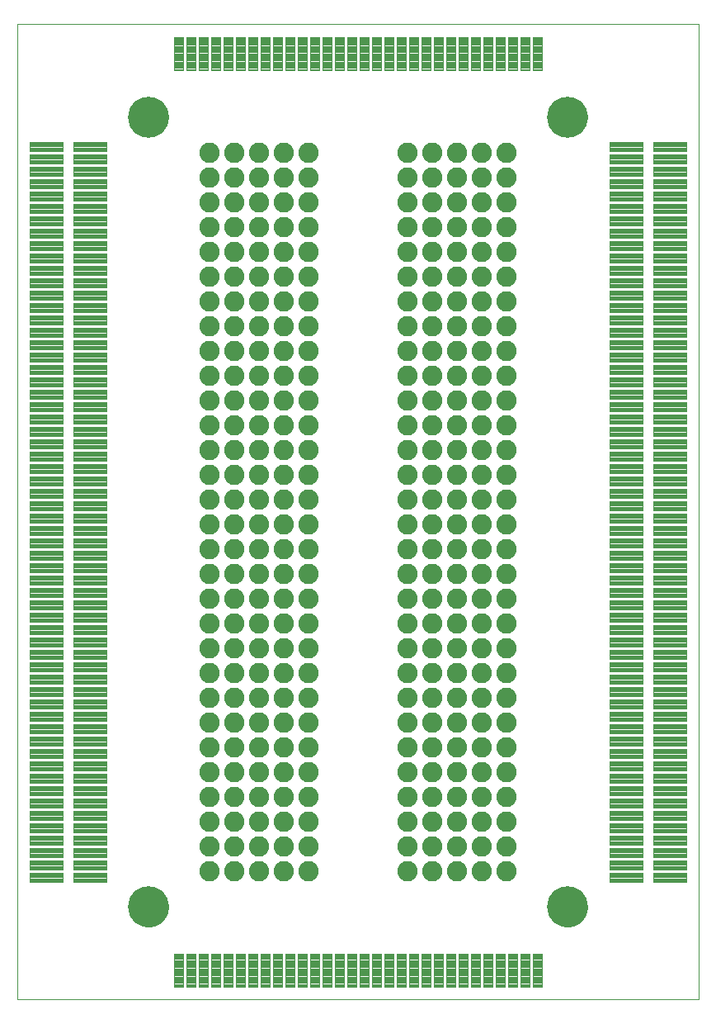
<source format=gbs>
G75*
%MOIN*%
%OFA0B0*%
%FSLAX25Y25*%
%IPPOS*%
%LPD*%
%AMOC8*
5,1,8,0,0,1.08239X$1,22.5*
%
%ADD10C,0.00000*%
%ADD11C,0.16548*%
%ADD12C,0.08200*%
%ADD13C,0.00373*%
D10*
X0001000Y0001850D02*
X0001000Y0395551D01*
X0276591Y0395551D01*
X0276591Y0001850D01*
X0001000Y0001850D01*
X0046276Y0039252D02*
X0046278Y0039445D01*
X0046285Y0039638D01*
X0046297Y0039831D01*
X0046314Y0040024D01*
X0046335Y0040216D01*
X0046361Y0040407D01*
X0046392Y0040598D01*
X0046427Y0040788D01*
X0046467Y0040977D01*
X0046512Y0041165D01*
X0046561Y0041352D01*
X0046615Y0041538D01*
X0046673Y0041722D01*
X0046736Y0041905D01*
X0046804Y0042086D01*
X0046875Y0042265D01*
X0046952Y0042443D01*
X0047032Y0042619D01*
X0047117Y0042792D01*
X0047206Y0042964D01*
X0047299Y0043133D01*
X0047396Y0043300D01*
X0047498Y0043465D01*
X0047603Y0043627D01*
X0047712Y0043786D01*
X0047826Y0043943D01*
X0047943Y0044096D01*
X0048063Y0044247D01*
X0048188Y0044395D01*
X0048316Y0044540D01*
X0048447Y0044681D01*
X0048582Y0044820D01*
X0048721Y0044955D01*
X0048862Y0045086D01*
X0049007Y0045214D01*
X0049155Y0045339D01*
X0049306Y0045459D01*
X0049459Y0045576D01*
X0049616Y0045690D01*
X0049775Y0045799D01*
X0049937Y0045904D01*
X0050102Y0046006D01*
X0050269Y0046103D01*
X0050438Y0046196D01*
X0050610Y0046285D01*
X0050783Y0046370D01*
X0050959Y0046450D01*
X0051137Y0046527D01*
X0051316Y0046598D01*
X0051497Y0046666D01*
X0051680Y0046729D01*
X0051864Y0046787D01*
X0052050Y0046841D01*
X0052237Y0046890D01*
X0052425Y0046935D01*
X0052614Y0046975D01*
X0052804Y0047010D01*
X0052995Y0047041D01*
X0053186Y0047067D01*
X0053378Y0047088D01*
X0053571Y0047105D01*
X0053764Y0047117D01*
X0053957Y0047124D01*
X0054150Y0047126D01*
X0054343Y0047124D01*
X0054536Y0047117D01*
X0054729Y0047105D01*
X0054922Y0047088D01*
X0055114Y0047067D01*
X0055305Y0047041D01*
X0055496Y0047010D01*
X0055686Y0046975D01*
X0055875Y0046935D01*
X0056063Y0046890D01*
X0056250Y0046841D01*
X0056436Y0046787D01*
X0056620Y0046729D01*
X0056803Y0046666D01*
X0056984Y0046598D01*
X0057163Y0046527D01*
X0057341Y0046450D01*
X0057517Y0046370D01*
X0057690Y0046285D01*
X0057862Y0046196D01*
X0058031Y0046103D01*
X0058198Y0046006D01*
X0058363Y0045904D01*
X0058525Y0045799D01*
X0058684Y0045690D01*
X0058841Y0045576D01*
X0058994Y0045459D01*
X0059145Y0045339D01*
X0059293Y0045214D01*
X0059438Y0045086D01*
X0059579Y0044955D01*
X0059718Y0044820D01*
X0059853Y0044681D01*
X0059984Y0044540D01*
X0060112Y0044395D01*
X0060237Y0044247D01*
X0060357Y0044096D01*
X0060474Y0043943D01*
X0060588Y0043786D01*
X0060697Y0043627D01*
X0060802Y0043465D01*
X0060904Y0043300D01*
X0061001Y0043133D01*
X0061094Y0042964D01*
X0061183Y0042792D01*
X0061268Y0042619D01*
X0061348Y0042443D01*
X0061425Y0042265D01*
X0061496Y0042086D01*
X0061564Y0041905D01*
X0061627Y0041722D01*
X0061685Y0041538D01*
X0061739Y0041352D01*
X0061788Y0041165D01*
X0061833Y0040977D01*
X0061873Y0040788D01*
X0061908Y0040598D01*
X0061939Y0040407D01*
X0061965Y0040216D01*
X0061986Y0040024D01*
X0062003Y0039831D01*
X0062015Y0039638D01*
X0062022Y0039445D01*
X0062024Y0039252D01*
X0062022Y0039059D01*
X0062015Y0038866D01*
X0062003Y0038673D01*
X0061986Y0038480D01*
X0061965Y0038288D01*
X0061939Y0038097D01*
X0061908Y0037906D01*
X0061873Y0037716D01*
X0061833Y0037527D01*
X0061788Y0037339D01*
X0061739Y0037152D01*
X0061685Y0036966D01*
X0061627Y0036782D01*
X0061564Y0036599D01*
X0061496Y0036418D01*
X0061425Y0036239D01*
X0061348Y0036061D01*
X0061268Y0035885D01*
X0061183Y0035712D01*
X0061094Y0035540D01*
X0061001Y0035371D01*
X0060904Y0035204D01*
X0060802Y0035039D01*
X0060697Y0034877D01*
X0060588Y0034718D01*
X0060474Y0034561D01*
X0060357Y0034408D01*
X0060237Y0034257D01*
X0060112Y0034109D01*
X0059984Y0033964D01*
X0059853Y0033823D01*
X0059718Y0033684D01*
X0059579Y0033549D01*
X0059438Y0033418D01*
X0059293Y0033290D01*
X0059145Y0033165D01*
X0058994Y0033045D01*
X0058841Y0032928D01*
X0058684Y0032814D01*
X0058525Y0032705D01*
X0058363Y0032600D01*
X0058198Y0032498D01*
X0058031Y0032401D01*
X0057862Y0032308D01*
X0057690Y0032219D01*
X0057517Y0032134D01*
X0057341Y0032054D01*
X0057163Y0031977D01*
X0056984Y0031906D01*
X0056803Y0031838D01*
X0056620Y0031775D01*
X0056436Y0031717D01*
X0056250Y0031663D01*
X0056063Y0031614D01*
X0055875Y0031569D01*
X0055686Y0031529D01*
X0055496Y0031494D01*
X0055305Y0031463D01*
X0055114Y0031437D01*
X0054922Y0031416D01*
X0054729Y0031399D01*
X0054536Y0031387D01*
X0054343Y0031380D01*
X0054150Y0031378D01*
X0053957Y0031380D01*
X0053764Y0031387D01*
X0053571Y0031399D01*
X0053378Y0031416D01*
X0053186Y0031437D01*
X0052995Y0031463D01*
X0052804Y0031494D01*
X0052614Y0031529D01*
X0052425Y0031569D01*
X0052237Y0031614D01*
X0052050Y0031663D01*
X0051864Y0031717D01*
X0051680Y0031775D01*
X0051497Y0031838D01*
X0051316Y0031906D01*
X0051137Y0031977D01*
X0050959Y0032054D01*
X0050783Y0032134D01*
X0050610Y0032219D01*
X0050438Y0032308D01*
X0050269Y0032401D01*
X0050102Y0032498D01*
X0049937Y0032600D01*
X0049775Y0032705D01*
X0049616Y0032814D01*
X0049459Y0032928D01*
X0049306Y0033045D01*
X0049155Y0033165D01*
X0049007Y0033290D01*
X0048862Y0033418D01*
X0048721Y0033549D01*
X0048582Y0033684D01*
X0048447Y0033823D01*
X0048316Y0033964D01*
X0048188Y0034109D01*
X0048063Y0034257D01*
X0047943Y0034408D01*
X0047826Y0034561D01*
X0047712Y0034718D01*
X0047603Y0034877D01*
X0047498Y0035039D01*
X0047396Y0035204D01*
X0047299Y0035371D01*
X0047206Y0035540D01*
X0047117Y0035712D01*
X0047032Y0035885D01*
X0046952Y0036061D01*
X0046875Y0036239D01*
X0046804Y0036418D01*
X0046736Y0036599D01*
X0046673Y0036782D01*
X0046615Y0036966D01*
X0046561Y0037152D01*
X0046512Y0037339D01*
X0046467Y0037527D01*
X0046427Y0037716D01*
X0046392Y0037906D01*
X0046361Y0038097D01*
X0046335Y0038288D01*
X0046314Y0038480D01*
X0046297Y0038673D01*
X0046285Y0038866D01*
X0046278Y0039059D01*
X0046276Y0039252D01*
X0215567Y0039252D02*
X0215569Y0039445D01*
X0215576Y0039638D01*
X0215588Y0039831D01*
X0215605Y0040024D01*
X0215626Y0040216D01*
X0215652Y0040407D01*
X0215683Y0040598D01*
X0215718Y0040788D01*
X0215758Y0040977D01*
X0215803Y0041165D01*
X0215852Y0041352D01*
X0215906Y0041538D01*
X0215964Y0041722D01*
X0216027Y0041905D01*
X0216095Y0042086D01*
X0216166Y0042265D01*
X0216243Y0042443D01*
X0216323Y0042619D01*
X0216408Y0042792D01*
X0216497Y0042964D01*
X0216590Y0043133D01*
X0216687Y0043300D01*
X0216789Y0043465D01*
X0216894Y0043627D01*
X0217003Y0043786D01*
X0217117Y0043943D01*
X0217234Y0044096D01*
X0217354Y0044247D01*
X0217479Y0044395D01*
X0217607Y0044540D01*
X0217738Y0044681D01*
X0217873Y0044820D01*
X0218012Y0044955D01*
X0218153Y0045086D01*
X0218298Y0045214D01*
X0218446Y0045339D01*
X0218597Y0045459D01*
X0218750Y0045576D01*
X0218907Y0045690D01*
X0219066Y0045799D01*
X0219228Y0045904D01*
X0219393Y0046006D01*
X0219560Y0046103D01*
X0219729Y0046196D01*
X0219901Y0046285D01*
X0220074Y0046370D01*
X0220250Y0046450D01*
X0220428Y0046527D01*
X0220607Y0046598D01*
X0220788Y0046666D01*
X0220971Y0046729D01*
X0221155Y0046787D01*
X0221341Y0046841D01*
X0221528Y0046890D01*
X0221716Y0046935D01*
X0221905Y0046975D01*
X0222095Y0047010D01*
X0222286Y0047041D01*
X0222477Y0047067D01*
X0222669Y0047088D01*
X0222862Y0047105D01*
X0223055Y0047117D01*
X0223248Y0047124D01*
X0223441Y0047126D01*
X0223634Y0047124D01*
X0223827Y0047117D01*
X0224020Y0047105D01*
X0224213Y0047088D01*
X0224405Y0047067D01*
X0224596Y0047041D01*
X0224787Y0047010D01*
X0224977Y0046975D01*
X0225166Y0046935D01*
X0225354Y0046890D01*
X0225541Y0046841D01*
X0225727Y0046787D01*
X0225911Y0046729D01*
X0226094Y0046666D01*
X0226275Y0046598D01*
X0226454Y0046527D01*
X0226632Y0046450D01*
X0226808Y0046370D01*
X0226981Y0046285D01*
X0227153Y0046196D01*
X0227322Y0046103D01*
X0227489Y0046006D01*
X0227654Y0045904D01*
X0227816Y0045799D01*
X0227975Y0045690D01*
X0228132Y0045576D01*
X0228285Y0045459D01*
X0228436Y0045339D01*
X0228584Y0045214D01*
X0228729Y0045086D01*
X0228870Y0044955D01*
X0229009Y0044820D01*
X0229144Y0044681D01*
X0229275Y0044540D01*
X0229403Y0044395D01*
X0229528Y0044247D01*
X0229648Y0044096D01*
X0229765Y0043943D01*
X0229879Y0043786D01*
X0229988Y0043627D01*
X0230093Y0043465D01*
X0230195Y0043300D01*
X0230292Y0043133D01*
X0230385Y0042964D01*
X0230474Y0042792D01*
X0230559Y0042619D01*
X0230639Y0042443D01*
X0230716Y0042265D01*
X0230787Y0042086D01*
X0230855Y0041905D01*
X0230918Y0041722D01*
X0230976Y0041538D01*
X0231030Y0041352D01*
X0231079Y0041165D01*
X0231124Y0040977D01*
X0231164Y0040788D01*
X0231199Y0040598D01*
X0231230Y0040407D01*
X0231256Y0040216D01*
X0231277Y0040024D01*
X0231294Y0039831D01*
X0231306Y0039638D01*
X0231313Y0039445D01*
X0231315Y0039252D01*
X0231313Y0039059D01*
X0231306Y0038866D01*
X0231294Y0038673D01*
X0231277Y0038480D01*
X0231256Y0038288D01*
X0231230Y0038097D01*
X0231199Y0037906D01*
X0231164Y0037716D01*
X0231124Y0037527D01*
X0231079Y0037339D01*
X0231030Y0037152D01*
X0230976Y0036966D01*
X0230918Y0036782D01*
X0230855Y0036599D01*
X0230787Y0036418D01*
X0230716Y0036239D01*
X0230639Y0036061D01*
X0230559Y0035885D01*
X0230474Y0035712D01*
X0230385Y0035540D01*
X0230292Y0035371D01*
X0230195Y0035204D01*
X0230093Y0035039D01*
X0229988Y0034877D01*
X0229879Y0034718D01*
X0229765Y0034561D01*
X0229648Y0034408D01*
X0229528Y0034257D01*
X0229403Y0034109D01*
X0229275Y0033964D01*
X0229144Y0033823D01*
X0229009Y0033684D01*
X0228870Y0033549D01*
X0228729Y0033418D01*
X0228584Y0033290D01*
X0228436Y0033165D01*
X0228285Y0033045D01*
X0228132Y0032928D01*
X0227975Y0032814D01*
X0227816Y0032705D01*
X0227654Y0032600D01*
X0227489Y0032498D01*
X0227322Y0032401D01*
X0227153Y0032308D01*
X0226981Y0032219D01*
X0226808Y0032134D01*
X0226632Y0032054D01*
X0226454Y0031977D01*
X0226275Y0031906D01*
X0226094Y0031838D01*
X0225911Y0031775D01*
X0225727Y0031717D01*
X0225541Y0031663D01*
X0225354Y0031614D01*
X0225166Y0031569D01*
X0224977Y0031529D01*
X0224787Y0031494D01*
X0224596Y0031463D01*
X0224405Y0031437D01*
X0224213Y0031416D01*
X0224020Y0031399D01*
X0223827Y0031387D01*
X0223634Y0031380D01*
X0223441Y0031378D01*
X0223248Y0031380D01*
X0223055Y0031387D01*
X0222862Y0031399D01*
X0222669Y0031416D01*
X0222477Y0031437D01*
X0222286Y0031463D01*
X0222095Y0031494D01*
X0221905Y0031529D01*
X0221716Y0031569D01*
X0221528Y0031614D01*
X0221341Y0031663D01*
X0221155Y0031717D01*
X0220971Y0031775D01*
X0220788Y0031838D01*
X0220607Y0031906D01*
X0220428Y0031977D01*
X0220250Y0032054D01*
X0220074Y0032134D01*
X0219901Y0032219D01*
X0219729Y0032308D01*
X0219560Y0032401D01*
X0219393Y0032498D01*
X0219228Y0032600D01*
X0219066Y0032705D01*
X0218907Y0032814D01*
X0218750Y0032928D01*
X0218597Y0033045D01*
X0218446Y0033165D01*
X0218298Y0033290D01*
X0218153Y0033418D01*
X0218012Y0033549D01*
X0217873Y0033684D01*
X0217738Y0033823D01*
X0217607Y0033964D01*
X0217479Y0034109D01*
X0217354Y0034257D01*
X0217234Y0034408D01*
X0217117Y0034561D01*
X0217003Y0034718D01*
X0216894Y0034877D01*
X0216789Y0035039D01*
X0216687Y0035204D01*
X0216590Y0035371D01*
X0216497Y0035540D01*
X0216408Y0035712D01*
X0216323Y0035885D01*
X0216243Y0036061D01*
X0216166Y0036239D01*
X0216095Y0036418D01*
X0216027Y0036599D01*
X0215964Y0036782D01*
X0215906Y0036966D01*
X0215852Y0037152D01*
X0215803Y0037339D01*
X0215758Y0037527D01*
X0215718Y0037716D01*
X0215683Y0037906D01*
X0215652Y0038097D01*
X0215626Y0038288D01*
X0215605Y0038480D01*
X0215588Y0038673D01*
X0215576Y0038866D01*
X0215569Y0039059D01*
X0215567Y0039252D01*
X0215567Y0358149D02*
X0215569Y0358342D01*
X0215576Y0358535D01*
X0215588Y0358728D01*
X0215605Y0358921D01*
X0215626Y0359113D01*
X0215652Y0359304D01*
X0215683Y0359495D01*
X0215718Y0359685D01*
X0215758Y0359874D01*
X0215803Y0360062D01*
X0215852Y0360249D01*
X0215906Y0360435D01*
X0215964Y0360619D01*
X0216027Y0360802D01*
X0216095Y0360983D01*
X0216166Y0361162D01*
X0216243Y0361340D01*
X0216323Y0361516D01*
X0216408Y0361689D01*
X0216497Y0361861D01*
X0216590Y0362030D01*
X0216687Y0362197D01*
X0216789Y0362362D01*
X0216894Y0362524D01*
X0217003Y0362683D01*
X0217117Y0362840D01*
X0217234Y0362993D01*
X0217354Y0363144D01*
X0217479Y0363292D01*
X0217607Y0363437D01*
X0217738Y0363578D01*
X0217873Y0363717D01*
X0218012Y0363852D01*
X0218153Y0363983D01*
X0218298Y0364111D01*
X0218446Y0364236D01*
X0218597Y0364356D01*
X0218750Y0364473D01*
X0218907Y0364587D01*
X0219066Y0364696D01*
X0219228Y0364801D01*
X0219393Y0364903D01*
X0219560Y0365000D01*
X0219729Y0365093D01*
X0219901Y0365182D01*
X0220074Y0365267D01*
X0220250Y0365347D01*
X0220428Y0365424D01*
X0220607Y0365495D01*
X0220788Y0365563D01*
X0220971Y0365626D01*
X0221155Y0365684D01*
X0221341Y0365738D01*
X0221528Y0365787D01*
X0221716Y0365832D01*
X0221905Y0365872D01*
X0222095Y0365907D01*
X0222286Y0365938D01*
X0222477Y0365964D01*
X0222669Y0365985D01*
X0222862Y0366002D01*
X0223055Y0366014D01*
X0223248Y0366021D01*
X0223441Y0366023D01*
X0223634Y0366021D01*
X0223827Y0366014D01*
X0224020Y0366002D01*
X0224213Y0365985D01*
X0224405Y0365964D01*
X0224596Y0365938D01*
X0224787Y0365907D01*
X0224977Y0365872D01*
X0225166Y0365832D01*
X0225354Y0365787D01*
X0225541Y0365738D01*
X0225727Y0365684D01*
X0225911Y0365626D01*
X0226094Y0365563D01*
X0226275Y0365495D01*
X0226454Y0365424D01*
X0226632Y0365347D01*
X0226808Y0365267D01*
X0226981Y0365182D01*
X0227153Y0365093D01*
X0227322Y0365000D01*
X0227489Y0364903D01*
X0227654Y0364801D01*
X0227816Y0364696D01*
X0227975Y0364587D01*
X0228132Y0364473D01*
X0228285Y0364356D01*
X0228436Y0364236D01*
X0228584Y0364111D01*
X0228729Y0363983D01*
X0228870Y0363852D01*
X0229009Y0363717D01*
X0229144Y0363578D01*
X0229275Y0363437D01*
X0229403Y0363292D01*
X0229528Y0363144D01*
X0229648Y0362993D01*
X0229765Y0362840D01*
X0229879Y0362683D01*
X0229988Y0362524D01*
X0230093Y0362362D01*
X0230195Y0362197D01*
X0230292Y0362030D01*
X0230385Y0361861D01*
X0230474Y0361689D01*
X0230559Y0361516D01*
X0230639Y0361340D01*
X0230716Y0361162D01*
X0230787Y0360983D01*
X0230855Y0360802D01*
X0230918Y0360619D01*
X0230976Y0360435D01*
X0231030Y0360249D01*
X0231079Y0360062D01*
X0231124Y0359874D01*
X0231164Y0359685D01*
X0231199Y0359495D01*
X0231230Y0359304D01*
X0231256Y0359113D01*
X0231277Y0358921D01*
X0231294Y0358728D01*
X0231306Y0358535D01*
X0231313Y0358342D01*
X0231315Y0358149D01*
X0231313Y0357956D01*
X0231306Y0357763D01*
X0231294Y0357570D01*
X0231277Y0357377D01*
X0231256Y0357185D01*
X0231230Y0356994D01*
X0231199Y0356803D01*
X0231164Y0356613D01*
X0231124Y0356424D01*
X0231079Y0356236D01*
X0231030Y0356049D01*
X0230976Y0355863D01*
X0230918Y0355679D01*
X0230855Y0355496D01*
X0230787Y0355315D01*
X0230716Y0355136D01*
X0230639Y0354958D01*
X0230559Y0354782D01*
X0230474Y0354609D01*
X0230385Y0354437D01*
X0230292Y0354268D01*
X0230195Y0354101D01*
X0230093Y0353936D01*
X0229988Y0353774D01*
X0229879Y0353615D01*
X0229765Y0353458D01*
X0229648Y0353305D01*
X0229528Y0353154D01*
X0229403Y0353006D01*
X0229275Y0352861D01*
X0229144Y0352720D01*
X0229009Y0352581D01*
X0228870Y0352446D01*
X0228729Y0352315D01*
X0228584Y0352187D01*
X0228436Y0352062D01*
X0228285Y0351942D01*
X0228132Y0351825D01*
X0227975Y0351711D01*
X0227816Y0351602D01*
X0227654Y0351497D01*
X0227489Y0351395D01*
X0227322Y0351298D01*
X0227153Y0351205D01*
X0226981Y0351116D01*
X0226808Y0351031D01*
X0226632Y0350951D01*
X0226454Y0350874D01*
X0226275Y0350803D01*
X0226094Y0350735D01*
X0225911Y0350672D01*
X0225727Y0350614D01*
X0225541Y0350560D01*
X0225354Y0350511D01*
X0225166Y0350466D01*
X0224977Y0350426D01*
X0224787Y0350391D01*
X0224596Y0350360D01*
X0224405Y0350334D01*
X0224213Y0350313D01*
X0224020Y0350296D01*
X0223827Y0350284D01*
X0223634Y0350277D01*
X0223441Y0350275D01*
X0223248Y0350277D01*
X0223055Y0350284D01*
X0222862Y0350296D01*
X0222669Y0350313D01*
X0222477Y0350334D01*
X0222286Y0350360D01*
X0222095Y0350391D01*
X0221905Y0350426D01*
X0221716Y0350466D01*
X0221528Y0350511D01*
X0221341Y0350560D01*
X0221155Y0350614D01*
X0220971Y0350672D01*
X0220788Y0350735D01*
X0220607Y0350803D01*
X0220428Y0350874D01*
X0220250Y0350951D01*
X0220074Y0351031D01*
X0219901Y0351116D01*
X0219729Y0351205D01*
X0219560Y0351298D01*
X0219393Y0351395D01*
X0219228Y0351497D01*
X0219066Y0351602D01*
X0218907Y0351711D01*
X0218750Y0351825D01*
X0218597Y0351942D01*
X0218446Y0352062D01*
X0218298Y0352187D01*
X0218153Y0352315D01*
X0218012Y0352446D01*
X0217873Y0352581D01*
X0217738Y0352720D01*
X0217607Y0352861D01*
X0217479Y0353006D01*
X0217354Y0353154D01*
X0217234Y0353305D01*
X0217117Y0353458D01*
X0217003Y0353615D01*
X0216894Y0353774D01*
X0216789Y0353936D01*
X0216687Y0354101D01*
X0216590Y0354268D01*
X0216497Y0354437D01*
X0216408Y0354609D01*
X0216323Y0354782D01*
X0216243Y0354958D01*
X0216166Y0355136D01*
X0216095Y0355315D01*
X0216027Y0355496D01*
X0215964Y0355679D01*
X0215906Y0355863D01*
X0215852Y0356049D01*
X0215803Y0356236D01*
X0215758Y0356424D01*
X0215718Y0356613D01*
X0215683Y0356803D01*
X0215652Y0356994D01*
X0215626Y0357185D01*
X0215605Y0357377D01*
X0215588Y0357570D01*
X0215576Y0357763D01*
X0215569Y0357956D01*
X0215567Y0358149D01*
X0046276Y0358149D02*
X0046278Y0358342D01*
X0046285Y0358535D01*
X0046297Y0358728D01*
X0046314Y0358921D01*
X0046335Y0359113D01*
X0046361Y0359304D01*
X0046392Y0359495D01*
X0046427Y0359685D01*
X0046467Y0359874D01*
X0046512Y0360062D01*
X0046561Y0360249D01*
X0046615Y0360435D01*
X0046673Y0360619D01*
X0046736Y0360802D01*
X0046804Y0360983D01*
X0046875Y0361162D01*
X0046952Y0361340D01*
X0047032Y0361516D01*
X0047117Y0361689D01*
X0047206Y0361861D01*
X0047299Y0362030D01*
X0047396Y0362197D01*
X0047498Y0362362D01*
X0047603Y0362524D01*
X0047712Y0362683D01*
X0047826Y0362840D01*
X0047943Y0362993D01*
X0048063Y0363144D01*
X0048188Y0363292D01*
X0048316Y0363437D01*
X0048447Y0363578D01*
X0048582Y0363717D01*
X0048721Y0363852D01*
X0048862Y0363983D01*
X0049007Y0364111D01*
X0049155Y0364236D01*
X0049306Y0364356D01*
X0049459Y0364473D01*
X0049616Y0364587D01*
X0049775Y0364696D01*
X0049937Y0364801D01*
X0050102Y0364903D01*
X0050269Y0365000D01*
X0050438Y0365093D01*
X0050610Y0365182D01*
X0050783Y0365267D01*
X0050959Y0365347D01*
X0051137Y0365424D01*
X0051316Y0365495D01*
X0051497Y0365563D01*
X0051680Y0365626D01*
X0051864Y0365684D01*
X0052050Y0365738D01*
X0052237Y0365787D01*
X0052425Y0365832D01*
X0052614Y0365872D01*
X0052804Y0365907D01*
X0052995Y0365938D01*
X0053186Y0365964D01*
X0053378Y0365985D01*
X0053571Y0366002D01*
X0053764Y0366014D01*
X0053957Y0366021D01*
X0054150Y0366023D01*
X0054343Y0366021D01*
X0054536Y0366014D01*
X0054729Y0366002D01*
X0054922Y0365985D01*
X0055114Y0365964D01*
X0055305Y0365938D01*
X0055496Y0365907D01*
X0055686Y0365872D01*
X0055875Y0365832D01*
X0056063Y0365787D01*
X0056250Y0365738D01*
X0056436Y0365684D01*
X0056620Y0365626D01*
X0056803Y0365563D01*
X0056984Y0365495D01*
X0057163Y0365424D01*
X0057341Y0365347D01*
X0057517Y0365267D01*
X0057690Y0365182D01*
X0057862Y0365093D01*
X0058031Y0365000D01*
X0058198Y0364903D01*
X0058363Y0364801D01*
X0058525Y0364696D01*
X0058684Y0364587D01*
X0058841Y0364473D01*
X0058994Y0364356D01*
X0059145Y0364236D01*
X0059293Y0364111D01*
X0059438Y0363983D01*
X0059579Y0363852D01*
X0059718Y0363717D01*
X0059853Y0363578D01*
X0059984Y0363437D01*
X0060112Y0363292D01*
X0060237Y0363144D01*
X0060357Y0362993D01*
X0060474Y0362840D01*
X0060588Y0362683D01*
X0060697Y0362524D01*
X0060802Y0362362D01*
X0060904Y0362197D01*
X0061001Y0362030D01*
X0061094Y0361861D01*
X0061183Y0361689D01*
X0061268Y0361516D01*
X0061348Y0361340D01*
X0061425Y0361162D01*
X0061496Y0360983D01*
X0061564Y0360802D01*
X0061627Y0360619D01*
X0061685Y0360435D01*
X0061739Y0360249D01*
X0061788Y0360062D01*
X0061833Y0359874D01*
X0061873Y0359685D01*
X0061908Y0359495D01*
X0061939Y0359304D01*
X0061965Y0359113D01*
X0061986Y0358921D01*
X0062003Y0358728D01*
X0062015Y0358535D01*
X0062022Y0358342D01*
X0062024Y0358149D01*
X0062022Y0357956D01*
X0062015Y0357763D01*
X0062003Y0357570D01*
X0061986Y0357377D01*
X0061965Y0357185D01*
X0061939Y0356994D01*
X0061908Y0356803D01*
X0061873Y0356613D01*
X0061833Y0356424D01*
X0061788Y0356236D01*
X0061739Y0356049D01*
X0061685Y0355863D01*
X0061627Y0355679D01*
X0061564Y0355496D01*
X0061496Y0355315D01*
X0061425Y0355136D01*
X0061348Y0354958D01*
X0061268Y0354782D01*
X0061183Y0354609D01*
X0061094Y0354437D01*
X0061001Y0354268D01*
X0060904Y0354101D01*
X0060802Y0353936D01*
X0060697Y0353774D01*
X0060588Y0353615D01*
X0060474Y0353458D01*
X0060357Y0353305D01*
X0060237Y0353154D01*
X0060112Y0353006D01*
X0059984Y0352861D01*
X0059853Y0352720D01*
X0059718Y0352581D01*
X0059579Y0352446D01*
X0059438Y0352315D01*
X0059293Y0352187D01*
X0059145Y0352062D01*
X0058994Y0351942D01*
X0058841Y0351825D01*
X0058684Y0351711D01*
X0058525Y0351602D01*
X0058363Y0351497D01*
X0058198Y0351395D01*
X0058031Y0351298D01*
X0057862Y0351205D01*
X0057690Y0351116D01*
X0057517Y0351031D01*
X0057341Y0350951D01*
X0057163Y0350874D01*
X0056984Y0350803D01*
X0056803Y0350735D01*
X0056620Y0350672D01*
X0056436Y0350614D01*
X0056250Y0350560D01*
X0056063Y0350511D01*
X0055875Y0350466D01*
X0055686Y0350426D01*
X0055496Y0350391D01*
X0055305Y0350360D01*
X0055114Y0350334D01*
X0054922Y0350313D01*
X0054729Y0350296D01*
X0054536Y0350284D01*
X0054343Y0350277D01*
X0054150Y0350275D01*
X0053957Y0350277D01*
X0053764Y0350284D01*
X0053571Y0350296D01*
X0053378Y0350313D01*
X0053186Y0350334D01*
X0052995Y0350360D01*
X0052804Y0350391D01*
X0052614Y0350426D01*
X0052425Y0350466D01*
X0052237Y0350511D01*
X0052050Y0350560D01*
X0051864Y0350614D01*
X0051680Y0350672D01*
X0051497Y0350735D01*
X0051316Y0350803D01*
X0051137Y0350874D01*
X0050959Y0350951D01*
X0050783Y0351031D01*
X0050610Y0351116D01*
X0050438Y0351205D01*
X0050269Y0351298D01*
X0050102Y0351395D01*
X0049937Y0351497D01*
X0049775Y0351602D01*
X0049616Y0351711D01*
X0049459Y0351825D01*
X0049306Y0351942D01*
X0049155Y0352062D01*
X0049007Y0352187D01*
X0048862Y0352315D01*
X0048721Y0352446D01*
X0048582Y0352581D01*
X0048447Y0352720D01*
X0048316Y0352861D01*
X0048188Y0353006D01*
X0048063Y0353154D01*
X0047943Y0353305D01*
X0047826Y0353458D01*
X0047712Y0353615D01*
X0047603Y0353774D01*
X0047498Y0353936D01*
X0047396Y0354101D01*
X0047299Y0354268D01*
X0047206Y0354437D01*
X0047117Y0354609D01*
X0047032Y0354782D01*
X0046952Y0354958D01*
X0046875Y0355136D01*
X0046804Y0355315D01*
X0046736Y0355496D01*
X0046673Y0355679D01*
X0046615Y0355863D01*
X0046561Y0356049D01*
X0046512Y0356236D01*
X0046467Y0356424D01*
X0046427Y0356613D01*
X0046392Y0356803D01*
X0046361Y0356994D01*
X0046335Y0357185D01*
X0046314Y0357377D01*
X0046297Y0357570D01*
X0046285Y0357763D01*
X0046278Y0357956D01*
X0046276Y0358149D01*
D11*
X0054150Y0358149D03*
X0223441Y0358149D03*
X0223441Y0039252D03*
X0054150Y0039252D03*
D12*
X0078795Y0053700D03*
X0088795Y0053700D03*
X0088795Y0063700D03*
X0088795Y0073700D03*
X0078795Y0073700D03*
X0078795Y0063700D03*
X0078795Y0083700D03*
X0078795Y0093700D03*
X0088795Y0093700D03*
X0088795Y0083700D03*
X0098795Y0083700D03*
X0098795Y0093700D03*
X0098795Y0103700D03*
X0098795Y0113700D03*
X0098795Y0123700D03*
X0098795Y0133700D03*
X0098795Y0143700D03*
X0098795Y0153700D03*
X0098795Y0163700D03*
X0098795Y0173700D03*
X0098795Y0183700D03*
X0098795Y0193700D03*
X0098795Y0203700D03*
X0098795Y0213700D03*
X0098795Y0223700D03*
X0098795Y0233700D03*
X0098795Y0243700D03*
X0098795Y0253700D03*
X0098795Y0263700D03*
X0098795Y0273700D03*
X0098795Y0283700D03*
X0098795Y0293700D03*
X0098795Y0303700D03*
X0098795Y0313700D03*
X0098795Y0323700D03*
X0098795Y0333700D03*
X0098795Y0343700D03*
X0088795Y0343700D03*
X0088795Y0333700D03*
X0088795Y0323700D03*
X0088795Y0313700D03*
X0088795Y0303700D03*
X0088795Y0293700D03*
X0088795Y0283700D03*
X0088795Y0273700D03*
X0088795Y0263700D03*
X0088795Y0253700D03*
X0088795Y0243700D03*
X0088795Y0233700D03*
X0088795Y0223700D03*
X0088795Y0213700D03*
X0088795Y0203700D03*
X0088795Y0193700D03*
X0088795Y0183700D03*
X0088795Y0173700D03*
X0088795Y0163700D03*
X0088795Y0153700D03*
X0088795Y0143700D03*
X0088795Y0133700D03*
X0088795Y0123700D03*
X0088795Y0113700D03*
X0088795Y0103700D03*
X0078795Y0103700D03*
X0078795Y0113700D03*
X0078795Y0123700D03*
X0078795Y0133700D03*
X0078795Y0143700D03*
X0078795Y0153700D03*
X0078795Y0163700D03*
X0078795Y0173700D03*
X0078795Y0183700D03*
X0078795Y0193700D03*
X0078795Y0203700D03*
X0078795Y0213700D03*
X0078795Y0223700D03*
X0078795Y0233700D03*
X0078795Y0243700D03*
X0078795Y0253700D03*
X0078795Y0263700D03*
X0078795Y0273700D03*
X0078795Y0283700D03*
X0078795Y0293700D03*
X0078795Y0303700D03*
X0078795Y0313700D03*
X0078795Y0323700D03*
X0078795Y0333700D03*
X0078795Y0343700D03*
X0108795Y0343700D03*
X0108795Y0333700D03*
X0108795Y0323700D03*
X0108795Y0313700D03*
X0108795Y0303700D03*
X0108795Y0293700D03*
X0108795Y0283700D03*
X0108795Y0273700D03*
X0108795Y0263700D03*
X0108795Y0253700D03*
X0108795Y0243700D03*
X0108795Y0233700D03*
X0108795Y0223700D03*
X0108795Y0213700D03*
X0108795Y0203700D03*
X0108795Y0193700D03*
X0108795Y0183700D03*
X0108795Y0173700D03*
X0108795Y0163700D03*
X0108795Y0153700D03*
X0108795Y0143700D03*
X0108795Y0133700D03*
X0108795Y0123700D03*
X0108795Y0113700D03*
X0108795Y0103700D03*
X0108795Y0093700D03*
X0108795Y0083700D03*
X0108795Y0073700D03*
X0108795Y0063700D03*
X0108795Y0053700D03*
X0118795Y0053700D03*
X0118795Y0063700D03*
X0118795Y0073700D03*
X0118795Y0083700D03*
X0118795Y0093700D03*
X0118795Y0103700D03*
X0118795Y0113700D03*
X0118795Y0123700D03*
X0118795Y0133700D03*
X0118795Y0143700D03*
X0118795Y0153700D03*
X0118795Y0163700D03*
X0118795Y0173700D03*
X0118795Y0183700D03*
X0118795Y0193700D03*
X0118795Y0203700D03*
X0118795Y0213700D03*
X0118795Y0223700D03*
X0118795Y0233700D03*
X0118795Y0243700D03*
X0118795Y0253700D03*
X0118795Y0263700D03*
X0118795Y0273700D03*
X0118795Y0283700D03*
X0118795Y0293700D03*
X0118795Y0303700D03*
X0118795Y0313700D03*
X0118795Y0323700D03*
X0118795Y0333700D03*
X0118795Y0343700D03*
X0158795Y0343700D03*
X0158795Y0333700D03*
X0158795Y0323700D03*
X0158795Y0313700D03*
X0158795Y0303700D03*
X0158795Y0293700D03*
X0158795Y0283700D03*
X0158795Y0273700D03*
X0158795Y0263700D03*
X0158795Y0253700D03*
X0158795Y0243700D03*
X0158795Y0233700D03*
X0158795Y0223700D03*
X0158795Y0213700D03*
X0158795Y0203700D03*
X0158795Y0193700D03*
X0158795Y0183700D03*
X0158795Y0173700D03*
X0158795Y0163700D03*
X0158795Y0153700D03*
X0158795Y0143700D03*
X0158795Y0133700D03*
X0158795Y0123700D03*
X0158795Y0113700D03*
X0158795Y0103700D03*
X0158795Y0093700D03*
X0158795Y0083700D03*
X0158795Y0073700D03*
X0158795Y0063700D03*
X0158795Y0053700D03*
X0168795Y0053700D03*
X0168795Y0063700D03*
X0168795Y0073700D03*
X0168795Y0083700D03*
X0168795Y0093700D03*
X0168795Y0103700D03*
X0168795Y0113700D03*
X0168795Y0123700D03*
X0168795Y0133700D03*
X0168795Y0143700D03*
X0168795Y0153700D03*
X0168795Y0163700D03*
X0168795Y0173700D03*
X0168795Y0183700D03*
X0168795Y0193700D03*
X0168795Y0203700D03*
X0168795Y0213700D03*
X0168795Y0223700D03*
X0168795Y0233700D03*
X0168795Y0243700D03*
X0168795Y0253700D03*
X0168795Y0263700D03*
X0168795Y0273700D03*
X0168795Y0283700D03*
X0168795Y0293700D03*
X0168795Y0303700D03*
X0168795Y0313700D03*
X0168795Y0323700D03*
X0168795Y0333700D03*
X0168795Y0343700D03*
X0178795Y0343700D03*
X0178795Y0333700D03*
X0178795Y0323700D03*
X0178795Y0313700D03*
X0178795Y0303700D03*
X0178795Y0293700D03*
X0178795Y0283700D03*
X0178795Y0273700D03*
X0178795Y0263700D03*
X0178795Y0253700D03*
X0178795Y0243700D03*
X0178795Y0233700D03*
X0178795Y0223700D03*
X0178795Y0213700D03*
X0178795Y0203700D03*
X0178795Y0193700D03*
X0178795Y0183700D03*
X0178795Y0173700D03*
X0178795Y0163700D03*
X0178795Y0153700D03*
X0178795Y0143700D03*
X0178795Y0133700D03*
X0178795Y0123700D03*
X0178795Y0113700D03*
X0178795Y0103700D03*
X0178795Y0093700D03*
X0178795Y0083700D03*
X0178795Y0073700D03*
X0178795Y0063700D03*
X0178795Y0053700D03*
X0188795Y0053700D03*
X0188795Y0063700D03*
X0188795Y0073700D03*
X0188795Y0083700D03*
X0188795Y0093700D03*
X0188795Y0103700D03*
X0188795Y0113700D03*
X0188795Y0123700D03*
X0188795Y0133700D03*
X0188795Y0143700D03*
X0188795Y0153700D03*
X0188795Y0163700D03*
X0188795Y0173700D03*
X0188795Y0183700D03*
X0188795Y0193700D03*
X0188795Y0203700D03*
X0188795Y0213700D03*
X0188795Y0223700D03*
X0188795Y0233700D03*
X0188795Y0243700D03*
X0188795Y0253700D03*
X0188795Y0263700D03*
X0188795Y0273700D03*
X0188795Y0283700D03*
X0188795Y0293700D03*
X0188795Y0303700D03*
X0188795Y0313700D03*
X0188795Y0323700D03*
X0188795Y0333700D03*
X0188795Y0343700D03*
X0198795Y0343700D03*
X0198795Y0333700D03*
X0198795Y0323700D03*
X0198795Y0313700D03*
X0198795Y0303700D03*
X0198795Y0293700D03*
X0198795Y0283700D03*
X0198795Y0273700D03*
X0198795Y0263700D03*
X0198795Y0253700D03*
X0198795Y0243700D03*
X0198795Y0233700D03*
X0198795Y0223700D03*
X0198795Y0213700D03*
X0198795Y0203700D03*
X0198795Y0193700D03*
X0198795Y0183700D03*
X0198795Y0173700D03*
X0198795Y0163700D03*
X0198795Y0153700D03*
X0198795Y0143700D03*
X0198795Y0133700D03*
X0198795Y0123700D03*
X0198795Y0113700D03*
X0198795Y0103700D03*
X0198795Y0093700D03*
X0198795Y0083700D03*
X0198795Y0073700D03*
X0198795Y0063700D03*
X0198795Y0053700D03*
X0098795Y0053700D03*
X0098795Y0063700D03*
X0098795Y0073700D03*
D13*
X0094408Y0020272D02*
X0094408Y0007050D01*
X0094408Y0020272D02*
X0098182Y0020272D01*
X0098182Y0007050D01*
X0094408Y0007050D01*
X0094408Y0007422D02*
X0098182Y0007422D01*
X0098182Y0007794D02*
X0094408Y0007794D01*
X0094408Y0008166D02*
X0098182Y0008166D01*
X0098182Y0008538D02*
X0094408Y0008538D01*
X0094408Y0008910D02*
X0098182Y0008910D01*
X0098182Y0009282D02*
X0094408Y0009282D01*
X0094408Y0009654D02*
X0098182Y0009654D01*
X0098182Y0010026D02*
X0094408Y0010026D01*
X0094408Y0010398D02*
X0098182Y0010398D01*
X0098182Y0010770D02*
X0094408Y0010770D01*
X0094408Y0011142D02*
X0098182Y0011142D01*
X0098182Y0011514D02*
X0094408Y0011514D01*
X0094408Y0011886D02*
X0098182Y0011886D01*
X0098182Y0012258D02*
X0094408Y0012258D01*
X0094408Y0012630D02*
X0098182Y0012630D01*
X0098182Y0013002D02*
X0094408Y0013002D01*
X0094408Y0013374D02*
X0098182Y0013374D01*
X0098182Y0013746D02*
X0094408Y0013746D01*
X0094408Y0014118D02*
X0098182Y0014118D01*
X0098182Y0014490D02*
X0094408Y0014490D01*
X0094408Y0014862D02*
X0098182Y0014862D01*
X0098182Y0015234D02*
X0094408Y0015234D01*
X0094408Y0015606D02*
X0098182Y0015606D01*
X0098182Y0015978D02*
X0094408Y0015978D01*
X0094408Y0016350D02*
X0098182Y0016350D01*
X0098182Y0016722D02*
X0094408Y0016722D01*
X0094408Y0017094D02*
X0098182Y0017094D01*
X0098182Y0017466D02*
X0094408Y0017466D01*
X0094408Y0017838D02*
X0098182Y0017838D01*
X0098182Y0018210D02*
X0094408Y0018210D01*
X0094408Y0018582D02*
X0098182Y0018582D01*
X0098182Y0018954D02*
X0094408Y0018954D01*
X0094408Y0019326D02*
X0098182Y0019326D01*
X0098182Y0019698D02*
X0094408Y0019698D01*
X0094408Y0020070D02*
X0098182Y0020070D01*
X0099408Y0020272D02*
X0099408Y0007050D01*
X0099408Y0020272D02*
X0103182Y0020272D01*
X0103182Y0007050D01*
X0099408Y0007050D01*
X0099408Y0007422D02*
X0103182Y0007422D01*
X0103182Y0007794D02*
X0099408Y0007794D01*
X0099408Y0008166D02*
X0103182Y0008166D01*
X0103182Y0008538D02*
X0099408Y0008538D01*
X0099408Y0008910D02*
X0103182Y0008910D01*
X0103182Y0009282D02*
X0099408Y0009282D01*
X0099408Y0009654D02*
X0103182Y0009654D01*
X0103182Y0010026D02*
X0099408Y0010026D01*
X0099408Y0010398D02*
X0103182Y0010398D01*
X0103182Y0010770D02*
X0099408Y0010770D01*
X0099408Y0011142D02*
X0103182Y0011142D01*
X0103182Y0011514D02*
X0099408Y0011514D01*
X0099408Y0011886D02*
X0103182Y0011886D01*
X0103182Y0012258D02*
X0099408Y0012258D01*
X0099408Y0012630D02*
X0103182Y0012630D01*
X0103182Y0013002D02*
X0099408Y0013002D01*
X0099408Y0013374D02*
X0103182Y0013374D01*
X0103182Y0013746D02*
X0099408Y0013746D01*
X0099408Y0014118D02*
X0103182Y0014118D01*
X0103182Y0014490D02*
X0099408Y0014490D01*
X0099408Y0014862D02*
X0103182Y0014862D01*
X0103182Y0015234D02*
X0099408Y0015234D01*
X0099408Y0015606D02*
X0103182Y0015606D01*
X0103182Y0015978D02*
X0099408Y0015978D01*
X0099408Y0016350D02*
X0103182Y0016350D01*
X0103182Y0016722D02*
X0099408Y0016722D01*
X0099408Y0017094D02*
X0103182Y0017094D01*
X0103182Y0017466D02*
X0099408Y0017466D01*
X0099408Y0017838D02*
X0103182Y0017838D01*
X0103182Y0018210D02*
X0099408Y0018210D01*
X0099408Y0018582D02*
X0103182Y0018582D01*
X0103182Y0018954D02*
X0099408Y0018954D01*
X0099408Y0019326D02*
X0103182Y0019326D01*
X0103182Y0019698D02*
X0099408Y0019698D01*
X0099408Y0020070D02*
X0103182Y0020070D01*
X0104408Y0020272D02*
X0104408Y0007050D01*
X0104408Y0020272D02*
X0108182Y0020272D01*
X0108182Y0007050D01*
X0104408Y0007050D01*
X0104408Y0007422D02*
X0108182Y0007422D01*
X0108182Y0007794D02*
X0104408Y0007794D01*
X0104408Y0008166D02*
X0108182Y0008166D01*
X0108182Y0008538D02*
X0104408Y0008538D01*
X0104408Y0008910D02*
X0108182Y0008910D01*
X0108182Y0009282D02*
X0104408Y0009282D01*
X0104408Y0009654D02*
X0108182Y0009654D01*
X0108182Y0010026D02*
X0104408Y0010026D01*
X0104408Y0010398D02*
X0108182Y0010398D01*
X0108182Y0010770D02*
X0104408Y0010770D01*
X0104408Y0011142D02*
X0108182Y0011142D01*
X0108182Y0011514D02*
X0104408Y0011514D01*
X0104408Y0011886D02*
X0108182Y0011886D01*
X0108182Y0012258D02*
X0104408Y0012258D01*
X0104408Y0012630D02*
X0108182Y0012630D01*
X0108182Y0013002D02*
X0104408Y0013002D01*
X0104408Y0013374D02*
X0108182Y0013374D01*
X0108182Y0013746D02*
X0104408Y0013746D01*
X0104408Y0014118D02*
X0108182Y0014118D01*
X0108182Y0014490D02*
X0104408Y0014490D01*
X0104408Y0014862D02*
X0108182Y0014862D01*
X0108182Y0015234D02*
X0104408Y0015234D01*
X0104408Y0015606D02*
X0108182Y0015606D01*
X0108182Y0015978D02*
X0104408Y0015978D01*
X0104408Y0016350D02*
X0108182Y0016350D01*
X0108182Y0016722D02*
X0104408Y0016722D01*
X0104408Y0017094D02*
X0108182Y0017094D01*
X0108182Y0017466D02*
X0104408Y0017466D01*
X0104408Y0017838D02*
X0108182Y0017838D01*
X0108182Y0018210D02*
X0104408Y0018210D01*
X0104408Y0018582D02*
X0108182Y0018582D01*
X0108182Y0018954D02*
X0104408Y0018954D01*
X0104408Y0019326D02*
X0108182Y0019326D01*
X0108182Y0019698D02*
X0104408Y0019698D01*
X0104408Y0020070D02*
X0108182Y0020070D01*
X0109408Y0020272D02*
X0109408Y0007050D01*
X0109408Y0020272D02*
X0113182Y0020272D01*
X0113182Y0007050D01*
X0109408Y0007050D01*
X0109408Y0007422D02*
X0113182Y0007422D01*
X0113182Y0007794D02*
X0109408Y0007794D01*
X0109408Y0008166D02*
X0113182Y0008166D01*
X0113182Y0008538D02*
X0109408Y0008538D01*
X0109408Y0008910D02*
X0113182Y0008910D01*
X0113182Y0009282D02*
X0109408Y0009282D01*
X0109408Y0009654D02*
X0113182Y0009654D01*
X0113182Y0010026D02*
X0109408Y0010026D01*
X0109408Y0010398D02*
X0113182Y0010398D01*
X0113182Y0010770D02*
X0109408Y0010770D01*
X0109408Y0011142D02*
X0113182Y0011142D01*
X0113182Y0011514D02*
X0109408Y0011514D01*
X0109408Y0011886D02*
X0113182Y0011886D01*
X0113182Y0012258D02*
X0109408Y0012258D01*
X0109408Y0012630D02*
X0113182Y0012630D01*
X0113182Y0013002D02*
X0109408Y0013002D01*
X0109408Y0013374D02*
X0113182Y0013374D01*
X0113182Y0013746D02*
X0109408Y0013746D01*
X0109408Y0014118D02*
X0113182Y0014118D01*
X0113182Y0014490D02*
X0109408Y0014490D01*
X0109408Y0014862D02*
X0113182Y0014862D01*
X0113182Y0015234D02*
X0109408Y0015234D01*
X0109408Y0015606D02*
X0113182Y0015606D01*
X0113182Y0015978D02*
X0109408Y0015978D01*
X0109408Y0016350D02*
X0113182Y0016350D01*
X0113182Y0016722D02*
X0109408Y0016722D01*
X0109408Y0017094D02*
X0113182Y0017094D01*
X0113182Y0017466D02*
X0109408Y0017466D01*
X0109408Y0017838D02*
X0113182Y0017838D01*
X0113182Y0018210D02*
X0109408Y0018210D01*
X0109408Y0018582D02*
X0113182Y0018582D01*
X0113182Y0018954D02*
X0109408Y0018954D01*
X0109408Y0019326D02*
X0113182Y0019326D01*
X0113182Y0019698D02*
X0109408Y0019698D01*
X0109408Y0020070D02*
X0113182Y0020070D01*
X0114408Y0020272D02*
X0114408Y0007050D01*
X0114408Y0020272D02*
X0118182Y0020272D01*
X0118182Y0007050D01*
X0114408Y0007050D01*
X0114408Y0007422D02*
X0118182Y0007422D01*
X0118182Y0007794D02*
X0114408Y0007794D01*
X0114408Y0008166D02*
X0118182Y0008166D01*
X0118182Y0008538D02*
X0114408Y0008538D01*
X0114408Y0008910D02*
X0118182Y0008910D01*
X0118182Y0009282D02*
X0114408Y0009282D01*
X0114408Y0009654D02*
X0118182Y0009654D01*
X0118182Y0010026D02*
X0114408Y0010026D01*
X0114408Y0010398D02*
X0118182Y0010398D01*
X0118182Y0010770D02*
X0114408Y0010770D01*
X0114408Y0011142D02*
X0118182Y0011142D01*
X0118182Y0011514D02*
X0114408Y0011514D01*
X0114408Y0011886D02*
X0118182Y0011886D01*
X0118182Y0012258D02*
X0114408Y0012258D01*
X0114408Y0012630D02*
X0118182Y0012630D01*
X0118182Y0013002D02*
X0114408Y0013002D01*
X0114408Y0013374D02*
X0118182Y0013374D01*
X0118182Y0013746D02*
X0114408Y0013746D01*
X0114408Y0014118D02*
X0118182Y0014118D01*
X0118182Y0014490D02*
X0114408Y0014490D01*
X0114408Y0014862D02*
X0118182Y0014862D01*
X0118182Y0015234D02*
X0114408Y0015234D01*
X0114408Y0015606D02*
X0118182Y0015606D01*
X0118182Y0015978D02*
X0114408Y0015978D01*
X0114408Y0016350D02*
X0118182Y0016350D01*
X0118182Y0016722D02*
X0114408Y0016722D01*
X0114408Y0017094D02*
X0118182Y0017094D01*
X0118182Y0017466D02*
X0114408Y0017466D01*
X0114408Y0017838D02*
X0118182Y0017838D01*
X0118182Y0018210D02*
X0114408Y0018210D01*
X0114408Y0018582D02*
X0118182Y0018582D01*
X0118182Y0018954D02*
X0114408Y0018954D01*
X0114408Y0019326D02*
X0118182Y0019326D01*
X0118182Y0019698D02*
X0114408Y0019698D01*
X0114408Y0020070D02*
X0118182Y0020070D01*
X0119408Y0020272D02*
X0119408Y0007050D01*
X0119408Y0020272D02*
X0123182Y0020272D01*
X0123182Y0007050D01*
X0119408Y0007050D01*
X0119408Y0007422D02*
X0123182Y0007422D01*
X0123182Y0007794D02*
X0119408Y0007794D01*
X0119408Y0008166D02*
X0123182Y0008166D01*
X0123182Y0008538D02*
X0119408Y0008538D01*
X0119408Y0008910D02*
X0123182Y0008910D01*
X0123182Y0009282D02*
X0119408Y0009282D01*
X0119408Y0009654D02*
X0123182Y0009654D01*
X0123182Y0010026D02*
X0119408Y0010026D01*
X0119408Y0010398D02*
X0123182Y0010398D01*
X0123182Y0010770D02*
X0119408Y0010770D01*
X0119408Y0011142D02*
X0123182Y0011142D01*
X0123182Y0011514D02*
X0119408Y0011514D01*
X0119408Y0011886D02*
X0123182Y0011886D01*
X0123182Y0012258D02*
X0119408Y0012258D01*
X0119408Y0012630D02*
X0123182Y0012630D01*
X0123182Y0013002D02*
X0119408Y0013002D01*
X0119408Y0013374D02*
X0123182Y0013374D01*
X0123182Y0013746D02*
X0119408Y0013746D01*
X0119408Y0014118D02*
X0123182Y0014118D01*
X0123182Y0014490D02*
X0119408Y0014490D01*
X0119408Y0014862D02*
X0123182Y0014862D01*
X0123182Y0015234D02*
X0119408Y0015234D01*
X0119408Y0015606D02*
X0123182Y0015606D01*
X0123182Y0015978D02*
X0119408Y0015978D01*
X0119408Y0016350D02*
X0123182Y0016350D01*
X0123182Y0016722D02*
X0119408Y0016722D01*
X0119408Y0017094D02*
X0123182Y0017094D01*
X0123182Y0017466D02*
X0119408Y0017466D01*
X0119408Y0017838D02*
X0123182Y0017838D01*
X0123182Y0018210D02*
X0119408Y0018210D01*
X0119408Y0018582D02*
X0123182Y0018582D01*
X0123182Y0018954D02*
X0119408Y0018954D01*
X0119408Y0019326D02*
X0123182Y0019326D01*
X0123182Y0019698D02*
X0119408Y0019698D01*
X0119408Y0020070D02*
X0123182Y0020070D01*
X0124408Y0020272D02*
X0124408Y0007050D01*
X0124408Y0020272D02*
X0128182Y0020272D01*
X0128182Y0007050D01*
X0124408Y0007050D01*
X0124408Y0007422D02*
X0128182Y0007422D01*
X0128182Y0007794D02*
X0124408Y0007794D01*
X0124408Y0008166D02*
X0128182Y0008166D01*
X0128182Y0008538D02*
X0124408Y0008538D01*
X0124408Y0008910D02*
X0128182Y0008910D01*
X0128182Y0009282D02*
X0124408Y0009282D01*
X0124408Y0009654D02*
X0128182Y0009654D01*
X0128182Y0010026D02*
X0124408Y0010026D01*
X0124408Y0010398D02*
X0128182Y0010398D01*
X0128182Y0010770D02*
X0124408Y0010770D01*
X0124408Y0011142D02*
X0128182Y0011142D01*
X0128182Y0011514D02*
X0124408Y0011514D01*
X0124408Y0011886D02*
X0128182Y0011886D01*
X0128182Y0012258D02*
X0124408Y0012258D01*
X0124408Y0012630D02*
X0128182Y0012630D01*
X0128182Y0013002D02*
X0124408Y0013002D01*
X0124408Y0013374D02*
X0128182Y0013374D01*
X0128182Y0013746D02*
X0124408Y0013746D01*
X0124408Y0014118D02*
X0128182Y0014118D01*
X0128182Y0014490D02*
X0124408Y0014490D01*
X0124408Y0014862D02*
X0128182Y0014862D01*
X0128182Y0015234D02*
X0124408Y0015234D01*
X0124408Y0015606D02*
X0128182Y0015606D01*
X0128182Y0015978D02*
X0124408Y0015978D01*
X0124408Y0016350D02*
X0128182Y0016350D01*
X0128182Y0016722D02*
X0124408Y0016722D01*
X0124408Y0017094D02*
X0128182Y0017094D01*
X0128182Y0017466D02*
X0124408Y0017466D01*
X0124408Y0017838D02*
X0128182Y0017838D01*
X0128182Y0018210D02*
X0124408Y0018210D01*
X0124408Y0018582D02*
X0128182Y0018582D01*
X0128182Y0018954D02*
X0124408Y0018954D01*
X0124408Y0019326D02*
X0128182Y0019326D01*
X0128182Y0019698D02*
X0124408Y0019698D01*
X0124408Y0020070D02*
X0128182Y0020070D01*
X0129408Y0020272D02*
X0129408Y0007050D01*
X0129408Y0020272D02*
X0133182Y0020272D01*
X0133182Y0007050D01*
X0129408Y0007050D01*
X0129408Y0007422D02*
X0133182Y0007422D01*
X0133182Y0007794D02*
X0129408Y0007794D01*
X0129408Y0008166D02*
X0133182Y0008166D01*
X0133182Y0008538D02*
X0129408Y0008538D01*
X0129408Y0008910D02*
X0133182Y0008910D01*
X0133182Y0009282D02*
X0129408Y0009282D01*
X0129408Y0009654D02*
X0133182Y0009654D01*
X0133182Y0010026D02*
X0129408Y0010026D01*
X0129408Y0010398D02*
X0133182Y0010398D01*
X0133182Y0010770D02*
X0129408Y0010770D01*
X0129408Y0011142D02*
X0133182Y0011142D01*
X0133182Y0011514D02*
X0129408Y0011514D01*
X0129408Y0011886D02*
X0133182Y0011886D01*
X0133182Y0012258D02*
X0129408Y0012258D01*
X0129408Y0012630D02*
X0133182Y0012630D01*
X0133182Y0013002D02*
X0129408Y0013002D01*
X0129408Y0013374D02*
X0133182Y0013374D01*
X0133182Y0013746D02*
X0129408Y0013746D01*
X0129408Y0014118D02*
X0133182Y0014118D01*
X0133182Y0014490D02*
X0129408Y0014490D01*
X0129408Y0014862D02*
X0133182Y0014862D01*
X0133182Y0015234D02*
X0129408Y0015234D01*
X0129408Y0015606D02*
X0133182Y0015606D01*
X0133182Y0015978D02*
X0129408Y0015978D01*
X0129408Y0016350D02*
X0133182Y0016350D01*
X0133182Y0016722D02*
X0129408Y0016722D01*
X0129408Y0017094D02*
X0133182Y0017094D01*
X0133182Y0017466D02*
X0129408Y0017466D01*
X0129408Y0017838D02*
X0133182Y0017838D01*
X0133182Y0018210D02*
X0129408Y0018210D01*
X0129408Y0018582D02*
X0133182Y0018582D01*
X0133182Y0018954D02*
X0129408Y0018954D01*
X0129408Y0019326D02*
X0133182Y0019326D01*
X0133182Y0019698D02*
X0129408Y0019698D01*
X0129408Y0020070D02*
X0133182Y0020070D01*
X0134408Y0020272D02*
X0134408Y0007050D01*
X0134408Y0020272D02*
X0138182Y0020272D01*
X0138182Y0007050D01*
X0134408Y0007050D01*
X0134408Y0007422D02*
X0138182Y0007422D01*
X0138182Y0007794D02*
X0134408Y0007794D01*
X0134408Y0008166D02*
X0138182Y0008166D01*
X0138182Y0008538D02*
X0134408Y0008538D01*
X0134408Y0008910D02*
X0138182Y0008910D01*
X0138182Y0009282D02*
X0134408Y0009282D01*
X0134408Y0009654D02*
X0138182Y0009654D01*
X0138182Y0010026D02*
X0134408Y0010026D01*
X0134408Y0010398D02*
X0138182Y0010398D01*
X0138182Y0010770D02*
X0134408Y0010770D01*
X0134408Y0011142D02*
X0138182Y0011142D01*
X0138182Y0011514D02*
X0134408Y0011514D01*
X0134408Y0011886D02*
X0138182Y0011886D01*
X0138182Y0012258D02*
X0134408Y0012258D01*
X0134408Y0012630D02*
X0138182Y0012630D01*
X0138182Y0013002D02*
X0134408Y0013002D01*
X0134408Y0013374D02*
X0138182Y0013374D01*
X0138182Y0013746D02*
X0134408Y0013746D01*
X0134408Y0014118D02*
X0138182Y0014118D01*
X0138182Y0014490D02*
X0134408Y0014490D01*
X0134408Y0014862D02*
X0138182Y0014862D01*
X0138182Y0015234D02*
X0134408Y0015234D01*
X0134408Y0015606D02*
X0138182Y0015606D01*
X0138182Y0015978D02*
X0134408Y0015978D01*
X0134408Y0016350D02*
X0138182Y0016350D01*
X0138182Y0016722D02*
X0134408Y0016722D01*
X0134408Y0017094D02*
X0138182Y0017094D01*
X0138182Y0017466D02*
X0134408Y0017466D01*
X0134408Y0017838D02*
X0138182Y0017838D01*
X0138182Y0018210D02*
X0134408Y0018210D01*
X0134408Y0018582D02*
X0138182Y0018582D01*
X0138182Y0018954D02*
X0134408Y0018954D01*
X0134408Y0019326D02*
X0138182Y0019326D01*
X0138182Y0019698D02*
X0134408Y0019698D01*
X0134408Y0020070D02*
X0138182Y0020070D01*
X0139408Y0020272D02*
X0139408Y0007050D01*
X0139408Y0020272D02*
X0143182Y0020272D01*
X0143182Y0007050D01*
X0139408Y0007050D01*
X0139408Y0007422D02*
X0143182Y0007422D01*
X0143182Y0007794D02*
X0139408Y0007794D01*
X0139408Y0008166D02*
X0143182Y0008166D01*
X0143182Y0008538D02*
X0139408Y0008538D01*
X0139408Y0008910D02*
X0143182Y0008910D01*
X0143182Y0009282D02*
X0139408Y0009282D01*
X0139408Y0009654D02*
X0143182Y0009654D01*
X0143182Y0010026D02*
X0139408Y0010026D01*
X0139408Y0010398D02*
X0143182Y0010398D01*
X0143182Y0010770D02*
X0139408Y0010770D01*
X0139408Y0011142D02*
X0143182Y0011142D01*
X0143182Y0011514D02*
X0139408Y0011514D01*
X0139408Y0011886D02*
X0143182Y0011886D01*
X0143182Y0012258D02*
X0139408Y0012258D01*
X0139408Y0012630D02*
X0143182Y0012630D01*
X0143182Y0013002D02*
X0139408Y0013002D01*
X0139408Y0013374D02*
X0143182Y0013374D01*
X0143182Y0013746D02*
X0139408Y0013746D01*
X0139408Y0014118D02*
X0143182Y0014118D01*
X0143182Y0014490D02*
X0139408Y0014490D01*
X0139408Y0014862D02*
X0143182Y0014862D01*
X0143182Y0015234D02*
X0139408Y0015234D01*
X0139408Y0015606D02*
X0143182Y0015606D01*
X0143182Y0015978D02*
X0139408Y0015978D01*
X0139408Y0016350D02*
X0143182Y0016350D01*
X0143182Y0016722D02*
X0139408Y0016722D01*
X0139408Y0017094D02*
X0143182Y0017094D01*
X0143182Y0017466D02*
X0139408Y0017466D01*
X0139408Y0017838D02*
X0143182Y0017838D01*
X0143182Y0018210D02*
X0139408Y0018210D01*
X0139408Y0018582D02*
X0143182Y0018582D01*
X0143182Y0018954D02*
X0139408Y0018954D01*
X0139408Y0019326D02*
X0143182Y0019326D01*
X0143182Y0019698D02*
X0139408Y0019698D01*
X0139408Y0020070D02*
X0143182Y0020070D01*
X0144408Y0020272D02*
X0144408Y0007050D01*
X0144408Y0020272D02*
X0148182Y0020272D01*
X0148182Y0007050D01*
X0144408Y0007050D01*
X0144408Y0007422D02*
X0148182Y0007422D01*
X0148182Y0007794D02*
X0144408Y0007794D01*
X0144408Y0008166D02*
X0148182Y0008166D01*
X0148182Y0008538D02*
X0144408Y0008538D01*
X0144408Y0008910D02*
X0148182Y0008910D01*
X0148182Y0009282D02*
X0144408Y0009282D01*
X0144408Y0009654D02*
X0148182Y0009654D01*
X0148182Y0010026D02*
X0144408Y0010026D01*
X0144408Y0010398D02*
X0148182Y0010398D01*
X0148182Y0010770D02*
X0144408Y0010770D01*
X0144408Y0011142D02*
X0148182Y0011142D01*
X0148182Y0011514D02*
X0144408Y0011514D01*
X0144408Y0011886D02*
X0148182Y0011886D01*
X0148182Y0012258D02*
X0144408Y0012258D01*
X0144408Y0012630D02*
X0148182Y0012630D01*
X0148182Y0013002D02*
X0144408Y0013002D01*
X0144408Y0013374D02*
X0148182Y0013374D01*
X0148182Y0013746D02*
X0144408Y0013746D01*
X0144408Y0014118D02*
X0148182Y0014118D01*
X0148182Y0014490D02*
X0144408Y0014490D01*
X0144408Y0014862D02*
X0148182Y0014862D01*
X0148182Y0015234D02*
X0144408Y0015234D01*
X0144408Y0015606D02*
X0148182Y0015606D01*
X0148182Y0015978D02*
X0144408Y0015978D01*
X0144408Y0016350D02*
X0148182Y0016350D01*
X0148182Y0016722D02*
X0144408Y0016722D01*
X0144408Y0017094D02*
X0148182Y0017094D01*
X0148182Y0017466D02*
X0144408Y0017466D01*
X0144408Y0017838D02*
X0148182Y0017838D01*
X0148182Y0018210D02*
X0144408Y0018210D01*
X0144408Y0018582D02*
X0148182Y0018582D01*
X0148182Y0018954D02*
X0144408Y0018954D01*
X0144408Y0019326D02*
X0148182Y0019326D01*
X0148182Y0019698D02*
X0144408Y0019698D01*
X0144408Y0020070D02*
X0148182Y0020070D01*
X0149408Y0020272D02*
X0149408Y0007050D01*
X0149408Y0020272D02*
X0153182Y0020272D01*
X0153182Y0007050D01*
X0149408Y0007050D01*
X0149408Y0007422D02*
X0153182Y0007422D01*
X0153182Y0007794D02*
X0149408Y0007794D01*
X0149408Y0008166D02*
X0153182Y0008166D01*
X0153182Y0008538D02*
X0149408Y0008538D01*
X0149408Y0008910D02*
X0153182Y0008910D01*
X0153182Y0009282D02*
X0149408Y0009282D01*
X0149408Y0009654D02*
X0153182Y0009654D01*
X0153182Y0010026D02*
X0149408Y0010026D01*
X0149408Y0010398D02*
X0153182Y0010398D01*
X0153182Y0010770D02*
X0149408Y0010770D01*
X0149408Y0011142D02*
X0153182Y0011142D01*
X0153182Y0011514D02*
X0149408Y0011514D01*
X0149408Y0011886D02*
X0153182Y0011886D01*
X0153182Y0012258D02*
X0149408Y0012258D01*
X0149408Y0012630D02*
X0153182Y0012630D01*
X0153182Y0013002D02*
X0149408Y0013002D01*
X0149408Y0013374D02*
X0153182Y0013374D01*
X0153182Y0013746D02*
X0149408Y0013746D01*
X0149408Y0014118D02*
X0153182Y0014118D01*
X0153182Y0014490D02*
X0149408Y0014490D01*
X0149408Y0014862D02*
X0153182Y0014862D01*
X0153182Y0015234D02*
X0149408Y0015234D01*
X0149408Y0015606D02*
X0153182Y0015606D01*
X0153182Y0015978D02*
X0149408Y0015978D01*
X0149408Y0016350D02*
X0153182Y0016350D01*
X0153182Y0016722D02*
X0149408Y0016722D01*
X0149408Y0017094D02*
X0153182Y0017094D01*
X0153182Y0017466D02*
X0149408Y0017466D01*
X0149408Y0017838D02*
X0153182Y0017838D01*
X0153182Y0018210D02*
X0149408Y0018210D01*
X0149408Y0018582D02*
X0153182Y0018582D01*
X0153182Y0018954D02*
X0149408Y0018954D01*
X0149408Y0019326D02*
X0153182Y0019326D01*
X0153182Y0019698D02*
X0149408Y0019698D01*
X0149408Y0020070D02*
X0153182Y0020070D01*
X0154408Y0020272D02*
X0154408Y0007050D01*
X0154408Y0020272D02*
X0158182Y0020272D01*
X0158182Y0007050D01*
X0154408Y0007050D01*
X0154408Y0007422D02*
X0158182Y0007422D01*
X0158182Y0007794D02*
X0154408Y0007794D01*
X0154408Y0008166D02*
X0158182Y0008166D01*
X0158182Y0008538D02*
X0154408Y0008538D01*
X0154408Y0008910D02*
X0158182Y0008910D01*
X0158182Y0009282D02*
X0154408Y0009282D01*
X0154408Y0009654D02*
X0158182Y0009654D01*
X0158182Y0010026D02*
X0154408Y0010026D01*
X0154408Y0010398D02*
X0158182Y0010398D01*
X0158182Y0010770D02*
X0154408Y0010770D01*
X0154408Y0011142D02*
X0158182Y0011142D01*
X0158182Y0011514D02*
X0154408Y0011514D01*
X0154408Y0011886D02*
X0158182Y0011886D01*
X0158182Y0012258D02*
X0154408Y0012258D01*
X0154408Y0012630D02*
X0158182Y0012630D01*
X0158182Y0013002D02*
X0154408Y0013002D01*
X0154408Y0013374D02*
X0158182Y0013374D01*
X0158182Y0013746D02*
X0154408Y0013746D01*
X0154408Y0014118D02*
X0158182Y0014118D01*
X0158182Y0014490D02*
X0154408Y0014490D01*
X0154408Y0014862D02*
X0158182Y0014862D01*
X0158182Y0015234D02*
X0154408Y0015234D01*
X0154408Y0015606D02*
X0158182Y0015606D01*
X0158182Y0015978D02*
X0154408Y0015978D01*
X0154408Y0016350D02*
X0158182Y0016350D01*
X0158182Y0016722D02*
X0154408Y0016722D01*
X0154408Y0017094D02*
X0158182Y0017094D01*
X0158182Y0017466D02*
X0154408Y0017466D01*
X0154408Y0017838D02*
X0158182Y0017838D01*
X0158182Y0018210D02*
X0154408Y0018210D01*
X0154408Y0018582D02*
X0158182Y0018582D01*
X0158182Y0018954D02*
X0154408Y0018954D01*
X0154408Y0019326D02*
X0158182Y0019326D01*
X0158182Y0019698D02*
X0154408Y0019698D01*
X0154408Y0020070D02*
X0158182Y0020070D01*
X0159408Y0020272D02*
X0159408Y0007050D01*
X0159408Y0020272D02*
X0163182Y0020272D01*
X0163182Y0007050D01*
X0159408Y0007050D01*
X0159408Y0007422D02*
X0163182Y0007422D01*
X0163182Y0007794D02*
X0159408Y0007794D01*
X0159408Y0008166D02*
X0163182Y0008166D01*
X0163182Y0008538D02*
X0159408Y0008538D01*
X0159408Y0008910D02*
X0163182Y0008910D01*
X0163182Y0009282D02*
X0159408Y0009282D01*
X0159408Y0009654D02*
X0163182Y0009654D01*
X0163182Y0010026D02*
X0159408Y0010026D01*
X0159408Y0010398D02*
X0163182Y0010398D01*
X0163182Y0010770D02*
X0159408Y0010770D01*
X0159408Y0011142D02*
X0163182Y0011142D01*
X0163182Y0011514D02*
X0159408Y0011514D01*
X0159408Y0011886D02*
X0163182Y0011886D01*
X0163182Y0012258D02*
X0159408Y0012258D01*
X0159408Y0012630D02*
X0163182Y0012630D01*
X0163182Y0013002D02*
X0159408Y0013002D01*
X0159408Y0013374D02*
X0163182Y0013374D01*
X0163182Y0013746D02*
X0159408Y0013746D01*
X0159408Y0014118D02*
X0163182Y0014118D01*
X0163182Y0014490D02*
X0159408Y0014490D01*
X0159408Y0014862D02*
X0163182Y0014862D01*
X0163182Y0015234D02*
X0159408Y0015234D01*
X0159408Y0015606D02*
X0163182Y0015606D01*
X0163182Y0015978D02*
X0159408Y0015978D01*
X0159408Y0016350D02*
X0163182Y0016350D01*
X0163182Y0016722D02*
X0159408Y0016722D01*
X0159408Y0017094D02*
X0163182Y0017094D01*
X0163182Y0017466D02*
X0159408Y0017466D01*
X0159408Y0017838D02*
X0163182Y0017838D01*
X0163182Y0018210D02*
X0159408Y0018210D01*
X0159408Y0018582D02*
X0163182Y0018582D01*
X0163182Y0018954D02*
X0159408Y0018954D01*
X0159408Y0019326D02*
X0163182Y0019326D01*
X0163182Y0019698D02*
X0159408Y0019698D01*
X0159408Y0020070D02*
X0163182Y0020070D01*
X0164408Y0020272D02*
X0164408Y0007050D01*
X0164408Y0020272D02*
X0168182Y0020272D01*
X0168182Y0007050D01*
X0164408Y0007050D01*
X0164408Y0007422D02*
X0168182Y0007422D01*
X0168182Y0007794D02*
X0164408Y0007794D01*
X0164408Y0008166D02*
X0168182Y0008166D01*
X0168182Y0008538D02*
X0164408Y0008538D01*
X0164408Y0008910D02*
X0168182Y0008910D01*
X0168182Y0009282D02*
X0164408Y0009282D01*
X0164408Y0009654D02*
X0168182Y0009654D01*
X0168182Y0010026D02*
X0164408Y0010026D01*
X0164408Y0010398D02*
X0168182Y0010398D01*
X0168182Y0010770D02*
X0164408Y0010770D01*
X0164408Y0011142D02*
X0168182Y0011142D01*
X0168182Y0011514D02*
X0164408Y0011514D01*
X0164408Y0011886D02*
X0168182Y0011886D01*
X0168182Y0012258D02*
X0164408Y0012258D01*
X0164408Y0012630D02*
X0168182Y0012630D01*
X0168182Y0013002D02*
X0164408Y0013002D01*
X0164408Y0013374D02*
X0168182Y0013374D01*
X0168182Y0013746D02*
X0164408Y0013746D01*
X0164408Y0014118D02*
X0168182Y0014118D01*
X0168182Y0014490D02*
X0164408Y0014490D01*
X0164408Y0014862D02*
X0168182Y0014862D01*
X0168182Y0015234D02*
X0164408Y0015234D01*
X0164408Y0015606D02*
X0168182Y0015606D01*
X0168182Y0015978D02*
X0164408Y0015978D01*
X0164408Y0016350D02*
X0168182Y0016350D01*
X0168182Y0016722D02*
X0164408Y0016722D01*
X0164408Y0017094D02*
X0168182Y0017094D01*
X0168182Y0017466D02*
X0164408Y0017466D01*
X0164408Y0017838D02*
X0168182Y0017838D01*
X0168182Y0018210D02*
X0164408Y0018210D01*
X0164408Y0018582D02*
X0168182Y0018582D01*
X0168182Y0018954D02*
X0164408Y0018954D01*
X0164408Y0019326D02*
X0168182Y0019326D01*
X0168182Y0019698D02*
X0164408Y0019698D01*
X0164408Y0020070D02*
X0168182Y0020070D01*
X0169408Y0020272D02*
X0169408Y0007050D01*
X0169408Y0020272D02*
X0173182Y0020272D01*
X0173182Y0007050D01*
X0169408Y0007050D01*
X0169408Y0007422D02*
X0173182Y0007422D01*
X0173182Y0007794D02*
X0169408Y0007794D01*
X0169408Y0008166D02*
X0173182Y0008166D01*
X0173182Y0008538D02*
X0169408Y0008538D01*
X0169408Y0008910D02*
X0173182Y0008910D01*
X0173182Y0009282D02*
X0169408Y0009282D01*
X0169408Y0009654D02*
X0173182Y0009654D01*
X0173182Y0010026D02*
X0169408Y0010026D01*
X0169408Y0010398D02*
X0173182Y0010398D01*
X0173182Y0010770D02*
X0169408Y0010770D01*
X0169408Y0011142D02*
X0173182Y0011142D01*
X0173182Y0011514D02*
X0169408Y0011514D01*
X0169408Y0011886D02*
X0173182Y0011886D01*
X0173182Y0012258D02*
X0169408Y0012258D01*
X0169408Y0012630D02*
X0173182Y0012630D01*
X0173182Y0013002D02*
X0169408Y0013002D01*
X0169408Y0013374D02*
X0173182Y0013374D01*
X0173182Y0013746D02*
X0169408Y0013746D01*
X0169408Y0014118D02*
X0173182Y0014118D01*
X0173182Y0014490D02*
X0169408Y0014490D01*
X0169408Y0014862D02*
X0173182Y0014862D01*
X0173182Y0015234D02*
X0169408Y0015234D01*
X0169408Y0015606D02*
X0173182Y0015606D01*
X0173182Y0015978D02*
X0169408Y0015978D01*
X0169408Y0016350D02*
X0173182Y0016350D01*
X0173182Y0016722D02*
X0169408Y0016722D01*
X0169408Y0017094D02*
X0173182Y0017094D01*
X0173182Y0017466D02*
X0169408Y0017466D01*
X0169408Y0017838D02*
X0173182Y0017838D01*
X0173182Y0018210D02*
X0169408Y0018210D01*
X0169408Y0018582D02*
X0173182Y0018582D01*
X0173182Y0018954D02*
X0169408Y0018954D01*
X0169408Y0019326D02*
X0173182Y0019326D01*
X0173182Y0019698D02*
X0169408Y0019698D01*
X0169408Y0020070D02*
X0173182Y0020070D01*
X0174408Y0020272D02*
X0174408Y0007050D01*
X0174408Y0020272D02*
X0178182Y0020272D01*
X0178182Y0007050D01*
X0174408Y0007050D01*
X0174408Y0007422D02*
X0178182Y0007422D01*
X0178182Y0007794D02*
X0174408Y0007794D01*
X0174408Y0008166D02*
X0178182Y0008166D01*
X0178182Y0008538D02*
X0174408Y0008538D01*
X0174408Y0008910D02*
X0178182Y0008910D01*
X0178182Y0009282D02*
X0174408Y0009282D01*
X0174408Y0009654D02*
X0178182Y0009654D01*
X0178182Y0010026D02*
X0174408Y0010026D01*
X0174408Y0010398D02*
X0178182Y0010398D01*
X0178182Y0010770D02*
X0174408Y0010770D01*
X0174408Y0011142D02*
X0178182Y0011142D01*
X0178182Y0011514D02*
X0174408Y0011514D01*
X0174408Y0011886D02*
X0178182Y0011886D01*
X0178182Y0012258D02*
X0174408Y0012258D01*
X0174408Y0012630D02*
X0178182Y0012630D01*
X0178182Y0013002D02*
X0174408Y0013002D01*
X0174408Y0013374D02*
X0178182Y0013374D01*
X0178182Y0013746D02*
X0174408Y0013746D01*
X0174408Y0014118D02*
X0178182Y0014118D01*
X0178182Y0014490D02*
X0174408Y0014490D01*
X0174408Y0014862D02*
X0178182Y0014862D01*
X0178182Y0015234D02*
X0174408Y0015234D01*
X0174408Y0015606D02*
X0178182Y0015606D01*
X0178182Y0015978D02*
X0174408Y0015978D01*
X0174408Y0016350D02*
X0178182Y0016350D01*
X0178182Y0016722D02*
X0174408Y0016722D01*
X0174408Y0017094D02*
X0178182Y0017094D01*
X0178182Y0017466D02*
X0174408Y0017466D01*
X0174408Y0017838D02*
X0178182Y0017838D01*
X0178182Y0018210D02*
X0174408Y0018210D01*
X0174408Y0018582D02*
X0178182Y0018582D01*
X0178182Y0018954D02*
X0174408Y0018954D01*
X0174408Y0019326D02*
X0178182Y0019326D01*
X0178182Y0019698D02*
X0174408Y0019698D01*
X0174408Y0020070D02*
X0178182Y0020070D01*
X0179408Y0020272D02*
X0179408Y0007050D01*
X0179408Y0020272D02*
X0183182Y0020272D01*
X0183182Y0007050D01*
X0179408Y0007050D01*
X0179408Y0007422D02*
X0183182Y0007422D01*
X0183182Y0007794D02*
X0179408Y0007794D01*
X0179408Y0008166D02*
X0183182Y0008166D01*
X0183182Y0008538D02*
X0179408Y0008538D01*
X0179408Y0008910D02*
X0183182Y0008910D01*
X0183182Y0009282D02*
X0179408Y0009282D01*
X0179408Y0009654D02*
X0183182Y0009654D01*
X0183182Y0010026D02*
X0179408Y0010026D01*
X0179408Y0010398D02*
X0183182Y0010398D01*
X0183182Y0010770D02*
X0179408Y0010770D01*
X0179408Y0011142D02*
X0183182Y0011142D01*
X0183182Y0011514D02*
X0179408Y0011514D01*
X0179408Y0011886D02*
X0183182Y0011886D01*
X0183182Y0012258D02*
X0179408Y0012258D01*
X0179408Y0012630D02*
X0183182Y0012630D01*
X0183182Y0013002D02*
X0179408Y0013002D01*
X0179408Y0013374D02*
X0183182Y0013374D01*
X0183182Y0013746D02*
X0179408Y0013746D01*
X0179408Y0014118D02*
X0183182Y0014118D01*
X0183182Y0014490D02*
X0179408Y0014490D01*
X0179408Y0014862D02*
X0183182Y0014862D01*
X0183182Y0015234D02*
X0179408Y0015234D01*
X0179408Y0015606D02*
X0183182Y0015606D01*
X0183182Y0015978D02*
X0179408Y0015978D01*
X0179408Y0016350D02*
X0183182Y0016350D01*
X0183182Y0016722D02*
X0179408Y0016722D01*
X0179408Y0017094D02*
X0183182Y0017094D01*
X0183182Y0017466D02*
X0179408Y0017466D01*
X0179408Y0017838D02*
X0183182Y0017838D01*
X0183182Y0018210D02*
X0179408Y0018210D01*
X0179408Y0018582D02*
X0183182Y0018582D01*
X0183182Y0018954D02*
X0179408Y0018954D01*
X0179408Y0019326D02*
X0183182Y0019326D01*
X0183182Y0019698D02*
X0179408Y0019698D01*
X0179408Y0020070D02*
X0183182Y0020070D01*
X0184408Y0020272D02*
X0184408Y0007050D01*
X0184408Y0020272D02*
X0188182Y0020272D01*
X0188182Y0007050D01*
X0184408Y0007050D01*
X0184408Y0007422D02*
X0188182Y0007422D01*
X0188182Y0007794D02*
X0184408Y0007794D01*
X0184408Y0008166D02*
X0188182Y0008166D01*
X0188182Y0008538D02*
X0184408Y0008538D01*
X0184408Y0008910D02*
X0188182Y0008910D01*
X0188182Y0009282D02*
X0184408Y0009282D01*
X0184408Y0009654D02*
X0188182Y0009654D01*
X0188182Y0010026D02*
X0184408Y0010026D01*
X0184408Y0010398D02*
X0188182Y0010398D01*
X0188182Y0010770D02*
X0184408Y0010770D01*
X0184408Y0011142D02*
X0188182Y0011142D01*
X0188182Y0011514D02*
X0184408Y0011514D01*
X0184408Y0011886D02*
X0188182Y0011886D01*
X0188182Y0012258D02*
X0184408Y0012258D01*
X0184408Y0012630D02*
X0188182Y0012630D01*
X0188182Y0013002D02*
X0184408Y0013002D01*
X0184408Y0013374D02*
X0188182Y0013374D01*
X0188182Y0013746D02*
X0184408Y0013746D01*
X0184408Y0014118D02*
X0188182Y0014118D01*
X0188182Y0014490D02*
X0184408Y0014490D01*
X0184408Y0014862D02*
X0188182Y0014862D01*
X0188182Y0015234D02*
X0184408Y0015234D01*
X0184408Y0015606D02*
X0188182Y0015606D01*
X0188182Y0015978D02*
X0184408Y0015978D01*
X0184408Y0016350D02*
X0188182Y0016350D01*
X0188182Y0016722D02*
X0184408Y0016722D01*
X0184408Y0017094D02*
X0188182Y0017094D01*
X0188182Y0017466D02*
X0184408Y0017466D01*
X0184408Y0017838D02*
X0188182Y0017838D01*
X0188182Y0018210D02*
X0184408Y0018210D01*
X0184408Y0018582D02*
X0188182Y0018582D01*
X0188182Y0018954D02*
X0184408Y0018954D01*
X0184408Y0019326D02*
X0188182Y0019326D01*
X0188182Y0019698D02*
X0184408Y0019698D01*
X0184408Y0020070D02*
X0188182Y0020070D01*
X0189408Y0020272D02*
X0189408Y0007050D01*
X0189408Y0020272D02*
X0193182Y0020272D01*
X0193182Y0007050D01*
X0189408Y0007050D01*
X0189408Y0007422D02*
X0193182Y0007422D01*
X0193182Y0007794D02*
X0189408Y0007794D01*
X0189408Y0008166D02*
X0193182Y0008166D01*
X0193182Y0008538D02*
X0189408Y0008538D01*
X0189408Y0008910D02*
X0193182Y0008910D01*
X0193182Y0009282D02*
X0189408Y0009282D01*
X0189408Y0009654D02*
X0193182Y0009654D01*
X0193182Y0010026D02*
X0189408Y0010026D01*
X0189408Y0010398D02*
X0193182Y0010398D01*
X0193182Y0010770D02*
X0189408Y0010770D01*
X0189408Y0011142D02*
X0193182Y0011142D01*
X0193182Y0011514D02*
X0189408Y0011514D01*
X0189408Y0011886D02*
X0193182Y0011886D01*
X0193182Y0012258D02*
X0189408Y0012258D01*
X0189408Y0012630D02*
X0193182Y0012630D01*
X0193182Y0013002D02*
X0189408Y0013002D01*
X0189408Y0013374D02*
X0193182Y0013374D01*
X0193182Y0013746D02*
X0189408Y0013746D01*
X0189408Y0014118D02*
X0193182Y0014118D01*
X0193182Y0014490D02*
X0189408Y0014490D01*
X0189408Y0014862D02*
X0193182Y0014862D01*
X0193182Y0015234D02*
X0189408Y0015234D01*
X0189408Y0015606D02*
X0193182Y0015606D01*
X0193182Y0015978D02*
X0189408Y0015978D01*
X0189408Y0016350D02*
X0193182Y0016350D01*
X0193182Y0016722D02*
X0189408Y0016722D01*
X0189408Y0017094D02*
X0193182Y0017094D01*
X0193182Y0017466D02*
X0189408Y0017466D01*
X0189408Y0017838D02*
X0193182Y0017838D01*
X0193182Y0018210D02*
X0189408Y0018210D01*
X0189408Y0018582D02*
X0193182Y0018582D01*
X0193182Y0018954D02*
X0189408Y0018954D01*
X0189408Y0019326D02*
X0193182Y0019326D01*
X0193182Y0019698D02*
X0189408Y0019698D01*
X0189408Y0020070D02*
X0193182Y0020070D01*
X0194408Y0020272D02*
X0194408Y0007050D01*
X0194408Y0020272D02*
X0198182Y0020272D01*
X0198182Y0007050D01*
X0194408Y0007050D01*
X0194408Y0007422D02*
X0198182Y0007422D01*
X0198182Y0007794D02*
X0194408Y0007794D01*
X0194408Y0008166D02*
X0198182Y0008166D01*
X0198182Y0008538D02*
X0194408Y0008538D01*
X0194408Y0008910D02*
X0198182Y0008910D01*
X0198182Y0009282D02*
X0194408Y0009282D01*
X0194408Y0009654D02*
X0198182Y0009654D01*
X0198182Y0010026D02*
X0194408Y0010026D01*
X0194408Y0010398D02*
X0198182Y0010398D01*
X0198182Y0010770D02*
X0194408Y0010770D01*
X0194408Y0011142D02*
X0198182Y0011142D01*
X0198182Y0011514D02*
X0194408Y0011514D01*
X0194408Y0011886D02*
X0198182Y0011886D01*
X0198182Y0012258D02*
X0194408Y0012258D01*
X0194408Y0012630D02*
X0198182Y0012630D01*
X0198182Y0013002D02*
X0194408Y0013002D01*
X0194408Y0013374D02*
X0198182Y0013374D01*
X0198182Y0013746D02*
X0194408Y0013746D01*
X0194408Y0014118D02*
X0198182Y0014118D01*
X0198182Y0014490D02*
X0194408Y0014490D01*
X0194408Y0014862D02*
X0198182Y0014862D01*
X0198182Y0015234D02*
X0194408Y0015234D01*
X0194408Y0015606D02*
X0198182Y0015606D01*
X0198182Y0015978D02*
X0194408Y0015978D01*
X0194408Y0016350D02*
X0198182Y0016350D01*
X0198182Y0016722D02*
X0194408Y0016722D01*
X0194408Y0017094D02*
X0198182Y0017094D01*
X0198182Y0017466D02*
X0194408Y0017466D01*
X0194408Y0017838D02*
X0198182Y0017838D01*
X0198182Y0018210D02*
X0194408Y0018210D01*
X0194408Y0018582D02*
X0198182Y0018582D01*
X0198182Y0018954D02*
X0194408Y0018954D01*
X0194408Y0019326D02*
X0198182Y0019326D01*
X0198182Y0019698D02*
X0194408Y0019698D01*
X0194408Y0020070D02*
X0198182Y0020070D01*
X0199408Y0020272D02*
X0199408Y0007050D01*
X0199408Y0020272D02*
X0203182Y0020272D01*
X0203182Y0007050D01*
X0199408Y0007050D01*
X0199408Y0007422D02*
X0203182Y0007422D01*
X0203182Y0007794D02*
X0199408Y0007794D01*
X0199408Y0008166D02*
X0203182Y0008166D01*
X0203182Y0008538D02*
X0199408Y0008538D01*
X0199408Y0008910D02*
X0203182Y0008910D01*
X0203182Y0009282D02*
X0199408Y0009282D01*
X0199408Y0009654D02*
X0203182Y0009654D01*
X0203182Y0010026D02*
X0199408Y0010026D01*
X0199408Y0010398D02*
X0203182Y0010398D01*
X0203182Y0010770D02*
X0199408Y0010770D01*
X0199408Y0011142D02*
X0203182Y0011142D01*
X0203182Y0011514D02*
X0199408Y0011514D01*
X0199408Y0011886D02*
X0203182Y0011886D01*
X0203182Y0012258D02*
X0199408Y0012258D01*
X0199408Y0012630D02*
X0203182Y0012630D01*
X0203182Y0013002D02*
X0199408Y0013002D01*
X0199408Y0013374D02*
X0203182Y0013374D01*
X0203182Y0013746D02*
X0199408Y0013746D01*
X0199408Y0014118D02*
X0203182Y0014118D01*
X0203182Y0014490D02*
X0199408Y0014490D01*
X0199408Y0014862D02*
X0203182Y0014862D01*
X0203182Y0015234D02*
X0199408Y0015234D01*
X0199408Y0015606D02*
X0203182Y0015606D01*
X0203182Y0015978D02*
X0199408Y0015978D01*
X0199408Y0016350D02*
X0203182Y0016350D01*
X0203182Y0016722D02*
X0199408Y0016722D01*
X0199408Y0017094D02*
X0203182Y0017094D01*
X0203182Y0017466D02*
X0199408Y0017466D01*
X0199408Y0017838D02*
X0203182Y0017838D01*
X0203182Y0018210D02*
X0199408Y0018210D01*
X0199408Y0018582D02*
X0203182Y0018582D01*
X0203182Y0018954D02*
X0199408Y0018954D01*
X0199408Y0019326D02*
X0203182Y0019326D01*
X0203182Y0019698D02*
X0199408Y0019698D01*
X0199408Y0020070D02*
X0203182Y0020070D01*
X0204408Y0020272D02*
X0204408Y0007050D01*
X0204408Y0020272D02*
X0208182Y0020272D01*
X0208182Y0007050D01*
X0204408Y0007050D01*
X0204408Y0007422D02*
X0208182Y0007422D01*
X0208182Y0007794D02*
X0204408Y0007794D01*
X0204408Y0008166D02*
X0208182Y0008166D01*
X0208182Y0008538D02*
X0204408Y0008538D01*
X0204408Y0008910D02*
X0208182Y0008910D01*
X0208182Y0009282D02*
X0204408Y0009282D01*
X0204408Y0009654D02*
X0208182Y0009654D01*
X0208182Y0010026D02*
X0204408Y0010026D01*
X0204408Y0010398D02*
X0208182Y0010398D01*
X0208182Y0010770D02*
X0204408Y0010770D01*
X0204408Y0011142D02*
X0208182Y0011142D01*
X0208182Y0011514D02*
X0204408Y0011514D01*
X0204408Y0011886D02*
X0208182Y0011886D01*
X0208182Y0012258D02*
X0204408Y0012258D01*
X0204408Y0012630D02*
X0208182Y0012630D01*
X0208182Y0013002D02*
X0204408Y0013002D01*
X0204408Y0013374D02*
X0208182Y0013374D01*
X0208182Y0013746D02*
X0204408Y0013746D01*
X0204408Y0014118D02*
X0208182Y0014118D01*
X0208182Y0014490D02*
X0204408Y0014490D01*
X0204408Y0014862D02*
X0208182Y0014862D01*
X0208182Y0015234D02*
X0204408Y0015234D01*
X0204408Y0015606D02*
X0208182Y0015606D01*
X0208182Y0015978D02*
X0204408Y0015978D01*
X0204408Y0016350D02*
X0208182Y0016350D01*
X0208182Y0016722D02*
X0204408Y0016722D01*
X0204408Y0017094D02*
X0208182Y0017094D01*
X0208182Y0017466D02*
X0204408Y0017466D01*
X0204408Y0017838D02*
X0208182Y0017838D01*
X0208182Y0018210D02*
X0204408Y0018210D01*
X0204408Y0018582D02*
X0208182Y0018582D01*
X0208182Y0018954D02*
X0204408Y0018954D01*
X0204408Y0019326D02*
X0208182Y0019326D01*
X0208182Y0019698D02*
X0204408Y0019698D01*
X0204408Y0020070D02*
X0208182Y0020070D01*
X0209408Y0020272D02*
X0209408Y0007050D01*
X0209408Y0020272D02*
X0213182Y0020272D01*
X0213182Y0007050D01*
X0209408Y0007050D01*
X0209408Y0007422D02*
X0213182Y0007422D01*
X0213182Y0007794D02*
X0209408Y0007794D01*
X0209408Y0008166D02*
X0213182Y0008166D01*
X0213182Y0008538D02*
X0209408Y0008538D01*
X0209408Y0008910D02*
X0213182Y0008910D01*
X0213182Y0009282D02*
X0209408Y0009282D01*
X0209408Y0009654D02*
X0213182Y0009654D01*
X0213182Y0010026D02*
X0209408Y0010026D01*
X0209408Y0010398D02*
X0213182Y0010398D01*
X0213182Y0010770D02*
X0209408Y0010770D01*
X0209408Y0011142D02*
X0213182Y0011142D01*
X0213182Y0011514D02*
X0209408Y0011514D01*
X0209408Y0011886D02*
X0213182Y0011886D01*
X0213182Y0012258D02*
X0209408Y0012258D01*
X0209408Y0012630D02*
X0213182Y0012630D01*
X0213182Y0013002D02*
X0209408Y0013002D01*
X0209408Y0013374D02*
X0213182Y0013374D01*
X0213182Y0013746D02*
X0209408Y0013746D01*
X0209408Y0014118D02*
X0213182Y0014118D01*
X0213182Y0014490D02*
X0209408Y0014490D01*
X0209408Y0014862D02*
X0213182Y0014862D01*
X0213182Y0015234D02*
X0209408Y0015234D01*
X0209408Y0015606D02*
X0213182Y0015606D01*
X0213182Y0015978D02*
X0209408Y0015978D01*
X0209408Y0016350D02*
X0213182Y0016350D01*
X0213182Y0016722D02*
X0209408Y0016722D01*
X0209408Y0017094D02*
X0213182Y0017094D01*
X0213182Y0017466D02*
X0209408Y0017466D01*
X0209408Y0017838D02*
X0213182Y0017838D01*
X0213182Y0018210D02*
X0209408Y0018210D01*
X0209408Y0018582D02*
X0213182Y0018582D01*
X0213182Y0018954D02*
X0209408Y0018954D01*
X0209408Y0019326D02*
X0213182Y0019326D01*
X0213182Y0019698D02*
X0209408Y0019698D01*
X0209408Y0020070D02*
X0213182Y0020070D01*
X0240452Y0053087D02*
X0253674Y0053087D01*
X0253674Y0049313D01*
X0240452Y0049313D01*
X0240452Y0053087D01*
X0240452Y0049685D02*
X0253674Y0049685D01*
X0253674Y0050057D02*
X0240452Y0050057D01*
X0240452Y0050429D02*
X0253674Y0050429D01*
X0253674Y0050801D02*
X0240452Y0050801D01*
X0240452Y0051173D02*
X0253674Y0051173D01*
X0253674Y0051545D02*
X0240452Y0051545D01*
X0240452Y0051917D02*
X0253674Y0051917D01*
X0253674Y0052289D02*
X0240452Y0052289D01*
X0240452Y0052661D02*
X0253674Y0052661D01*
X0253674Y0053033D02*
X0240452Y0053033D01*
X0240452Y0058087D02*
X0253674Y0058087D01*
X0253674Y0054313D01*
X0240452Y0054313D01*
X0240452Y0058087D01*
X0240452Y0054685D02*
X0253674Y0054685D01*
X0253674Y0055057D02*
X0240452Y0055057D01*
X0240452Y0055429D02*
X0253674Y0055429D01*
X0253674Y0055801D02*
X0240452Y0055801D01*
X0240452Y0056173D02*
X0253674Y0056173D01*
X0253674Y0056545D02*
X0240452Y0056545D01*
X0240452Y0056917D02*
X0253674Y0056917D01*
X0253674Y0057289D02*
X0240452Y0057289D01*
X0240452Y0057661D02*
X0253674Y0057661D01*
X0253674Y0058033D02*
X0240452Y0058033D01*
X0240452Y0063087D02*
X0253674Y0063087D01*
X0253674Y0059313D01*
X0240452Y0059313D01*
X0240452Y0063087D01*
X0240452Y0059685D02*
X0253674Y0059685D01*
X0253674Y0060057D02*
X0240452Y0060057D01*
X0240452Y0060429D02*
X0253674Y0060429D01*
X0253674Y0060801D02*
X0240452Y0060801D01*
X0240452Y0061173D02*
X0253674Y0061173D01*
X0253674Y0061545D02*
X0240452Y0061545D01*
X0240452Y0061917D02*
X0253674Y0061917D01*
X0253674Y0062289D02*
X0240452Y0062289D01*
X0240452Y0062661D02*
X0253674Y0062661D01*
X0253674Y0063033D02*
X0240452Y0063033D01*
X0240452Y0068087D02*
X0253674Y0068087D01*
X0253674Y0064313D01*
X0240452Y0064313D01*
X0240452Y0068087D01*
X0240452Y0064685D02*
X0253674Y0064685D01*
X0253674Y0065057D02*
X0240452Y0065057D01*
X0240452Y0065429D02*
X0253674Y0065429D01*
X0253674Y0065801D02*
X0240452Y0065801D01*
X0240452Y0066173D02*
X0253674Y0066173D01*
X0253674Y0066545D02*
X0240452Y0066545D01*
X0240452Y0066917D02*
X0253674Y0066917D01*
X0253674Y0067289D02*
X0240452Y0067289D01*
X0240452Y0067661D02*
X0253674Y0067661D01*
X0253674Y0068033D02*
X0240452Y0068033D01*
X0240452Y0073087D02*
X0253674Y0073087D01*
X0253674Y0069313D01*
X0240452Y0069313D01*
X0240452Y0073087D01*
X0240452Y0069685D02*
X0253674Y0069685D01*
X0253674Y0070057D02*
X0240452Y0070057D01*
X0240452Y0070429D02*
X0253674Y0070429D01*
X0253674Y0070801D02*
X0240452Y0070801D01*
X0240452Y0071173D02*
X0253674Y0071173D01*
X0253674Y0071545D02*
X0240452Y0071545D01*
X0240452Y0071917D02*
X0253674Y0071917D01*
X0253674Y0072289D02*
X0240452Y0072289D01*
X0240452Y0072661D02*
X0253674Y0072661D01*
X0253674Y0073033D02*
X0240452Y0073033D01*
X0240452Y0078087D02*
X0253674Y0078087D01*
X0253674Y0074313D01*
X0240452Y0074313D01*
X0240452Y0078087D01*
X0240452Y0074685D02*
X0253674Y0074685D01*
X0253674Y0075057D02*
X0240452Y0075057D01*
X0240452Y0075429D02*
X0253674Y0075429D01*
X0253674Y0075801D02*
X0240452Y0075801D01*
X0240452Y0076173D02*
X0253674Y0076173D01*
X0253674Y0076545D02*
X0240452Y0076545D01*
X0240452Y0076917D02*
X0253674Y0076917D01*
X0253674Y0077289D02*
X0240452Y0077289D01*
X0240452Y0077661D02*
X0253674Y0077661D01*
X0253674Y0078033D02*
X0240452Y0078033D01*
X0240452Y0083087D02*
X0253674Y0083087D01*
X0253674Y0079313D01*
X0240452Y0079313D01*
X0240452Y0083087D01*
X0240452Y0079685D02*
X0253674Y0079685D01*
X0253674Y0080057D02*
X0240452Y0080057D01*
X0240452Y0080429D02*
X0253674Y0080429D01*
X0253674Y0080801D02*
X0240452Y0080801D01*
X0240452Y0081173D02*
X0253674Y0081173D01*
X0253674Y0081545D02*
X0240452Y0081545D01*
X0240452Y0081917D02*
X0253674Y0081917D01*
X0253674Y0082289D02*
X0240452Y0082289D01*
X0240452Y0082661D02*
X0253674Y0082661D01*
X0253674Y0083033D02*
X0240452Y0083033D01*
X0240452Y0088087D02*
X0253674Y0088087D01*
X0253674Y0084313D01*
X0240452Y0084313D01*
X0240452Y0088087D01*
X0240452Y0084685D02*
X0253674Y0084685D01*
X0253674Y0085057D02*
X0240452Y0085057D01*
X0240452Y0085429D02*
X0253674Y0085429D01*
X0253674Y0085801D02*
X0240452Y0085801D01*
X0240452Y0086173D02*
X0253674Y0086173D01*
X0253674Y0086545D02*
X0240452Y0086545D01*
X0240452Y0086917D02*
X0253674Y0086917D01*
X0253674Y0087289D02*
X0240452Y0087289D01*
X0240452Y0087661D02*
X0253674Y0087661D01*
X0253674Y0088033D02*
X0240452Y0088033D01*
X0240452Y0093087D02*
X0253674Y0093087D01*
X0253674Y0089313D01*
X0240452Y0089313D01*
X0240452Y0093087D01*
X0240452Y0089685D02*
X0253674Y0089685D01*
X0253674Y0090057D02*
X0240452Y0090057D01*
X0240452Y0090429D02*
X0253674Y0090429D01*
X0253674Y0090801D02*
X0240452Y0090801D01*
X0240452Y0091173D02*
X0253674Y0091173D01*
X0253674Y0091545D02*
X0240452Y0091545D01*
X0240452Y0091917D02*
X0253674Y0091917D01*
X0253674Y0092289D02*
X0240452Y0092289D01*
X0240452Y0092661D02*
X0253674Y0092661D01*
X0253674Y0093033D02*
X0240452Y0093033D01*
X0240452Y0098087D02*
X0253674Y0098087D01*
X0253674Y0094313D01*
X0240452Y0094313D01*
X0240452Y0098087D01*
X0240452Y0094685D02*
X0253674Y0094685D01*
X0253674Y0095057D02*
X0240452Y0095057D01*
X0240452Y0095429D02*
X0253674Y0095429D01*
X0253674Y0095801D02*
X0240452Y0095801D01*
X0240452Y0096173D02*
X0253674Y0096173D01*
X0253674Y0096545D02*
X0240452Y0096545D01*
X0240452Y0096917D02*
X0253674Y0096917D01*
X0253674Y0097289D02*
X0240452Y0097289D01*
X0240452Y0097661D02*
X0253674Y0097661D01*
X0253674Y0098033D02*
X0240452Y0098033D01*
X0240452Y0103087D02*
X0253674Y0103087D01*
X0253674Y0099313D01*
X0240452Y0099313D01*
X0240452Y0103087D01*
X0240452Y0099685D02*
X0253674Y0099685D01*
X0253674Y0100057D02*
X0240452Y0100057D01*
X0240452Y0100429D02*
X0253674Y0100429D01*
X0253674Y0100801D02*
X0240452Y0100801D01*
X0240452Y0101173D02*
X0253674Y0101173D01*
X0253674Y0101545D02*
X0240452Y0101545D01*
X0240452Y0101917D02*
X0253674Y0101917D01*
X0253674Y0102289D02*
X0240452Y0102289D01*
X0240452Y0102661D02*
X0253674Y0102661D01*
X0253674Y0103033D02*
X0240452Y0103033D01*
X0240452Y0108087D02*
X0253674Y0108087D01*
X0253674Y0104313D01*
X0240452Y0104313D01*
X0240452Y0108087D01*
X0240452Y0104685D02*
X0253674Y0104685D01*
X0253674Y0105057D02*
X0240452Y0105057D01*
X0240452Y0105429D02*
X0253674Y0105429D01*
X0253674Y0105801D02*
X0240452Y0105801D01*
X0240452Y0106173D02*
X0253674Y0106173D01*
X0253674Y0106545D02*
X0240452Y0106545D01*
X0240452Y0106917D02*
X0253674Y0106917D01*
X0253674Y0107289D02*
X0240452Y0107289D01*
X0240452Y0107661D02*
X0253674Y0107661D01*
X0253674Y0108033D02*
X0240452Y0108033D01*
X0240452Y0113087D02*
X0253674Y0113087D01*
X0253674Y0109313D01*
X0240452Y0109313D01*
X0240452Y0113087D01*
X0240452Y0109685D02*
X0253674Y0109685D01*
X0253674Y0110057D02*
X0240452Y0110057D01*
X0240452Y0110429D02*
X0253674Y0110429D01*
X0253674Y0110801D02*
X0240452Y0110801D01*
X0240452Y0111173D02*
X0253674Y0111173D01*
X0253674Y0111545D02*
X0240452Y0111545D01*
X0240452Y0111917D02*
X0253674Y0111917D01*
X0253674Y0112289D02*
X0240452Y0112289D01*
X0240452Y0112661D02*
X0253674Y0112661D01*
X0253674Y0113033D02*
X0240452Y0113033D01*
X0240452Y0118087D02*
X0253674Y0118087D01*
X0253674Y0114313D01*
X0240452Y0114313D01*
X0240452Y0118087D01*
X0240452Y0114685D02*
X0253674Y0114685D01*
X0253674Y0115057D02*
X0240452Y0115057D01*
X0240452Y0115429D02*
X0253674Y0115429D01*
X0253674Y0115801D02*
X0240452Y0115801D01*
X0240452Y0116173D02*
X0253674Y0116173D01*
X0253674Y0116545D02*
X0240452Y0116545D01*
X0240452Y0116917D02*
X0253674Y0116917D01*
X0253674Y0117289D02*
X0240452Y0117289D01*
X0240452Y0117661D02*
X0253674Y0117661D01*
X0253674Y0118033D02*
X0240452Y0118033D01*
X0240452Y0123087D02*
X0253674Y0123087D01*
X0253674Y0119313D01*
X0240452Y0119313D01*
X0240452Y0123087D01*
X0240452Y0119685D02*
X0253674Y0119685D01*
X0253674Y0120057D02*
X0240452Y0120057D01*
X0240452Y0120429D02*
X0253674Y0120429D01*
X0253674Y0120801D02*
X0240452Y0120801D01*
X0240452Y0121173D02*
X0253674Y0121173D01*
X0253674Y0121545D02*
X0240452Y0121545D01*
X0240452Y0121917D02*
X0253674Y0121917D01*
X0253674Y0122289D02*
X0240452Y0122289D01*
X0240452Y0122661D02*
X0253674Y0122661D01*
X0253674Y0123033D02*
X0240452Y0123033D01*
X0240452Y0128087D02*
X0253674Y0128087D01*
X0253674Y0124313D01*
X0240452Y0124313D01*
X0240452Y0128087D01*
X0240452Y0124685D02*
X0253674Y0124685D01*
X0253674Y0125057D02*
X0240452Y0125057D01*
X0240452Y0125429D02*
X0253674Y0125429D01*
X0253674Y0125801D02*
X0240452Y0125801D01*
X0240452Y0126173D02*
X0253674Y0126173D01*
X0253674Y0126545D02*
X0240452Y0126545D01*
X0240452Y0126917D02*
X0253674Y0126917D01*
X0253674Y0127289D02*
X0240452Y0127289D01*
X0240452Y0127661D02*
X0253674Y0127661D01*
X0253674Y0128033D02*
X0240452Y0128033D01*
X0240452Y0133087D02*
X0253674Y0133087D01*
X0253674Y0129313D01*
X0240452Y0129313D01*
X0240452Y0133087D01*
X0240452Y0129685D02*
X0253674Y0129685D01*
X0253674Y0130057D02*
X0240452Y0130057D01*
X0240452Y0130429D02*
X0253674Y0130429D01*
X0253674Y0130801D02*
X0240452Y0130801D01*
X0240452Y0131173D02*
X0253674Y0131173D01*
X0253674Y0131545D02*
X0240452Y0131545D01*
X0240452Y0131917D02*
X0253674Y0131917D01*
X0253674Y0132289D02*
X0240452Y0132289D01*
X0240452Y0132661D02*
X0253674Y0132661D01*
X0253674Y0133033D02*
X0240452Y0133033D01*
X0240452Y0138087D02*
X0253674Y0138087D01*
X0253674Y0134313D01*
X0240452Y0134313D01*
X0240452Y0138087D01*
X0240452Y0134685D02*
X0253674Y0134685D01*
X0253674Y0135057D02*
X0240452Y0135057D01*
X0240452Y0135429D02*
X0253674Y0135429D01*
X0253674Y0135801D02*
X0240452Y0135801D01*
X0240452Y0136173D02*
X0253674Y0136173D01*
X0253674Y0136545D02*
X0240452Y0136545D01*
X0240452Y0136917D02*
X0253674Y0136917D01*
X0253674Y0137289D02*
X0240452Y0137289D01*
X0240452Y0137661D02*
X0253674Y0137661D01*
X0253674Y0138033D02*
X0240452Y0138033D01*
X0240452Y0143087D02*
X0253674Y0143087D01*
X0253674Y0139313D01*
X0240452Y0139313D01*
X0240452Y0143087D01*
X0240452Y0139685D02*
X0253674Y0139685D01*
X0253674Y0140057D02*
X0240452Y0140057D01*
X0240452Y0140429D02*
X0253674Y0140429D01*
X0253674Y0140801D02*
X0240452Y0140801D01*
X0240452Y0141173D02*
X0253674Y0141173D01*
X0253674Y0141545D02*
X0240452Y0141545D01*
X0240452Y0141917D02*
X0253674Y0141917D01*
X0253674Y0142289D02*
X0240452Y0142289D01*
X0240452Y0142661D02*
X0253674Y0142661D01*
X0253674Y0143033D02*
X0240452Y0143033D01*
X0240452Y0148087D02*
X0253674Y0148087D01*
X0253674Y0144313D01*
X0240452Y0144313D01*
X0240452Y0148087D01*
X0240452Y0144685D02*
X0253674Y0144685D01*
X0253674Y0145057D02*
X0240452Y0145057D01*
X0240452Y0145429D02*
X0253674Y0145429D01*
X0253674Y0145801D02*
X0240452Y0145801D01*
X0240452Y0146173D02*
X0253674Y0146173D01*
X0253674Y0146545D02*
X0240452Y0146545D01*
X0240452Y0146917D02*
X0253674Y0146917D01*
X0253674Y0147289D02*
X0240452Y0147289D01*
X0240452Y0147661D02*
X0253674Y0147661D01*
X0253674Y0148033D02*
X0240452Y0148033D01*
X0240452Y0153087D02*
X0253674Y0153087D01*
X0253674Y0149313D01*
X0240452Y0149313D01*
X0240452Y0153087D01*
X0240452Y0149685D02*
X0253674Y0149685D01*
X0253674Y0150057D02*
X0240452Y0150057D01*
X0240452Y0150429D02*
X0253674Y0150429D01*
X0253674Y0150801D02*
X0240452Y0150801D01*
X0240452Y0151173D02*
X0253674Y0151173D01*
X0253674Y0151545D02*
X0240452Y0151545D01*
X0240452Y0151917D02*
X0253674Y0151917D01*
X0253674Y0152289D02*
X0240452Y0152289D01*
X0240452Y0152661D02*
X0253674Y0152661D01*
X0253674Y0153033D02*
X0240452Y0153033D01*
X0240452Y0158087D02*
X0253674Y0158087D01*
X0253674Y0154313D01*
X0240452Y0154313D01*
X0240452Y0158087D01*
X0240452Y0154685D02*
X0253674Y0154685D01*
X0253674Y0155057D02*
X0240452Y0155057D01*
X0240452Y0155429D02*
X0253674Y0155429D01*
X0253674Y0155801D02*
X0240452Y0155801D01*
X0240452Y0156173D02*
X0253674Y0156173D01*
X0253674Y0156545D02*
X0240452Y0156545D01*
X0240452Y0156917D02*
X0253674Y0156917D01*
X0253674Y0157289D02*
X0240452Y0157289D01*
X0240452Y0157661D02*
X0253674Y0157661D01*
X0253674Y0158033D02*
X0240452Y0158033D01*
X0240452Y0163087D02*
X0253674Y0163087D01*
X0253674Y0159313D01*
X0240452Y0159313D01*
X0240452Y0163087D01*
X0240452Y0159685D02*
X0253674Y0159685D01*
X0253674Y0160057D02*
X0240452Y0160057D01*
X0240452Y0160429D02*
X0253674Y0160429D01*
X0253674Y0160801D02*
X0240452Y0160801D01*
X0240452Y0161173D02*
X0253674Y0161173D01*
X0253674Y0161545D02*
X0240452Y0161545D01*
X0240452Y0161917D02*
X0253674Y0161917D01*
X0253674Y0162289D02*
X0240452Y0162289D01*
X0240452Y0162661D02*
X0253674Y0162661D01*
X0253674Y0163033D02*
X0240452Y0163033D01*
X0240452Y0168087D02*
X0253674Y0168087D01*
X0253674Y0164313D01*
X0240452Y0164313D01*
X0240452Y0168087D01*
X0240452Y0164685D02*
X0253674Y0164685D01*
X0253674Y0165057D02*
X0240452Y0165057D01*
X0240452Y0165429D02*
X0253674Y0165429D01*
X0253674Y0165801D02*
X0240452Y0165801D01*
X0240452Y0166173D02*
X0253674Y0166173D01*
X0253674Y0166545D02*
X0240452Y0166545D01*
X0240452Y0166917D02*
X0253674Y0166917D01*
X0253674Y0167289D02*
X0240452Y0167289D01*
X0240452Y0167661D02*
X0253674Y0167661D01*
X0253674Y0168033D02*
X0240452Y0168033D01*
X0240452Y0173087D02*
X0253674Y0173087D01*
X0253674Y0169313D01*
X0240452Y0169313D01*
X0240452Y0173087D01*
X0240452Y0169685D02*
X0253674Y0169685D01*
X0253674Y0170057D02*
X0240452Y0170057D01*
X0240452Y0170429D02*
X0253674Y0170429D01*
X0253674Y0170801D02*
X0240452Y0170801D01*
X0240452Y0171173D02*
X0253674Y0171173D01*
X0253674Y0171545D02*
X0240452Y0171545D01*
X0240452Y0171917D02*
X0253674Y0171917D01*
X0253674Y0172289D02*
X0240452Y0172289D01*
X0240452Y0172661D02*
X0253674Y0172661D01*
X0253674Y0173033D02*
X0240452Y0173033D01*
X0240452Y0178087D02*
X0253674Y0178087D01*
X0253674Y0174313D01*
X0240452Y0174313D01*
X0240452Y0178087D01*
X0240452Y0174685D02*
X0253674Y0174685D01*
X0253674Y0175057D02*
X0240452Y0175057D01*
X0240452Y0175429D02*
X0253674Y0175429D01*
X0253674Y0175801D02*
X0240452Y0175801D01*
X0240452Y0176173D02*
X0253674Y0176173D01*
X0253674Y0176545D02*
X0240452Y0176545D01*
X0240452Y0176917D02*
X0253674Y0176917D01*
X0253674Y0177289D02*
X0240452Y0177289D01*
X0240452Y0177661D02*
X0253674Y0177661D01*
X0253674Y0178033D02*
X0240452Y0178033D01*
X0240452Y0183087D02*
X0253674Y0183087D01*
X0253674Y0179313D01*
X0240452Y0179313D01*
X0240452Y0183087D01*
X0240452Y0179685D02*
X0253674Y0179685D01*
X0253674Y0180057D02*
X0240452Y0180057D01*
X0240452Y0180429D02*
X0253674Y0180429D01*
X0253674Y0180801D02*
X0240452Y0180801D01*
X0240452Y0181173D02*
X0253674Y0181173D01*
X0253674Y0181545D02*
X0240452Y0181545D01*
X0240452Y0181917D02*
X0253674Y0181917D01*
X0253674Y0182289D02*
X0240452Y0182289D01*
X0240452Y0182661D02*
X0253674Y0182661D01*
X0253674Y0183033D02*
X0240452Y0183033D01*
X0240452Y0188087D02*
X0253674Y0188087D01*
X0253674Y0184313D01*
X0240452Y0184313D01*
X0240452Y0188087D01*
X0240452Y0184685D02*
X0253674Y0184685D01*
X0253674Y0185057D02*
X0240452Y0185057D01*
X0240452Y0185429D02*
X0253674Y0185429D01*
X0253674Y0185801D02*
X0240452Y0185801D01*
X0240452Y0186173D02*
X0253674Y0186173D01*
X0253674Y0186545D02*
X0240452Y0186545D01*
X0240452Y0186917D02*
X0253674Y0186917D01*
X0253674Y0187289D02*
X0240452Y0187289D01*
X0240452Y0187661D02*
X0253674Y0187661D01*
X0253674Y0188033D02*
X0240452Y0188033D01*
X0240452Y0193087D02*
X0253674Y0193087D01*
X0253674Y0189313D01*
X0240452Y0189313D01*
X0240452Y0193087D01*
X0240452Y0189685D02*
X0253674Y0189685D01*
X0253674Y0190057D02*
X0240452Y0190057D01*
X0240452Y0190429D02*
X0253674Y0190429D01*
X0253674Y0190801D02*
X0240452Y0190801D01*
X0240452Y0191173D02*
X0253674Y0191173D01*
X0253674Y0191545D02*
X0240452Y0191545D01*
X0240452Y0191917D02*
X0253674Y0191917D01*
X0253674Y0192289D02*
X0240452Y0192289D01*
X0240452Y0192661D02*
X0253674Y0192661D01*
X0253674Y0193033D02*
X0240452Y0193033D01*
X0240452Y0198087D02*
X0253674Y0198087D01*
X0253674Y0194313D01*
X0240452Y0194313D01*
X0240452Y0198087D01*
X0240452Y0194685D02*
X0253674Y0194685D01*
X0253674Y0195057D02*
X0240452Y0195057D01*
X0240452Y0195429D02*
X0253674Y0195429D01*
X0253674Y0195801D02*
X0240452Y0195801D01*
X0240452Y0196173D02*
X0253674Y0196173D01*
X0253674Y0196545D02*
X0240452Y0196545D01*
X0240452Y0196917D02*
X0253674Y0196917D01*
X0253674Y0197289D02*
X0240452Y0197289D01*
X0240452Y0197661D02*
X0253674Y0197661D01*
X0253674Y0198033D02*
X0240452Y0198033D01*
X0240452Y0203087D02*
X0253674Y0203087D01*
X0253674Y0199313D01*
X0240452Y0199313D01*
X0240452Y0203087D01*
X0240452Y0199685D02*
X0253674Y0199685D01*
X0253674Y0200057D02*
X0240452Y0200057D01*
X0240452Y0200429D02*
X0253674Y0200429D01*
X0253674Y0200801D02*
X0240452Y0200801D01*
X0240452Y0201173D02*
X0253674Y0201173D01*
X0253674Y0201545D02*
X0240452Y0201545D01*
X0240452Y0201917D02*
X0253674Y0201917D01*
X0253674Y0202289D02*
X0240452Y0202289D01*
X0240452Y0202661D02*
X0253674Y0202661D01*
X0253674Y0203033D02*
X0240452Y0203033D01*
X0240452Y0208087D02*
X0253674Y0208087D01*
X0253674Y0204313D01*
X0240452Y0204313D01*
X0240452Y0208087D01*
X0240452Y0204685D02*
X0253674Y0204685D01*
X0253674Y0205057D02*
X0240452Y0205057D01*
X0240452Y0205429D02*
X0253674Y0205429D01*
X0253674Y0205801D02*
X0240452Y0205801D01*
X0240452Y0206173D02*
X0253674Y0206173D01*
X0253674Y0206545D02*
X0240452Y0206545D01*
X0240452Y0206917D02*
X0253674Y0206917D01*
X0253674Y0207289D02*
X0240452Y0207289D01*
X0240452Y0207661D02*
X0253674Y0207661D01*
X0253674Y0208033D02*
X0240452Y0208033D01*
X0240452Y0213087D02*
X0253674Y0213087D01*
X0253674Y0209313D01*
X0240452Y0209313D01*
X0240452Y0213087D01*
X0240452Y0209685D02*
X0253674Y0209685D01*
X0253674Y0210057D02*
X0240452Y0210057D01*
X0240452Y0210429D02*
X0253674Y0210429D01*
X0253674Y0210801D02*
X0240452Y0210801D01*
X0240452Y0211173D02*
X0253674Y0211173D01*
X0253674Y0211545D02*
X0240452Y0211545D01*
X0240452Y0211917D02*
X0253674Y0211917D01*
X0253674Y0212289D02*
X0240452Y0212289D01*
X0240452Y0212661D02*
X0253674Y0212661D01*
X0253674Y0213033D02*
X0240452Y0213033D01*
X0240452Y0218087D02*
X0253674Y0218087D01*
X0253674Y0214313D01*
X0240452Y0214313D01*
X0240452Y0218087D01*
X0240452Y0214685D02*
X0253674Y0214685D01*
X0253674Y0215057D02*
X0240452Y0215057D01*
X0240452Y0215429D02*
X0253674Y0215429D01*
X0253674Y0215801D02*
X0240452Y0215801D01*
X0240452Y0216173D02*
X0253674Y0216173D01*
X0253674Y0216545D02*
X0240452Y0216545D01*
X0240452Y0216917D02*
X0253674Y0216917D01*
X0253674Y0217289D02*
X0240452Y0217289D01*
X0240452Y0217661D02*
X0253674Y0217661D01*
X0253674Y0218033D02*
X0240452Y0218033D01*
X0240452Y0223087D02*
X0253674Y0223087D01*
X0253674Y0219313D01*
X0240452Y0219313D01*
X0240452Y0223087D01*
X0240452Y0219685D02*
X0253674Y0219685D01*
X0253674Y0220057D02*
X0240452Y0220057D01*
X0240452Y0220429D02*
X0253674Y0220429D01*
X0253674Y0220801D02*
X0240452Y0220801D01*
X0240452Y0221173D02*
X0253674Y0221173D01*
X0253674Y0221545D02*
X0240452Y0221545D01*
X0240452Y0221917D02*
X0253674Y0221917D01*
X0253674Y0222289D02*
X0240452Y0222289D01*
X0240452Y0222661D02*
X0253674Y0222661D01*
X0253674Y0223033D02*
X0240452Y0223033D01*
X0240452Y0228087D02*
X0253674Y0228087D01*
X0253674Y0224313D01*
X0240452Y0224313D01*
X0240452Y0228087D01*
X0240452Y0224685D02*
X0253674Y0224685D01*
X0253674Y0225057D02*
X0240452Y0225057D01*
X0240452Y0225429D02*
X0253674Y0225429D01*
X0253674Y0225801D02*
X0240452Y0225801D01*
X0240452Y0226173D02*
X0253674Y0226173D01*
X0253674Y0226545D02*
X0240452Y0226545D01*
X0240452Y0226917D02*
X0253674Y0226917D01*
X0253674Y0227289D02*
X0240452Y0227289D01*
X0240452Y0227661D02*
X0253674Y0227661D01*
X0253674Y0228033D02*
X0240452Y0228033D01*
X0240452Y0233087D02*
X0253674Y0233087D01*
X0253674Y0229313D01*
X0240452Y0229313D01*
X0240452Y0233087D01*
X0240452Y0229685D02*
X0253674Y0229685D01*
X0253674Y0230057D02*
X0240452Y0230057D01*
X0240452Y0230429D02*
X0253674Y0230429D01*
X0253674Y0230801D02*
X0240452Y0230801D01*
X0240452Y0231173D02*
X0253674Y0231173D01*
X0253674Y0231545D02*
X0240452Y0231545D01*
X0240452Y0231917D02*
X0253674Y0231917D01*
X0253674Y0232289D02*
X0240452Y0232289D01*
X0240452Y0232661D02*
X0253674Y0232661D01*
X0253674Y0233033D02*
X0240452Y0233033D01*
X0240452Y0238087D02*
X0253674Y0238087D01*
X0253674Y0234313D01*
X0240452Y0234313D01*
X0240452Y0238087D01*
X0240452Y0234685D02*
X0253674Y0234685D01*
X0253674Y0235057D02*
X0240452Y0235057D01*
X0240452Y0235429D02*
X0253674Y0235429D01*
X0253674Y0235801D02*
X0240452Y0235801D01*
X0240452Y0236173D02*
X0253674Y0236173D01*
X0253674Y0236545D02*
X0240452Y0236545D01*
X0240452Y0236917D02*
X0253674Y0236917D01*
X0253674Y0237289D02*
X0240452Y0237289D01*
X0240452Y0237661D02*
X0253674Y0237661D01*
X0253674Y0238033D02*
X0240452Y0238033D01*
X0240452Y0243087D02*
X0253674Y0243087D01*
X0253674Y0239313D01*
X0240452Y0239313D01*
X0240452Y0243087D01*
X0240452Y0239685D02*
X0253674Y0239685D01*
X0253674Y0240057D02*
X0240452Y0240057D01*
X0240452Y0240429D02*
X0253674Y0240429D01*
X0253674Y0240801D02*
X0240452Y0240801D01*
X0240452Y0241173D02*
X0253674Y0241173D01*
X0253674Y0241545D02*
X0240452Y0241545D01*
X0240452Y0241917D02*
X0253674Y0241917D01*
X0253674Y0242289D02*
X0240452Y0242289D01*
X0240452Y0242661D02*
X0253674Y0242661D01*
X0253674Y0243033D02*
X0240452Y0243033D01*
X0240452Y0248087D02*
X0253674Y0248087D01*
X0253674Y0244313D01*
X0240452Y0244313D01*
X0240452Y0248087D01*
X0240452Y0244685D02*
X0253674Y0244685D01*
X0253674Y0245057D02*
X0240452Y0245057D01*
X0240452Y0245429D02*
X0253674Y0245429D01*
X0253674Y0245801D02*
X0240452Y0245801D01*
X0240452Y0246173D02*
X0253674Y0246173D01*
X0253674Y0246545D02*
X0240452Y0246545D01*
X0240452Y0246917D02*
X0253674Y0246917D01*
X0253674Y0247289D02*
X0240452Y0247289D01*
X0240452Y0247661D02*
X0253674Y0247661D01*
X0253674Y0248033D02*
X0240452Y0248033D01*
X0240452Y0253087D02*
X0253674Y0253087D01*
X0253674Y0249313D01*
X0240452Y0249313D01*
X0240452Y0253087D01*
X0240452Y0249685D02*
X0253674Y0249685D01*
X0253674Y0250057D02*
X0240452Y0250057D01*
X0240452Y0250429D02*
X0253674Y0250429D01*
X0253674Y0250801D02*
X0240452Y0250801D01*
X0240452Y0251173D02*
X0253674Y0251173D01*
X0253674Y0251545D02*
X0240452Y0251545D01*
X0240452Y0251917D02*
X0253674Y0251917D01*
X0253674Y0252289D02*
X0240452Y0252289D01*
X0240452Y0252661D02*
X0253674Y0252661D01*
X0253674Y0253033D02*
X0240452Y0253033D01*
X0240452Y0258087D02*
X0253674Y0258087D01*
X0253674Y0254313D01*
X0240452Y0254313D01*
X0240452Y0258087D01*
X0240452Y0254685D02*
X0253674Y0254685D01*
X0253674Y0255057D02*
X0240452Y0255057D01*
X0240452Y0255429D02*
X0253674Y0255429D01*
X0253674Y0255801D02*
X0240452Y0255801D01*
X0240452Y0256173D02*
X0253674Y0256173D01*
X0253674Y0256545D02*
X0240452Y0256545D01*
X0240452Y0256917D02*
X0253674Y0256917D01*
X0253674Y0257289D02*
X0240452Y0257289D01*
X0240452Y0257661D02*
X0253674Y0257661D01*
X0253674Y0258033D02*
X0240452Y0258033D01*
X0240452Y0263087D02*
X0253674Y0263087D01*
X0253674Y0259313D01*
X0240452Y0259313D01*
X0240452Y0263087D01*
X0240452Y0259685D02*
X0253674Y0259685D01*
X0253674Y0260057D02*
X0240452Y0260057D01*
X0240452Y0260429D02*
X0253674Y0260429D01*
X0253674Y0260801D02*
X0240452Y0260801D01*
X0240452Y0261173D02*
X0253674Y0261173D01*
X0253674Y0261545D02*
X0240452Y0261545D01*
X0240452Y0261917D02*
X0253674Y0261917D01*
X0253674Y0262289D02*
X0240452Y0262289D01*
X0240452Y0262661D02*
X0253674Y0262661D01*
X0253674Y0263033D02*
X0240452Y0263033D01*
X0240452Y0268087D02*
X0253674Y0268087D01*
X0253674Y0264313D01*
X0240452Y0264313D01*
X0240452Y0268087D01*
X0240452Y0264685D02*
X0253674Y0264685D01*
X0253674Y0265057D02*
X0240452Y0265057D01*
X0240452Y0265429D02*
X0253674Y0265429D01*
X0253674Y0265801D02*
X0240452Y0265801D01*
X0240452Y0266173D02*
X0253674Y0266173D01*
X0253674Y0266545D02*
X0240452Y0266545D01*
X0240452Y0266917D02*
X0253674Y0266917D01*
X0253674Y0267289D02*
X0240452Y0267289D01*
X0240452Y0267661D02*
X0253674Y0267661D01*
X0253674Y0268033D02*
X0240452Y0268033D01*
X0240452Y0273087D02*
X0253674Y0273087D01*
X0253674Y0269313D01*
X0240452Y0269313D01*
X0240452Y0273087D01*
X0240452Y0269685D02*
X0253674Y0269685D01*
X0253674Y0270057D02*
X0240452Y0270057D01*
X0240452Y0270429D02*
X0253674Y0270429D01*
X0253674Y0270801D02*
X0240452Y0270801D01*
X0240452Y0271173D02*
X0253674Y0271173D01*
X0253674Y0271545D02*
X0240452Y0271545D01*
X0240452Y0271917D02*
X0253674Y0271917D01*
X0253674Y0272289D02*
X0240452Y0272289D01*
X0240452Y0272661D02*
X0253674Y0272661D01*
X0253674Y0273033D02*
X0240452Y0273033D01*
X0240452Y0278087D02*
X0253674Y0278087D01*
X0253674Y0274313D01*
X0240452Y0274313D01*
X0240452Y0278087D01*
X0240452Y0274685D02*
X0253674Y0274685D01*
X0253674Y0275057D02*
X0240452Y0275057D01*
X0240452Y0275429D02*
X0253674Y0275429D01*
X0253674Y0275801D02*
X0240452Y0275801D01*
X0240452Y0276173D02*
X0253674Y0276173D01*
X0253674Y0276545D02*
X0240452Y0276545D01*
X0240452Y0276917D02*
X0253674Y0276917D01*
X0253674Y0277289D02*
X0240452Y0277289D01*
X0240452Y0277661D02*
X0253674Y0277661D01*
X0253674Y0278033D02*
X0240452Y0278033D01*
X0240452Y0283087D02*
X0253674Y0283087D01*
X0253674Y0279313D01*
X0240452Y0279313D01*
X0240452Y0283087D01*
X0240452Y0279685D02*
X0253674Y0279685D01*
X0253674Y0280057D02*
X0240452Y0280057D01*
X0240452Y0280429D02*
X0253674Y0280429D01*
X0253674Y0280801D02*
X0240452Y0280801D01*
X0240452Y0281173D02*
X0253674Y0281173D01*
X0253674Y0281545D02*
X0240452Y0281545D01*
X0240452Y0281917D02*
X0253674Y0281917D01*
X0253674Y0282289D02*
X0240452Y0282289D01*
X0240452Y0282661D02*
X0253674Y0282661D01*
X0253674Y0283033D02*
X0240452Y0283033D01*
X0240452Y0288087D02*
X0253674Y0288087D01*
X0253674Y0284313D01*
X0240452Y0284313D01*
X0240452Y0288087D01*
X0240452Y0284685D02*
X0253674Y0284685D01*
X0253674Y0285057D02*
X0240452Y0285057D01*
X0240452Y0285429D02*
X0253674Y0285429D01*
X0253674Y0285801D02*
X0240452Y0285801D01*
X0240452Y0286173D02*
X0253674Y0286173D01*
X0253674Y0286545D02*
X0240452Y0286545D01*
X0240452Y0286917D02*
X0253674Y0286917D01*
X0253674Y0287289D02*
X0240452Y0287289D01*
X0240452Y0287661D02*
X0253674Y0287661D01*
X0253674Y0288033D02*
X0240452Y0288033D01*
X0240452Y0293087D02*
X0253674Y0293087D01*
X0253674Y0289313D01*
X0240452Y0289313D01*
X0240452Y0293087D01*
X0240452Y0289685D02*
X0253674Y0289685D01*
X0253674Y0290057D02*
X0240452Y0290057D01*
X0240452Y0290429D02*
X0253674Y0290429D01*
X0253674Y0290801D02*
X0240452Y0290801D01*
X0240452Y0291173D02*
X0253674Y0291173D01*
X0253674Y0291545D02*
X0240452Y0291545D01*
X0240452Y0291917D02*
X0253674Y0291917D01*
X0253674Y0292289D02*
X0240452Y0292289D01*
X0240452Y0292661D02*
X0253674Y0292661D01*
X0253674Y0293033D02*
X0240452Y0293033D01*
X0240452Y0298087D02*
X0253674Y0298087D01*
X0253674Y0294313D01*
X0240452Y0294313D01*
X0240452Y0298087D01*
X0240452Y0294685D02*
X0253674Y0294685D01*
X0253674Y0295057D02*
X0240452Y0295057D01*
X0240452Y0295429D02*
X0253674Y0295429D01*
X0253674Y0295801D02*
X0240452Y0295801D01*
X0240452Y0296173D02*
X0253674Y0296173D01*
X0253674Y0296545D02*
X0240452Y0296545D01*
X0240452Y0296917D02*
X0253674Y0296917D01*
X0253674Y0297289D02*
X0240452Y0297289D01*
X0240452Y0297661D02*
X0253674Y0297661D01*
X0253674Y0298033D02*
X0240452Y0298033D01*
X0240452Y0303087D02*
X0253674Y0303087D01*
X0253674Y0299313D01*
X0240452Y0299313D01*
X0240452Y0303087D01*
X0240452Y0299685D02*
X0253674Y0299685D01*
X0253674Y0300057D02*
X0240452Y0300057D01*
X0240452Y0300429D02*
X0253674Y0300429D01*
X0253674Y0300801D02*
X0240452Y0300801D01*
X0240452Y0301173D02*
X0253674Y0301173D01*
X0253674Y0301545D02*
X0240452Y0301545D01*
X0240452Y0301917D02*
X0253674Y0301917D01*
X0253674Y0302289D02*
X0240452Y0302289D01*
X0240452Y0302661D02*
X0253674Y0302661D01*
X0253674Y0303033D02*
X0240452Y0303033D01*
X0240452Y0308087D02*
X0253674Y0308087D01*
X0253674Y0304313D01*
X0240452Y0304313D01*
X0240452Y0308087D01*
X0240452Y0304685D02*
X0253674Y0304685D01*
X0253674Y0305057D02*
X0240452Y0305057D01*
X0240452Y0305429D02*
X0253674Y0305429D01*
X0253674Y0305801D02*
X0240452Y0305801D01*
X0240452Y0306173D02*
X0253674Y0306173D01*
X0253674Y0306545D02*
X0240452Y0306545D01*
X0240452Y0306917D02*
X0253674Y0306917D01*
X0253674Y0307289D02*
X0240452Y0307289D01*
X0240452Y0307661D02*
X0253674Y0307661D01*
X0253674Y0308033D02*
X0240452Y0308033D01*
X0240452Y0313087D02*
X0253674Y0313087D01*
X0253674Y0309313D01*
X0240452Y0309313D01*
X0240452Y0313087D01*
X0240452Y0309685D02*
X0253674Y0309685D01*
X0253674Y0310057D02*
X0240452Y0310057D01*
X0240452Y0310429D02*
X0253674Y0310429D01*
X0253674Y0310801D02*
X0240452Y0310801D01*
X0240452Y0311173D02*
X0253674Y0311173D01*
X0253674Y0311545D02*
X0240452Y0311545D01*
X0240452Y0311917D02*
X0253674Y0311917D01*
X0253674Y0312289D02*
X0240452Y0312289D01*
X0240452Y0312661D02*
X0253674Y0312661D01*
X0253674Y0313033D02*
X0240452Y0313033D01*
X0240452Y0318087D02*
X0253674Y0318087D01*
X0253674Y0314313D01*
X0240452Y0314313D01*
X0240452Y0318087D01*
X0240452Y0314685D02*
X0253674Y0314685D01*
X0253674Y0315057D02*
X0240452Y0315057D01*
X0240452Y0315429D02*
X0253674Y0315429D01*
X0253674Y0315801D02*
X0240452Y0315801D01*
X0240452Y0316173D02*
X0253674Y0316173D01*
X0253674Y0316545D02*
X0240452Y0316545D01*
X0240452Y0316917D02*
X0253674Y0316917D01*
X0253674Y0317289D02*
X0240452Y0317289D01*
X0240452Y0317661D02*
X0253674Y0317661D01*
X0253674Y0318033D02*
X0240452Y0318033D01*
X0240452Y0323087D02*
X0253674Y0323087D01*
X0253674Y0319313D01*
X0240452Y0319313D01*
X0240452Y0323087D01*
X0240452Y0319685D02*
X0253674Y0319685D01*
X0253674Y0320057D02*
X0240452Y0320057D01*
X0240452Y0320429D02*
X0253674Y0320429D01*
X0253674Y0320801D02*
X0240452Y0320801D01*
X0240452Y0321173D02*
X0253674Y0321173D01*
X0253674Y0321545D02*
X0240452Y0321545D01*
X0240452Y0321917D02*
X0253674Y0321917D01*
X0253674Y0322289D02*
X0240452Y0322289D01*
X0240452Y0322661D02*
X0253674Y0322661D01*
X0253674Y0323033D02*
X0240452Y0323033D01*
X0240452Y0328087D02*
X0253674Y0328087D01*
X0253674Y0324313D01*
X0240452Y0324313D01*
X0240452Y0328087D01*
X0240452Y0324685D02*
X0253674Y0324685D01*
X0253674Y0325057D02*
X0240452Y0325057D01*
X0240452Y0325429D02*
X0253674Y0325429D01*
X0253674Y0325801D02*
X0240452Y0325801D01*
X0240452Y0326173D02*
X0253674Y0326173D01*
X0253674Y0326545D02*
X0240452Y0326545D01*
X0240452Y0326917D02*
X0253674Y0326917D01*
X0253674Y0327289D02*
X0240452Y0327289D01*
X0240452Y0327661D02*
X0253674Y0327661D01*
X0253674Y0328033D02*
X0240452Y0328033D01*
X0240452Y0333087D02*
X0253674Y0333087D01*
X0253674Y0329313D01*
X0240452Y0329313D01*
X0240452Y0333087D01*
X0240452Y0329685D02*
X0253674Y0329685D01*
X0253674Y0330057D02*
X0240452Y0330057D01*
X0240452Y0330429D02*
X0253674Y0330429D01*
X0253674Y0330801D02*
X0240452Y0330801D01*
X0240452Y0331173D02*
X0253674Y0331173D01*
X0253674Y0331545D02*
X0240452Y0331545D01*
X0240452Y0331917D02*
X0253674Y0331917D01*
X0253674Y0332289D02*
X0240452Y0332289D01*
X0240452Y0332661D02*
X0253674Y0332661D01*
X0253674Y0333033D02*
X0240452Y0333033D01*
X0240452Y0338087D02*
X0253674Y0338087D01*
X0253674Y0334313D01*
X0240452Y0334313D01*
X0240452Y0338087D01*
X0240452Y0334685D02*
X0253674Y0334685D01*
X0253674Y0335057D02*
X0240452Y0335057D01*
X0240452Y0335429D02*
X0253674Y0335429D01*
X0253674Y0335801D02*
X0240452Y0335801D01*
X0240452Y0336173D02*
X0253674Y0336173D01*
X0253674Y0336545D02*
X0240452Y0336545D01*
X0240452Y0336917D02*
X0253674Y0336917D01*
X0253674Y0337289D02*
X0240452Y0337289D01*
X0240452Y0337661D02*
X0253674Y0337661D01*
X0253674Y0338033D02*
X0240452Y0338033D01*
X0240452Y0343087D02*
X0253674Y0343087D01*
X0253674Y0339313D01*
X0240452Y0339313D01*
X0240452Y0343087D01*
X0240452Y0339685D02*
X0253674Y0339685D01*
X0253674Y0340057D02*
X0240452Y0340057D01*
X0240452Y0340429D02*
X0253674Y0340429D01*
X0253674Y0340801D02*
X0240452Y0340801D01*
X0240452Y0341173D02*
X0253674Y0341173D01*
X0253674Y0341545D02*
X0240452Y0341545D01*
X0240452Y0341917D02*
X0253674Y0341917D01*
X0253674Y0342289D02*
X0240452Y0342289D01*
X0240452Y0342661D02*
X0253674Y0342661D01*
X0253674Y0343033D02*
X0240452Y0343033D01*
X0240452Y0348087D02*
X0253674Y0348087D01*
X0253674Y0344313D01*
X0240452Y0344313D01*
X0240452Y0348087D01*
X0240452Y0344685D02*
X0253674Y0344685D01*
X0253674Y0345057D02*
X0240452Y0345057D01*
X0240452Y0345429D02*
X0253674Y0345429D01*
X0253674Y0345801D02*
X0240452Y0345801D01*
X0240452Y0346173D02*
X0253674Y0346173D01*
X0253674Y0346545D02*
X0240452Y0346545D01*
X0240452Y0346917D02*
X0253674Y0346917D01*
X0253674Y0347289D02*
X0240452Y0347289D01*
X0240452Y0347661D02*
X0253674Y0347661D01*
X0253674Y0348033D02*
X0240452Y0348033D01*
X0258169Y0348087D02*
X0271391Y0348087D01*
X0271391Y0344313D01*
X0258169Y0344313D01*
X0258169Y0348087D01*
X0258169Y0344685D02*
X0271391Y0344685D01*
X0271391Y0345057D02*
X0258169Y0345057D01*
X0258169Y0345429D02*
X0271391Y0345429D01*
X0271391Y0345801D02*
X0258169Y0345801D01*
X0258169Y0346173D02*
X0271391Y0346173D01*
X0271391Y0346545D02*
X0258169Y0346545D01*
X0258169Y0346917D02*
X0271391Y0346917D01*
X0271391Y0347289D02*
X0258169Y0347289D01*
X0258169Y0347661D02*
X0271391Y0347661D01*
X0271391Y0348033D02*
X0258169Y0348033D01*
X0258169Y0343087D02*
X0271391Y0343087D01*
X0271391Y0339313D01*
X0258169Y0339313D01*
X0258169Y0343087D01*
X0258169Y0339685D02*
X0271391Y0339685D01*
X0271391Y0340057D02*
X0258169Y0340057D01*
X0258169Y0340429D02*
X0271391Y0340429D01*
X0271391Y0340801D02*
X0258169Y0340801D01*
X0258169Y0341173D02*
X0271391Y0341173D01*
X0271391Y0341545D02*
X0258169Y0341545D01*
X0258169Y0341917D02*
X0271391Y0341917D01*
X0271391Y0342289D02*
X0258169Y0342289D01*
X0258169Y0342661D02*
X0271391Y0342661D01*
X0271391Y0343033D02*
X0258169Y0343033D01*
X0258169Y0338087D02*
X0271391Y0338087D01*
X0271391Y0334313D01*
X0258169Y0334313D01*
X0258169Y0338087D01*
X0258169Y0334685D02*
X0271391Y0334685D01*
X0271391Y0335057D02*
X0258169Y0335057D01*
X0258169Y0335429D02*
X0271391Y0335429D01*
X0271391Y0335801D02*
X0258169Y0335801D01*
X0258169Y0336173D02*
X0271391Y0336173D01*
X0271391Y0336545D02*
X0258169Y0336545D01*
X0258169Y0336917D02*
X0271391Y0336917D01*
X0271391Y0337289D02*
X0258169Y0337289D01*
X0258169Y0337661D02*
X0271391Y0337661D01*
X0271391Y0338033D02*
X0258169Y0338033D01*
X0258169Y0333087D02*
X0271391Y0333087D01*
X0271391Y0329313D01*
X0258169Y0329313D01*
X0258169Y0333087D01*
X0258169Y0329685D02*
X0271391Y0329685D01*
X0271391Y0330057D02*
X0258169Y0330057D01*
X0258169Y0330429D02*
X0271391Y0330429D01*
X0271391Y0330801D02*
X0258169Y0330801D01*
X0258169Y0331173D02*
X0271391Y0331173D01*
X0271391Y0331545D02*
X0258169Y0331545D01*
X0258169Y0331917D02*
X0271391Y0331917D01*
X0271391Y0332289D02*
X0258169Y0332289D01*
X0258169Y0332661D02*
X0271391Y0332661D01*
X0271391Y0333033D02*
X0258169Y0333033D01*
X0258169Y0328087D02*
X0271391Y0328087D01*
X0271391Y0324313D01*
X0258169Y0324313D01*
X0258169Y0328087D01*
X0258169Y0324685D02*
X0271391Y0324685D01*
X0271391Y0325057D02*
X0258169Y0325057D01*
X0258169Y0325429D02*
X0271391Y0325429D01*
X0271391Y0325801D02*
X0258169Y0325801D01*
X0258169Y0326173D02*
X0271391Y0326173D01*
X0271391Y0326545D02*
X0258169Y0326545D01*
X0258169Y0326917D02*
X0271391Y0326917D01*
X0271391Y0327289D02*
X0258169Y0327289D01*
X0258169Y0327661D02*
X0271391Y0327661D01*
X0271391Y0328033D02*
X0258169Y0328033D01*
X0258169Y0323087D02*
X0271391Y0323087D01*
X0271391Y0319313D01*
X0258169Y0319313D01*
X0258169Y0323087D01*
X0258169Y0319685D02*
X0271391Y0319685D01*
X0271391Y0320057D02*
X0258169Y0320057D01*
X0258169Y0320429D02*
X0271391Y0320429D01*
X0271391Y0320801D02*
X0258169Y0320801D01*
X0258169Y0321173D02*
X0271391Y0321173D01*
X0271391Y0321545D02*
X0258169Y0321545D01*
X0258169Y0321917D02*
X0271391Y0321917D01*
X0271391Y0322289D02*
X0258169Y0322289D01*
X0258169Y0322661D02*
X0271391Y0322661D01*
X0271391Y0323033D02*
X0258169Y0323033D01*
X0258169Y0318087D02*
X0271391Y0318087D01*
X0271391Y0314313D01*
X0258169Y0314313D01*
X0258169Y0318087D01*
X0258169Y0314685D02*
X0271391Y0314685D01*
X0271391Y0315057D02*
X0258169Y0315057D01*
X0258169Y0315429D02*
X0271391Y0315429D01*
X0271391Y0315801D02*
X0258169Y0315801D01*
X0258169Y0316173D02*
X0271391Y0316173D01*
X0271391Y0316545D02*
X0258169Y0316545D01*
X0258169Y0316917D02*
X0271391Y0316917D01*
X0271391Y0317289D02*
X0258169Y0317289D01*
X0258169Y0317661D02*
X0271391Y0317661D01*
X0271391Y0318033D02*
X0258169Y0318033D01*
X0258169Y0313087D02*
X0271391Y0313087D01*
X0271391Y0309313D01*
X0258169Y0309313D01*
X0258169Y0313087D01*
X0258169Y0309685D02*
X0271391Y0309685D01*
X0271391Y0310057D02*
X0258169Y0310057D01*
X0258169Y0310429D02*
X0271391Y0310429D01*
X0271391Y0310801D02*
X0258169Y0310801D01*
X0258169Y0311173D02*
X0271391Y0311173D01*
X0271391Y0311545D02*
X0258169Y0311545D01*
X0258169Y0311917D02*
X0271391Y0311917D01*
X0271391Y0312289D02*
X0258169Y0312289D01*
X0258169Y0312661D02*
X0271391Y0312661D01*
X0271391Y0313033D02*
X0258169Y0313033D01*
X0258169Y0308087D02*
X0271391Y0308087D01*
X0271391Y0304313D01*
X0258169Y0304313D01*
X0258169Y0308087D01*
X0258169Y0304685D02*
X0271391Y0304685D01*
X0271391Y0305057D02*
X0258169Y0305057D01*
X0258169Y0305429D02*
X0271391Y0305429D01*
X0271391Y0305801D02*
X0258169Y0305801D01*
X0258169Y0306173D02*
X0271391Y0306173D01*
X0271391Y0306545D02*
X0258169Y0306545D01*
X0258169Y0306917D02*
X0271391Y0306917D01*
X0271391Y0307289D02*
X0258169Y0307289D01*
X0258169Y0307661D02*
X0271391Y0307661D01*
X0271391Y0308033D02*
X0258169Y0308033D01*
X0258169Y0303087D02*
X0271391Y0303087D01*
X0271391Y0299313D01*
X0258169Y0299313D01*
X0258169Y0303087D01*
X0258169Y0299685D02*
X0271391Y0299685D01*
X0271391Y0300057D02*
X0258169Y0300057D01*
X0258169Y0300429D02*
X0271391Y0300429D01*
X0271391Y0300801D02*
X0258169Y0300801D01*
X0258169Y0301173D02*
X0271391Y0301173D01*
X0271391Y0301545D02*
X0258169Y0301545D01*
X0258169Y0301917D02*
X0271391Y0301917D01*
X0271391Y0302289D02*
X0258169Y0302289D01*
X0258169Y0302661D02*
X0271391Y0302661D01*
X0271391Y0303033D02*
X0258169Y0303033D01*
X0258169Y0298087D02*
X0271391Y0298087D01*
X0271391Y0294313D01*
X0258169Y0294313D01*
X0258169Y0298087D01*
X0258169Y0294685D02*
X0271391Y0294685D01*
X0271391Y0295057D02*
X0258169Y0295057D01*
X0258169Y0295429D02*
X0271391Y0295429D01*
X0271391Y0295801D02*
X0258169Y0295801D01*
X0258169Y0296173D02*
X0271391Y0296173D01*
X0271391Y0296545D02*
X0258169Y0296545D01*
X0258169Y0296917D02*
X0271391Y0296917D01*
X0271391Y0297289D02*
X0258169Y0297289D01*
X0258169Y0297661D02*
X0271391Y0297661D01*
X0271391Y0298033D02*
X0258169Y0298033D01*
X0258169Y0293087D02*
X0271391Y0293087D01*
X0271391Y0289313D01*
X0258169Y0289313D01*
X0258169Y0293087D01*
X0258169Y0289685D02*
X0271391Y0289685D01*
X0271391Y0290057D02*
X0258169Y0290057D01*
X0258169Y0290429D02*
X0271391Y0290429D01*
X0271391Y0290801D02*
X0258169Y0290801D01*
X0258169Y0291173D02*
X0271391Y0291173D01*
X0271391Y0291545D02*
X0258169Y0291545D01*
X0258169Y0291917D02*
X0271391Y0291917D01*
X0271391Y0292289D02*
X0258169Y0292289D01*
X0258169Y0292661D02*
X0271391Y0292661D01*
X0271391Y0293033D02*
X0258169Y0293033D01*
X0258169Y0288087D02*
X0271391Y0288087D01*
X0271391Y0284313D01*
X0258169Y0284313D01*
X0258169Y0288087D01*
X0258169Y0284685D02*
X0271391Y0284685D01*
X0271391Y0285057D02*
X0258169Y0285057D01*
X0258169Y0285429D02*
X0271391Y0285429D01*
X0271391Y0285801D02*
X0258169Y0285801D01*
X0258169Y0286173D02*
X0271391Y0286173D01*
X0271391Y0286545D02*
X0258169Y0286545D01*
X0258169Y0286917D02*
X0271391Y0286917D01*
X0271391Y0287289D02*
X0258169Y0287289D01*
X0258169Y0287661D02*
X0271391Y0287661D01*
X0271391Y0288033D02*
X0258169Y0288033D01*
X0258169Y0283087D02*
X0271391Y0283087D01*
X0271391Y0279313D01*
X0258169Y0279313D01*
X0258169Y0283087D01*
X0258169Y0279685D02*
X0271391Y0279685D01*
X0271391Y0280057D02*
X0258169Y0280057D01*
X0258169Y0280429D02*
X0271391Y0280429D01*
X0271391Y0280801D02*
X0258169Y0280801D01*
X0258169Y0281173D02*
X0271391Y0281173D01*
X0271391Y0281545D02*
X0258169Y0281545D01*
X0258169Y0281917D02*
X0271391Y0281917D01*
X0271391Y0282289D02*
X0258169Y0282289D01*
X0258169Y0282661D02*
X0271391Y0282661D01*
X0271391Y0283033D02*
X0258169Y0283033D01*
X0258169Y0278087D02*
X0271391Y0278087D01*
X0271391Y0274313D01*
X0258169Y0274313D01*
X0258169Y0278087D01*
X0258169Y0274685D02*
X0271391Y0274685D01*
X0271391Y0275057D02*
X0258169Y0275057D01*
X0258169Y0275429D02*
X0271391Y0275429D01*
X0271391Y0275801D02*
X0258169Y0275801D01*
X0258169Y0276173D02*
X0271391Y0276173D01*
X0271391Y0276545D02*
X0258169Y0276545D01*
X0258169Y0276917D02*
X0271391Y0276917D01*
X0271391Y0277289D02*
X0258169Y0277289D01*
X0258169Y0277661D02*
X0271391Y0277661D01*
X0271391Y0278033D02*
X0258169Y0278033D01*
X0258169Y0273087D02*
X0271391Y0273087D01*
X0271391Y0269313D01*
X0258169Y0269313D01*
X0258169Y0273087D01*
X0258169Y0269685D02*
X0271391Y0269685D01*
X0271391Y0270057D02*
X0258169Y0270057D01*
X0258169Y0270429D02*
X0271391Y0270429D01*
X0271391Y0270801D02*
X0258169Y0270801D01*
X0258169Y0271173D02*
X0271391Y0271173D01*
X0271391Y0271545D02*
X0258169Y0271545D01*
X0258169Y0271917D02*
X0271391Y0271917D01*
X0271391Y0272289D02*
X0258169Y0272289D01*
X0258169Y0272661D02*
X0271391Y0272661D01*
X0271391Y0273033D02*
X0258169Y0273033D01*
X0258169Y0268087D02*
X0271391Y0268087D01*
X0271391Y0264313D01*
X0258169Y0264313D01*
X0258169Y0268087D01*
X0258169Y0264685D02*
X0271391Y0264685D01*
X0271391Y0265057D02*
X0258169Y0265057D01*
X0258169Y0265429D02*
X0271391Y0265429D01*
X0271391Y0265801D02*
X0258169Y0265801D01*
X0258169Y0266173D02*
X0271391Y0266173D01*
X0271391Y0266545D02*
X0258169Y0266545D01*
X0258169Y0266917D02*
X0271391Y0266917D01*
X0271391Y0267289D02*
X0258169Y0267289D01*
X0258169Y0267661D02*
X0271391Y0267661D01*
X0271391Y0268033D02*
X0258169Y0268033D01*
X0258169Y0263087D02*
X0271391Y0263087D01*
X0271391Y0259313D01*
X0258169Y0259313D01*
X0258169Y0263087D01*
X0258169Y0259685D02*
X0271391Y0259685D01*
X0271391Y0260057D02*
X0258169Y0260057D01*
X0258169Y0260429D02*
X0271391Y0260429D01*
X0271391Y0260801D02*
X0258169Y0260801D01*
X0258169Y0261173D02*
X0271391Y0261173D01*
X0271391Y0261545D02*
X0258169Y0261545D01*
X0258169Y0261917D02*
X0271391Y0261917D01*
X0271391Y0262289D02*
X0258169Y0262289D01*
X0258169Y0262661D02*
X0271391Y0262661D01*
X0271391Y0263033D02*
X0258169Y0263033D01*
X0258169Y0258087D02*
X0271391Y0258087D01*
X0271391Y0254313D01*
X0258169Y0254313D01*
X0258169Y0258087D01*
X0258169Y0254685D02*
X0271391Y0254685D01*
X0271391Y0255057D02*
X0258169Y0255057D01*
X0258169Y0255429D02*
X0271391Y0255429D01*
X0271391Y0255801D02*
X0258169Y0255801D01*
X0258169Y0256173D02*
X0271391Y0256173D01*
X0271391Y0256545D02*
X0258169Y0256545D01*
X0258169Y0256917D02*
X0271391Y0256917D01*
X0271391Y0257289D02*
X0258169Y0257289D01*
X0258169Y0257661D02*
X0271391Y0257661D01*
X0271391Y0258033D02*
X0258169Y0258033D01*
X0258169Y0253087D02*
X0271391Y0253087D01*
X0271391Y0249313D01*
X0258169Y0249313D01*
X0258169Y0253087D01*
X0258169Y0249685D02*
X0271391Y0249685D01*
X0271391Y0250057D02*
X0258169Y0250057D01*
X0258169Y0250429D02*
X0271391Y0250429D01*
X0271391Y0250801D02*
X0258169Y0250801D01*
X0258169Y0251173D02*
X0271391Y0251173D01*
X0271391Y0251545D02*
X0258169Y0251545D01*
X0258169Y0251917D02*
X0271391Y0251917D01*
X0271391Y0252289D02*
X0258169Y0252289D01*
X0258169Y0252661D02*
X0271391Y0252661D01*
X0271391Y0253033D02*
X0258169Y0253033D01*
X0258169Y0248087D02*
X0271391Y0248087D01*
X0271391Y0244313D01*
X0258169Y0244313D01*
X0258169Y0248087D01*
X0258169Y0244685D02*
X0271391Y0244685D01*
X0271391Y0245057D02*
X0258169Y0245057D01*
X0258169Y0245429D02*
X0271391Y0245429D01*
X0271391Y0245801D02*
X0258169Y0245801D01*
X0258169Y0246173D02*
X0271391Y0246173D01*
X0271391Y0246545D02*
X0258169Y0246545D01*
X0258169Y0246917D02*
X0271391Y0246917D01*
X0271391Y0247289D02*
X0258169Y0247289D01*
X0258169Y0247661D02*
X0271391Y0247661D01*
X0271391Y0248033D02*
X0258169Y0248033D01*
X0258169Y0243087D02*
X0271391Y0243087D01*
X0271391Y0239313D01*
X0258169Y0239313D01*
X0258169Y0243087D01*
X0258169Y0239685D02*
X0271391Y0239685D01*
X0271391Y0240057D02*
X0258169Y0240057D01*
X0258169Y0240429D02*
X0271391Y0240429D01*
X0271391Y0240801D02*
X0258169Y0240801D01*
X0258169Y0241173D02*
X0271391Y0241173D01*
X0271391Y0241545D02*
X0258169Y0241545D01*
X0258169Y0241917D02*
X0271391Y0241917D01*
X0271391Y0242289D02*
X0258169Y0242289D01*
X0258169Y0242661D02*
X0271391Y0242661D01*
X0271391Y0243033D02*
X0258169Y0243033D01*
X0258169Y0238087D02*
X0271391Y0238087D01*
X0271391Y0234313D01*
X0258169Y0234313D01*
X0258169Y0238087D01*
X0258169Y0234685D02*
X0271391Y0234685D01*
X0271391Y0235057D02*
X0258169Y0235057D01*
X0258169Y0235429D02*
X0271391Y0235429D01*
X0271391Y0235801D02*
X0258169Y0235801D01*
X0258169Y0236173D02*
X0271391Y0236173D01*
X0271391Y0236545D02*
X0258169Y0236545D01*
X0258169Y0236917D02*
X0271391Y0236917D01*
X0271391Y0237289D02*
X0258169Y0237289D01*
X0258169Y0237661D02*
X0271391Y0237661D01*
X0271391Y0238033D02*
X0258169Y0238033D01*
X0258169Y0233087D02*
X0271391Y0233087D01*
X0271391Y0229313D01*
X0258169Y0229313D01*
X0258169Y0233087D01*
X0258169Y0229685D02*
X0271391Y0229685D01*
X0271391Y0230057D02*
X0258169Y0230057D01*
X0258169Y0230429D02*
X0271391Y0230429D01*
X0271391Y0230801D02*
X0258169Y0230801D01*
X0258169Y0231173D02*
X0271391Y0231173D01*
X0271391Y0231545D02*
X0258169Y0231545D01*
X0258169Y0231917D02*
X0271391Y0231917D01*
X0271391Y0232289D02*
X0258169Y0232289D01*
X0258169Y0232661D02*
X0271391Y0232661D01*
X0271391Y0233033D02*
X0258169Y0233033D01*
X0258169Y0228087D02*
X0271391Y0228087D01*
X0271391Y0224313D01*
X0258169Y0224313D01*
X0258169Y0228087D01*
X0258169Y0224685D02*
X0271391Y0224685D01*
X0271391Y0225057D02*
X0258169Y0225057D01*
X0258169Y0225429D02*
X0271391Y0225429D01*
X0271391Y0225801D02*
X0258169Y0225801D01*
X0258169Y0226173D02*
X0271391Y0226173D01*
X0271391Y0226545D02*
X0258169Y0226545D01*
X0258169Y0226917D02*
X0271391Y0226917D01*
X0271391Y0227289D02*
X0258169Y0227289D01*
X0258169Y0227661D02*
X0271391Y0227661D01*
X0271391Y0228033D02*
X0258169Y0228033D01*
X0258169Y0223087D02*
X0271391Y0223087D01*
X0271391Y0219313D01*
X0258169Y0219313D01*
X0258169Y0223087D01*
X0258169Y0219685D02*
X0271391Y0219685D01*
X0271391Y0220057D02*
X0258169Y0220057D01*
X0258169Y0220429D02*
X0271391Y0220429D01*
X0271391Y0220801D02*
X0258169Y0220801D01*
X0258169Y0221173D02*
X0271391Y0221173D01*
X0271391Y0221545D02*
X0258169Y0221545D01*
X0258169Y0221917D02*
X0271391Y0221917D01*
X0271391Y0222289D02*
X0258169Y0222289D01*
X0258169Y0222661D02*
X0271391Y0222661D01*
X0271391Y0223033D02*
X0258169Y0223033D01*
X0258169Y0218087D02*
X0271391Y0218087D01*
X0271391Y0214313D01*
X0258169Y0214313D01*
X0258169Y0218087D01*
X0258169Y0214685D02*
X0271391Y0214685D01*
X0271391Y0215057D02*
X0258169Y0215057D01*
X0258169Y0215429D02*
X0271391Y0215429D01*
X0271391Y0215801D02*
X0258169Y0215801D01*
X0258169Y0216173D02*
X0271391Y0216173D01*
X0271391Y0216545D02*
X0258169Y0216545D01*
X0258169Y0216917D02*
X0271391Y0216917D01*
X0271391Y0217289D02*
X0258169Y0217289D01*
X0258169Y0217661D02*
X0271391Y0217661D01*
X0271391Y0218033D02*
X0258169Y0218033D01*
X0258169Y0213087D02*
X0271391Y0213087D01*
X0271391Y0209313D01*
X0258169Y0209313D01*
X0258169Y0213087D01*
X0258169Y0209685D02*
X0271391Y0209685D01*
X0271391Y0210057D02*
X0258169Y0210057D01*
X0258169Y0210429D02*
X0271391Y0210429D01*
X0271391Y0210801D02*
X0258169Y0210801D01*
X0258169Y0211173D02*
X0271391Y0211173D01*
X0271391Y0211545D02*
X0258169Y0211545D01*
X0258169Y0211917D02*
X0271391Y0211917D01*
X0271391Y0212289D02*
X0258169Y0212289D01*
X0258169Y0212661D02*
X0271391Y0212661D01*
X0271391Y0213033D02*
X0258169Y0213033D01*
X0258169Y0208087D02*
X0271391Y0208087D01*
X0271391Y0204313D01*
X0258169Y0204313D01*
X0258169Y0208087D01*
X0258169Y0204685D02*
X0271391Y0204685D01*
X0271391Y0205057D02*
X0258169Y0205057D01*
X0258169Y0205429D02*
X0271391Y0205429D01*
X0271391Y0205801D02*
X0258169Y0205801D01*
X0258169Y0206173D02*
X0271391Y0206173D01*
X0271391Y0206545D02*
X0258169Y0206545D01*
X0258169Y0206917D02*
X0271391Y0206917D01*
X0271391Y0207289D02*
X0258169Y0207289D01*
X0258169Y0207661D02*
X0271391Y0207661D01*
X0271391Y0208033D02*
X0258169Y0208033D01*
X0258169Y0203087D02*
X0271391Y0203087D01*
X0271391Y0199313D01*
X0258169Y0199313D01*
X0258169Y0203087D01*
X0258169Y0199685D02*
X0271391Y0199685D01*
X0271391Y0200057D02*
X0258169Y0200057D01*
X0258169Y0200429D02*
X0271391Y0200429D01*
X0271391Y0200801D02*
X0258169Y0200801D01*
X0258169Y0201173D02*
X0271391Y0201173D01*
X0271391Y0201545D02*
X0258169Y0201545D01*
X0258169Y0201917D02*
X0271391Y0201917D01*
X0271391Y0202289D02*
X0258169Y0202289D01*
X0258169Y0202661D02*
X0271391Y0202661D01*
X0271391Y0203033D02*
X0258169Y0203033D01*
X0258169Y0198087D02*
X0271391Y0198087D01*
X0271391Y0194313D01*
X0258169Y0194313D01*
X0258169Y0198087D01*
X0258169Y0194685D02*
X0271391Y0194685D01*
X0271391Y0195057D02*
X0258169Y0195057D01*
X0258169Y0195429D02*
X0271391Y0195429D01*
X0271391Y0195801D02*
X0258169Y0195801D01*
X0258169Y0196173D02*
X0271391Y0196173D01*
X0271391Y0196545D02*
X0258169Y0196545D01*
X0258169Y0196917D02*
X0271391Y0196917D01*
X0271391Y0197289D02*
X0258169Y0197289D01*
X0258169Y0197661D02*
X0271391Y0197661D01*
X0271391Y0198033D02*
X0258169Y0198033D01*
X0258169Y0193087D02*
X0271391Y0193087D01*
X0271391Y0189313D01*
X0258169Y0189313D01*
X0258169Y0193087D01*
X0258169Y0189685D02*
X0271391Y0189685D01*
X0271391Y0190057D02*
X0258169Y0190057D01*
X0258169Y0190429D02*
X0271391Y0190429D01*
X0271391Y0190801D02*
X0258169Y0190801D01*
X0258169Y0191173D02*
X0271391Y0191173D01*
X0271391Y0191545D02*
X0258169Y0191545D01*
X0258169Y0191917D02*
X0271391Y0191917D01*
X0271391Y0192289D02*
X0258169Y0192289D01*
X0258169Y0192661D02*
X0271391Y0192661D01*
X0271391Y0193033D02*
X0258169Y0193033D01*
X0258169Y0188087D02*
X0271391Y0188087D01*
X0271391Y0184313D01*
X0258169Y0184313D01*
X0258169Y0188087D01*
X0258169Y0184685D02*
X0271391Y0184685D01*
X0271391Y0185057D02*
X0258169Y0185057D01*
X0258169Y0185429D02*
X0271391Y0185429D01*
X0271391Y0185801D02*
X0258169Y0185801D01*
X0258169Y0186173D02*
X0271391Y0186173D01*
X0271391Y0186545D02*
X0258169Y0186545D01*
X0258169Y0186917D02*
X0271391Y0186917D01*
X0271391Y0187289D02*
X0258169Y0187289D01*
X0258169Y0187661D02*
X0271391Y0187661D01*
X0271391Y0188033D02*
X0258169Y0188033D01*
X0258169Y0183087D02*
X0271391Y0183087D01*
X0271391Y0179313D01*
X0258169Y0179313D01*
X0258169Y0183087D01*
X0258169Y0179685D02*
X0271391Y0179685D01*
X0271391Y0180057D02*
X0258169Y0180057D01*
X0258169Y0180429D02*
X0271391Y0180429D01*
X0271391Y0180801D02*
X0258169Y0180801D01*
X0258169Y0181173D02*
X0271391Y0181173D01*
X0271391Y0181545D02*
X0258169Y0181545D01*
X0258169Y0181917D02*
X0271391Y0181917D01*
X0271391Y0182289D02*
X0258169Y0182289D01*
X0258169Y0182661D02*
X0271391Y0182661D01*
X0271391Y0183033D02*
X0258169Y0183033D01*
X0258169Y0178087D02*
X0271391Y0178087D01*
X0271391Y0174313D01*
X0258169Y0174313D01*
X0258169Y0178087D01*
X0258169Y0174685D02*
X0271391Y0174685D01*
X0271391Y0175057D02*
X0258169Y0175057D01*
X0258169Y0175429D02*
X0271391Y0175429D01*
X0271391Y0175801D02*
X0258169Y0175801D01*
X0258169Y0176173D02*
X0271391Y0176173D01*
X0271391Y0176545D02*
X0258169Y0176545D01*
X0258169Y0176917D02*
X0271391Y0176917D01*
X0271391Y0177289D02*
X0258169Y0177289D01*
X0258169Y0177661D02*
X0271391Y0177661D01*
X0271391Y0178033D02*
X0258169Y0178033D01*
X0258169Y0173087D02*
X0271391Y0173087D01*
X0271391Y0169313D01*
X0258169Y0169313D01*
X0258169Y0173087D01*
X0258169Y0169685D02*
X0271391Y0169685D01*
X0271391Y0170057D02*
X0258169Y0170057D01*
X0258169Y0170429D02*
X0271391Y0170429D01*
X0271391Y0170801D02*
X0258169Y0170801D01*
X0258169Y0171173D02*
X0271391Y0171173D01*
X0271391Y0171545D02*
X0258169Y0171545D01*
X0258169Y0171917D02*
X0271391Y0171917D01*
X0271391Y0172289D02*
X0258169Y0172289D01*
X0258169Y0172661D02*
X0271391Y0172661D01*
X0271391Y0173033D02*
X0258169Y0173033D01*
X0258169Y0168087D02*
X0271391Y0168087D01*
X0271391Y0164313D01*
X0258169Y0164313D01*
X0258169Y0168087D01*
X0258169Y0164685D02*
X0271391Y0164685D01*
X0271391Y0165057D02*
X0258169Y0165057D01*
X0258169Y0165429D02*
X0271391Y0165429D01*
X0271391Y0165801D02*
X0258169Y0165801D01*
X0258169Y0166173D02*
X0271391Y0166173D01*
X0271391Y0166545D02*
X0258169Y0166545D01*
X0258169Y0166917D02*
X0271391Y0166917D01*
X0271391Y0167289D02*
X0258169Y0167289D01*
X0258169Y0167661D02*
X0271391Y0167661D01*
X0271391Y0168033D02*
X0258169Y0168033D01*
X0258169Y0163087D02*
X0271391Y0163087D01*
X0271391Y0159313D01*
X0258169Y0159313D01*
X0258169Y0163087D01*
X0258169Y0159685D02*
X0271391Y0159685D01*
X0271391Y0160057D02*
X0258169Y0160057D01*
X0258169Y0160429D02*
X0271391Y0160429D01*
X0271391Y0160801D02*
X0258169Y0160801D01*
X0258169Y0161173D02*
X0271391Y0161173D01*
X0271391Y0161545D02*
X0258169Y0161545D01*
X0258169Y0161917D02*
X0271391Y0161917D01*
X0271391Y0162289D02*
X0258169Y0162289D01*
X0258169Y0162661D02*
X0271391Y0162661D01*
X0271391Y0163033D02*
X0258169Y0163033D01*
X0258169Y0158087D02*
X0271391Y0158087D01*
X0271391Y0154313D01*
X0258169Y0154313D01*
X0258169Y0158087D01*
X0258169Y0154685D02*
X0271391Y0154685D01*
X0271391Y0155057D02*
X0258169Y0155057D01*
X0258169Y0155429D02*
X0271391Y0155429D01*
X0271391Y0155801D02*
X0258169Y0155801D01*
X0258169Y0156173D02*
X0271391Y0156173D01*
X0271391Y0156545D02*
X0258169Y0156545D01*
X0258169Y0156917D02*
X0271391Y0156917D01*
X0271391Y0157289D02*
X0258169Y0157289D01*
X0258169Y0157661D02*
X0271391Y0157661D01*
X0271391Y0158033D02*
X0258169Y0158033D01*
X0258169Y0153087D02*
X0271391Y0153087D01*
X0271391Y0149313D01*
X0258169Y0149313D01*
X0258169Y0153087D01*
X0258169Y0149685D02*
X0271391Y0149685D01*
X0271391Y0150057D02*
X0258169Y0150057D01*
X0258169Y0150429D02*
X0271391Y0150429D01*
X0271391Y0150801D02*
X0258169Y0150801D01*
X0258169Y0151173D02*
X0271391Y0151173D01*
X0271391Y0151545D02*
X0258169Y0151545D01*
X0258169Y0151917D02*
X0271391Y0151917D01*
X0271391Y0152289D02*
X0258169Y0152289D01*
X0258169Y0152661D02*
X0271391Y0152661D01*
X0271391Y0153033D02*
X0258169Y0153033D01*
X0258169Y0148087D02*
X0271391Y0148087D01*
X0271391Y0144313D01*
X0258169Y0144313D01*
X0258169Y0148087D01*
X0258169Y0144685D02*
X0271391Y0144685D01*
X0271391Y0145057D02*
X0258169Y0145057D01*
X0258169Y0145429D02*
X0271391Y0145429D01*
X0271391Y0145801D02*
X0258169Y0145801D01*
X0258169Y0146173D02*
X0271391Y0146173D01*
X0271391Y0146545D02*
X0258169Y0146545D01*
X0258169Y0146917D02*
X0271391Y0146917D01*
X0271391Y0147289D02*
X0258169Y0147289D01*
X0258169Y0147661D02*
X0271391Y0147661D01*
X0271391Y0148033D02*
X0258169Y0148033D01*
X0258169Y0143087D02*
X0271391Y0143087D01*
X0271391Y0139313D01*
X0258169Y0139313D01*
X0258169Y0143087D01*
X0258169Y0139685D02*
X0271391Y0139685D01*
X0271391Y0140057D02*
X0258169Y0140057D01*
X0258169Y0140429D02*
X0271391Y0140429D01*
X0271391Y0140801D02*
X0258169Y0140801D01*
X0258169Y0141173D02*
X0271391Y0141173D01*
X0271391Y0141545D02*
X0258169Y0141545D01*
X0258169Y0141917D02*
X0271391Y0141917D01*
X0271391Y0142289D02*
X0258169Y0142289D01*
X0258169Y0142661D02*
X0271391Y0142661D01*
X0271391Y0143033D02*
X0258169Y0143033D01*
X0258169Y0138087D02*
X0271391Y0138087D01*
X0271391Y0134313D01*
X0258169Y0134313D01*
X0258169Y0138087D01*
X0258169Y0134685D02*
X0271391Y0134685D01*
X0271391Y0135057D02*
X0258169Y0135057D01*
X0258169Y0135429D02*
X0271391Y0135429D01*
X0271391Y0135801D02*
X0258169Y0135801D01*
X0258169Y0136173D02*
X0271391Y0136173D01*
X0271391Y0136545D02*
X0258169Y0136545D01*
X0258169Y0136917D02*
X0271391Y0136917D01*
X0271391Y0137289D02*
X0258169Y0137289D01*
X0258169Y0137661D02*
X0271391Y0137661D01*
X0271391Y0138033D02*
X0258169Y0138033D01*
X0258169Y0133087D02*
X0271391Y0133087D01*
X0271391Y0129313D01*
X0258169Y0129313D01*
X0258169Y0133087D01*
X0258169Y0129685D02*
X0271391Y0129685D01*
X0271391Y0130057D02*
X0258169Y0130057D01*
X0258169Y0130429D02*
X0271391Y0130429D01*
X0271391Y0130801D02*
X0258169Y0130801D01*
X0258169Y0131173D02*
X0271391Y0131173D01*
X0271391Y0131545D02*
X0258169Y0131545D01*
X0258169Y0131917D02*
X0271391Y0131917D01*
X0271391Y0132289D02*
X0258169Y0132289D01*
X0258169Y0132661D02*
X0271391Y0132661D01*
X0271391Y0133033D02*
X0258169Y0133033D01*
X0258169Y0128087D02*
X0271391Y0128087D01*
X0271391Y0124313D01*
X0258169Y0124313D01*
X0258169Y0128087D01*
X0258169Y0124685D02*
X0271391Y0124685D01*
X0271391Y0125057D02*
X0258169Y0125057D01*
X0258169Y0125429D02*
X0271391Y0125429D01*
X0271391Y0125801D02*
X0258169Y0125801D01*
X0258169Y0126173D02*
X0271391Y0126173D01*
X0271391Y0126545D02*
X0258169Y0126545D01*
X0258169Y0126917D02*
X0271391Y0126917D01*
X0271391Y0127289D02*
X0258169Y0127289D01*
X0258169Y0127661D02*
X0271391Y0127661D01*
X0271391Y0128033D02*
X0258169Y0128033D01*
X0258169Y0123087D02*
X0271391Y0123087D01*
X0271391Y0119313D01*
X0258169Y0119313D01*
X0258169Y0123087D01*
X0258169Y0119685D02*
X0271391Y0119685D01*
X0271391Y0120057D02*
X0258169Y0120057D01*
X0258169Y0120429D02*
X0271391Y0120429D01*
X0271391Y0120801D02*
X0258169Y0120801D01*
X0258169Y0121173D02*
X0271391Y0121173D01*
X0271391Y0121545D02*
X0258169Y0121545D01*
X0258169Y0121917D02*
X0271391Y0121917D01*
X0271391Y0122289D02*
X0258169Y0122289D01*
X0258169Y0122661D02*
X0271391Y0122661D01*
X0271391Y0123033D02*
X0258169Y0123033D01*
X0258169Y0118087D02*
X0271391Y0118087D01*
X0271391Y0114313D01*
X0258169Y0114313D01*
X0258169Y0118087D01*
X0258169Y0114685D02*
X0271391Y0114685D01*
X0271391Y0115057D02*
X0258169Y0115057D01*
X0258169Y0115429D02*
X0271391Y0115429D01*
X0271391Y0115801D02*
X0258169Y0115801D01*
X0258169Y0116173D02*
X0271391Y0116173D01*
X0271391Y0116545D02*
X0258169Y0116545D01*
X0258169Y0116917D02*
X0271391Y0116917D01*
X0271391Y0117289D02*
X0258169Y0117289D01*
X0258169Y0117661D02*
X0271391Y0117661D01*
X0271391Y0118033D02*
X0258169Y0118033D01*
X0258169Y0113087D02*
X0271391Y0113087D01*
X0271391Y0109313D01*
X0258169Y0109313D01*
X0258169Y0113087D01*
X0258169Y0109685D02*
X0271391Y0109685D01*
X0271391Y0110057D02*
X0258169Y0110057D01*
X0258169Y0110429D02*
X0271391Y0110429D01*
X0271391Y0110801D02*
X0258169Y0110801D01*
X0258169Y0111173D02*
X0271391Y0111173D01*
X0271391Y0111545D02*
X0258169Y0111545D01*
X0258169Y0111917D02*
X0271391Y0111917D01*
X0271391Y0112289D02*
X0258169Y0112289D01*
X0258169Y0112661D02*
X0271391Y0112661D01*
X0271391Y0113033D02*
X0258169Y0113033D01*
X0258169Y0108087D02*
X0271391Y0108087D01*
X0271391Y0104313D01*
X0258169Y0104313D01*
X0258169Y0108087D01*
X0258169Y0104685D02*
X0271391Y0104685D01*
X0271391Y0105057D02*
X0258169Y0105057D01*
X0258169Y0105429D02*
X0271391Y0105429D01*
X0271391Y0105801D02*
X0258169Y0105801D01*
X0258169Y0106173D02*
X0271391Y0106173D01*
X0271391Y0106545D02*
X0258169Y0106545D01*
X0258169Y0106917D02*
X0271391Y0106917D01*
X0271391Y0107289D02*
X0258169Y0107289D01*
X0258169Y0107661D02*
X0271391Y0107661D01*
X0271391Y0108033D02*
X0258169Y0108033D01*
X0258169Y0103087D02*
X0271391Y0103087D01*
X0271391Y0099313D01*
X0258169Y0099313D01*
X0258169Y0103087D01*
X0258169Y0099685D02*
X0271391Y0099685D01*
X0271391Y0100057D02*
X0258169Y0100057D01*
X0258169Y0100429D02*
X0271391Y0100429D01*
X0271391Y0100801D02*
X0258169Y0100801D01*
X0258169Y0101173D02*
X0271391Y0101173D01*
X0271391Y0101545D02*
X0258169Y0101545D01*
X0258169Y0101917D02*
X0271391Y0101917D01*
X0271391Y0102289D02*
X0258169Y0102289D01*
X0258169Y0102661D02*
X0271391Y0102661D01*
X0271391Y0103033D02*
X0258169Y0103033D01*
X0258169Y0098087D02*
X0271391Y0098087D01*
X0271391Y0094313D01*
X0258169Y0094313D01*
X0258169Y0098087D01*
X0258169Y0094685D02*
X0271391Y0094685D01*
X0271391Y0095057D02*
X0258169Y0095057D01*
X0258169Y0095429D02*
X0271391Y0095429D01*
X0271391Y0095801D02*
X0258169Y0095801D01*
X0258169Y0096173D02*
X0271391Y0096173D01*
X0271391Y0096545D02*
X0258169Y0096545D01*
X0258169Y0096917D02*
X0271391Y0096917D01*
X0271391Y0097289D02*
X0258169Y0097289D01*
X0258169Y0097661D02*
X0271391Y0097661D01*
X0271391Y0098033D02*
X0258169Y0098033D01*
X0258169Y0093087D02*
X0271391Y0093087D01*
X0271391Y0089313D01*
X0258169Y0089313D01*
X0258169Y0093087D01*
X0258169Y0089685D02*
X0271391Y0089685D01*
X0271391Y0090057D02*
X0258169Y0090057D01*
X0258169Y0090429D02*
X0271391Y0090429D01*
X0271391Y0090801D02*
X0258169Y0090801D01*
X0258169Y0091173D02*
X0271391Y0091173D01*
X0271391Y0091545D02*
X0258169Y0091545D01*
X0258169Y0091917D02*
X0271391Y0091917D01*
X0271391Y0092289D02*
X0258169Y0092289D01*
X0258169Y0092661D02*
X0271391Y0092661D01*
X0271391Y0093033D02*
X0258169Y0093033D01*
X0258169Y0088087D02*
X0271391Y0088087D01*
X0271391Y0084313D01*
X0258169Y0084313D01*
X0258169Y0088087D01*
X0258169Y0084685D02*
X0271391Y0084685D01*
X0271391Y0085057D02*
X0258169Y0085057D01*
X0258169Y0085429D02*
X0271391Y0085429D01*
X0271391Y0085801D02*
X0258169Y0085801D01*
X0258169Y0086173D02*
X0271391Y0086173D01*
X0271391Y0086545D02*
X0258169Y0086545D01*
X0258169Y0086917D02*
X0271391Y0086917D01*
X0271391Y0087289D02*
X0258169Y0087289D01*
X0258169Y0087661D02*
X0271391Y0087661D01*
X0271391Y0088033D02*
X0258169Y0088033D01*
X0258169Y0083087D02*
X0271391Y0083087D01*
X0271391Y0079313D01*
X0258169Y0079313D01*
X0258169Y0083087D01*
X0258169Y0079685D02*
X0271391Y0079685D01*
X0271391Y0080057D02*
X0258169Y0080057D01*
X0258169Y0080429D02*
X0271391Y0080429D01*
X0271391Y0080801D02*
X0258169Y0080801D01*
X0258169Y0081173D02*
X0271391Y0081173D01*
X0271391Y0081545D02*
X0258169Y0081545D01*
X0258169Y0081917D02*
X0271391Y0081917D01*
X0271391Y0082289D02*
X0258169Y0082289D01*
X0258169Y0082661D02*
X0271391Y0082661D01*
X0271391Y0083033D02*
X0258169Y0083033D01*
X0258169Y0078087D02*
X0271391Y0078087D01*
X0271391Y0074313D01*
X0258169Y0074313D01*
X0258169Y0078087D01*
X0258169Y0074685D02*
X0271391Y0074685D01*
X0271391Y0075057D02*
X0258169Y0075057D01*
X0258169Y0075429D02*
X0271391Y0075429D01*
X0271391Y0075801D02*
X0258169Y0075801D01*
X0258169Y0076173D02*
X0271391Y0076173D01*
X0271391Y0076545D02*
X0258169Y0076545D01*
X0258169Y0076917D02*
X0271391Y0076917D01*
X0271391Y0077289D02*
X0258169Y0077289D01*
X0258169Y0077661D02*
X0271391Y0077661D01*
X0271391Y0078033D02*
X0258169Y0078033D01*
X0258169Y0073087D02*
X0271391Y0073087D01*
X0271391Y0069313D01*
X0258169Y0069313D01*
X0258169Y0073087D01*
X0258169Y0069685D02*
X0271391Y0069685D01*
X0271391Y0070057D02*
X0258169Y0070057D01*
X0258169Y0070429D02*
X0271391Y0070429D01*
X0271391Y0070801D02*
X0258169Y0070801D01*
X0258169Y0071173D02*
X0271391Y0071173D01*
X0271391Y0071545D02*
X0258169Y0071545D01*
X0258169Y0071917D02*
X0271391Y0071917D01*
X0271391Y0072289D02*
X0258169Y0072289D01*
X0258169Y0072661D02*
X0271391Y0072661D01*
X0271391Y0073033D02*
X0258169Y0073033D01*
X0258169Y0068087D02*
X0271391Y0068087D01*
X0271391Y0064313D01*
X0258169Y0064313D01*
X0258169Y0068087D01*
X0258169Y0064685D02*
X0271391Y0064685D01*
X0271391Y0065057D02*
X0258169Y0065057D01*
X0258169Y0065429D02*
X0271391Y0065429D01*
X0271391Y0065801D02*
X0258169Y0065801D01*
X0258169Y0066173D02*
X0271391Y0066173D01*
X0271391Y0066545D02*
X0258169Y0066545D01*
X0258169Y0066917D02*
X0271391Y0066917D01*
X0271391Y0067289D02*
X0258169Y0067289D01*
X0258169Y0067661D02*
X0271391Y0067661D01*
X0271391Y0068033D02*
X0258169Y0068033D01*
X0258169Y0063087D02*
X0271391Y0063087D01*
X0271391Y0059313D01*
X0258169Y0059313D01*
X0258169Y0063087D01*
X0258169Y0059685D02*
X0271391Y0059685D01*
X0271391Y0060057D02*
X0258169Y0060057D01*
X0258169Y0060429D02*
X0271391Y0060429D01*
X0271391Y0060801D02*
X0258169Y0060801D01*
X0258169Y0061173D02*
X0271391Y0061173D01*
X0271391Y0061545D02*
X0258169Y0061545D01*
X0258169Y0061917D02*
X0271391Y0061917D01*
X0271391Y0062289D02*
X0258169Y0062289D01*
X0258169Y0062661D02*
X0271391Y0062661D01*
X0271391Y0063033D02*
X0258169Y0063033D01*
X0258169Y0058087D02*
X0271391Y0058087D01*
X0271391Y0054313D01*
X0258169Y0054313D01*
X0258169Y0058087D01*
X0258169Y0054685D02*
X0271391Y0054685D01*
X0271391Y0055057D02*
X0258169Y0055057D01*
X0258169Y0055429D02*
X0271391Y0055429D01*
X0271391Y0055801D02*
X0258169Y0055801D01*
X0258169Y0056173D02*
X0271391Y0056173D01*
X0271391Y0056545D02*
X0258169Y0056545D01*
X0258169Y0056917D02*
X0271391Y0056917D01*
X0271391Y0057289D02*
X0258169Y0057289D01*
X0258169Y0057661D02*
X0271391Y0057661D01*
X0271391Y0058033D02*
X0258169Y0058033D01*
X0258169Y0053087D02*
X0271391Y0053087D01*
X0271391Y0049313D01*
X0258169Y0049313D01*
X0258169Y0053087D01*
X0258169Y0049685D02*
X0271391Y0049685D01*
X0271391Y0050057D02*
X0258169Y0050057D01*
X0258169Y0050429D02*
X0271391Y0050429D01*
X0271391Y0050801D02*
X0258169Y0050801D01*
X0258169Y0051173D02*
X0271391Y0051173D01*
X0271391Y0051545D02*
X0258169Y0051545D01*
X0258169Y0051917D02*
X0271391Y0051917D01*
X0271391Y0052289D02*
X0258169Y0052289D01*
X0258169Y0052661D02*
X0271391Y0052661D01*
X0271391Y0053033D02*
X0258169Y0053033D01*
X0089408Y0020272D02*
X0089408Y0007050D01*
X0089408Y0020272D02*
X0093182Y0020272D01*
X0093182Y0007050D01*
X0089408Y0007050D01*
X0089408Y0007422D02*
X0093182Y0007422D01*
X0093182Y0007794D02*
X0089408Y0007794D01*
X0089408Y0008166D02*
X0093182Y0008166D01*
X0093182Y0008538D02*
X0089408Y0008538D01*
X0089408Y0008910D02*
X0093182Y0008910D01*
X0093182Y0009282D02*
X0089408Y0009282D01*
X0089408Y0009654D02*
X0093182Y0009654D01*
X0093182Y0010026D02*
X0089408Y0010026D01*
X0089408Y0010398D02*
X0093182Y0010398D01*
X0093182Y0010770D02*
X0089408Y0010770D01*
X0089408Y0011142D02*
X0093182Y0011142D01*
X0093182Y0011514D02*
X0089408Y0011514D01*
X0089408Y0011886D02*
X0093182Y0011886D01*
X0093182Y0012258D02*
X0089408Y0012258D01*
X0089408Y0012630D02*
X0093182Y0012630D01*
X0093182Y0013002D02*
X0089408Y0013002D01*
X0089408Y0013374D02*
X0093182Y0013374D01*
X0093182Y0013746D02*
X0089408Y0013746D01*
X0089408Y0014118D02*
X0093182Y0014118D01*
X0093182Y0014490D02*
X0089408Y0014490D01*
X0089408Y0014862D02*
X0093182Y0014862D01*
X0093182Y0015234D02*
X0089408Y0015234D01*
X0089408Y0015606D02*
X0093182Y0015606D01*
X0093182Y0015978D02*
X0089408Y0015978D01*
X0089408Y0016350D02*
X0093182Y0016350D01*
X0093182Y0016722D02*
X0089408Y0016722D01*
X0089408Y0017094D02*
X0093182Y0017094D01*
X0093182Y0017466D02*
X0089408Y0017466D01*
X0089408Y0017838D02*
X0093182Y0017838D01*
X0093182Y0018210D02*
X0089408Y0018210D01*
X0089408Y0018582D02*
X0093182Y0018582D01*
X0093182Y0018954D02*
X0089408Y0018954D01*
X0089408Y0019326D02*
X0093182Y0019326D01*
X0093182Y0019698D02*
X0089408Y0019698D01*
X0089408Y0020070D02*
X0093182Y0020070D01*
X0084408Y0020272D02*
X0084408Y0007050D01*
X0084408Y0020272D02*
X0088182Y0020272D01*
X0088182Y0007050D01*
X0084408Y0007050D01*
X0084408Y0007422D02*
X0088182Y0007422D01*
X0088182Y0007794D02*
X0084408Y0007794D01*
X0084408Y0008166D02*
X0088182Y0008166D01*
X0088182Y0008538D02*
X0084408Y0008538D01*
X0084408Y0008910D02*
X0088182Y0008910D01*
X0088182Y0009282D02*
X0084408Y0009282D01*
X0084408Y0009654D02*
X0088182Y0009654D01*
X0088182Y0010026D02*
X0084408Y0010026D01*
X0084408Y0010398D02*
X0088182Y0010398D01*
X0088182Y0010770D02*
X0084408Y0010770D01*
X0084408Y0011142D02*
X0088182Y0011142D01*
X0088182Y0011514D02*
X0084408Y0011514D01*
X0084408Y0011886D02*
X0088182Y0011886D01*
X0088182Y0012258D02*
X0084408Y0012258D01*
X0084408Y0012630D02*
X0088182Y0012630D01*
X0088182Y0013002D02*
X0084408Y0013002D01*
X0084408Y0013374D02*
X0088182Y0013374D01*
X0088182Y0013746D02*
X0084408Y0013746D01*
X0084408Y0014118D02*
X0088182Y0014118D01*
X0088182Y0014490D02*
X0084408Y0014490D01*
X0084408Y0014862D02*
X0088182Y0014862D01*
X0088182Y0015234D02*
X0084408Y0015234D01*
X0084408Y0015606D02*
X0088182Y0015606D01*
X0088182Y0015978D02*
X0084408Y0015978D01*
X0084408Y0016350D02*
X0088182Y0016350D01*
X0088182Y0016722D02*
X0084408Y0016722D01*
X0084408Y0017094D02*
X0088182Y0017094D01*
X0088182Y0017466D02*
X0084408Y0017466D01*
X0084408Y0017838D02*
X0088182Y0017838D01*
X0088182Y0018210D02*
X0084408Y0018210D01*
X0084408Y0018582D02*
X0088182Y0018582D01*
X0088182Y0018954D02*
X0084408Y0018954D01*
X0084408Y0019326D02*
X0088182Y0019326D01*
X0088182Y0019698D02*
X0084408Y0019698D01*
X0084408Y0020070D02*
X0088182Y0020070D01*
X0079408Y0020272D02*
X0079408Y0007050D01*
X0079408Y0020272D02*
X0083182Y0020272D01*
X0083182Y0007050D01*
X0079408Y0007050D01*
X0079408Y0007422D02*
X0083182Y0007422D01*
X0083182Y0007794D02*
X0079408Y0007794D01*
X0079408Y0008166D02*
X0083182Y0008166D01*
X0083182Y0008538D02*
X0079408Y0008538D01*
X0079408Y0008910D02*
X0083182Y0008910D01*
X0083182Y0009282D02*
X0079408Y0009282D01*
X0079408Y0009654D02*
X0083182Y0009654D01*
X0083182Y0010026D02*
X0079408Y0010026D01*
X0079408Y0010398D02*
X0083182Y0010398D01*
X0083182Y0010770D02*
X0079408Y0010770D01*
X0079408Y0011142D02*
X0083182Y0011142D01*
X0083182Y0011514D02*
X0079408Y0011514D01*
X0079408Y0011886D02*
X0083182Y0011886D01*
X0083182Y0012258D02*
X0079408Y0012258D01*
X0079408Y0012630D02*
X0083182Y0012630D01*
X0083182Y0013002D02*
X0079408Y0013002D01*
X0079408Y0013374D02*
X0083182Y0013374D01*
X0083182Y0013746D02*
X0079408Y0013746D01*
X0079408Y0014118D02*
X0083182Y0014118D01*
X0083182Y0014490D02*
X0079408Y0014490D01*
X0079408Y0014862D02*
X0083182Y0014862D01*
X0083182Y0015234D02*
X0079408Y0015234D01*
X0079408Y0015606D02*
X0083182Y0015606D01*
X0083182Y0015978D02*
X0079408Y0015978D01*
X0079408Y0016350D02*
X0083182Y0016350D01*
X0083182Y0016722D02*
X0079408Y0016722D01*
X0079408Y0017094D02*
X0083182Y0017094D01*
X0083182Y0017466D02*
X0079408Y0017466D01*
X0079408Y0017838D02*
X0083182Y0017838D01*
X0083182Y0018210D02*
X0079408Y0018210D01*
X0079408Y0018582D02*
X0083182Y0018582D01*
X0083182Y0018954D02*
X0079408Y0018954D01*
X0079408Y0019326D02*
X0083182Y0019326D01*
X0083182Y0019698D02*
X0079408Y0019698D01*
X0079408Y0020070D02*
X0083182Y0020070D01*
X0074408Y0020272D02*
X0074408Y0007050D01*
X0074408Y0020272D02*
X0078182Y0020272D01*
X0078182Y0007050D01*
X0074408Y0007050D01*
X0074408Y0007422D02*
X0078182Y0007422D01*
X0078182Y0007794D02*
X0074408Y0007794D01*
X0074408Y0008166D02*
X0078182Y0008166D01*
X0078182Y0008538D02*
X0074408Y0008538D01*
X0074408Y0008910D02*
X0078182Y0008910D01*
X0078182Y0009282D02*
X0074408Y0009282D01*
X0074408Y0009654D02*
X0078182Y0009654D01*
X0078182Y0010026D02*
X0074408Y0010026D01*
X0074408Y0010398D02*
X0078182Y0010398D01*
X0078182Y0010770D02*
X0074408Y0010770D01*
X0074408Y0011142D02*
X0078182Y0011142D01*
X0078182Y0011514D02*
X0074408Y0011514D01*
X0074408Y0011886D02*
X0078182Y0011886D01*
X0078182Y0012258D02*
X0074408Y0012258D01*
X0074408Y0012630D02*
X0078182Y0012630D01*
X0078182Y0013002D02*
X0074408Y0013002D01*
X0074408Y0013374D02*
X0078182Y0013374D01*
X0078182Y0013746D02*
X0074408Y0013746D01*
X0074408Y0014118D02*
X0078182Y0014118D01*
X0078182Y0014490D02*
X0074408Y0014490D01*
X0074408Y0014862D02*
X0078182Y0014862D01*
X0078182Y0015234D02*
X0074408Y0015234D01*
X0074408Y0015606D02*
X0078182Y0015606D01*
X0078182Y0015978D02*
X0074408Y0015978D01*
X0074408Y0016350D02*
X0078182Y0016350D01*
X0078182Y0016722D02*
X0074408Y0016722D01*
X0074408Y0017094D02*
X0078182Y0017094D01*
X0078182Y0017466D02*
X0074408Y0017466D01*
X0074408Y0017838D02*
X0078182Y0017838D01*
X0078182Y0018210D02*
X0074408Y0018210D01*
X0074408Y0018582D02*
X0078182Y0018582D01*
X0078182Y0018954D02*
X0074408Y0018954D01*
X0074408Y0019326D02*
X0078182Y0019326D01*
X0078182Y0019698D02*
X0074408Y0019698D01*
X0074408Y0020070D02*
X0078182Y0020070D01*
X0069408Y0020272D02*
X0069408Y0007050D01*
X0069408Y0020272D02*
X0073182Y0020272D01*
X0073182Y0007050D01*
X0069408Y0007050D01*
X0069408Y0007422D02*
X0073182Y0007422D01*
X0073182Y0007794D02*
X0069408Y0007794D01*
X0069408Y0008166D02*
X0073182Y0008166D01*
X0073182Y0008538D02*
X0069408Y0008538D01*
X0069408Y0008910D02*
X0073182Y0008910D01*
X0073182Y0009282D02*
X0069408Y0009282D01*
X0069408Y0009654D02*
X0073182Y0009654D01*
X0073182Y0010026D02*
X0069408Y0010026D01*
X0069408Y0010398D02*
X0073182Y0010398D01*
X0073182Y0010770D02*
X0069408Y0010770D01*
X0069408Y0011142D02*
X0073182Y0011142D01*
X0073182Y0011514D02*
X0069408Y0011514D01*
X0069408Y0011886D02*
X0073182Y0011886D01*
X0073182Y0012258D02*
X0069408Y0012258D01*
X0069408Y0012630D02*
X0073182Y0012630D01*
X0073182Y0013002D02*
X0069408Y0013002D01*
X0069408Y0013374D02*
X0073182Y0013374D01*
X0073182Y0013746D02*
X0069408Y0013746D01*
X0069408Y0014118D02*
X0073182Y0014118D01*
X0073182Y0014490D02*
X0069408Y0014490D01*
X0069408Y0014862D02*
X0073182Y0014862D01*
X0073182Y0015234D02*
X0069408Y0015234D01*
X0069408Y0015606D02*
X0073182Y0015606D01*
X0073182Y0015978D02*
X0069408Y0015978D01*
X0069408Y0016350D02*
X0073182Y0016350D01*
X0073182Y0016722D02*
X0069408Y0016722D01*
X0069408Y0017094D02*
X0073182Y0017094D01*
X0073182Y0017466D02*
X0069408Y0017466D01*
X0069408Y0017838D02*
X0073182Y0017838D01*
X0073182Y0018210D02*
X0069408Y0018210D01*
X0069408Y0018582D02*
X0073182Y0018582D01*
X0073182Y0018954D02*
X0069408Y0018954D01*
X0069408Y0019326D02*
X0073182Y0019326D01*
X0073182Y0019698D02*
X0069408Y0019698D01*
X0069408Y0020070D02*
X0073182Y0020070D01*
X0064408Y0020272D02*
X0064408Y0007050D01*
X0064408Y0020272D02*
X0068182Y0020272D01*
X0068182Y0007050D01*
X0064408Y0007050D01*
X0064408Y0007422D02*
X0068182Y0007422D01*
X0068182Y0007794D02*
X0064408Y0007794D01*
X0064408Y0008166D02*
X0068182Y0008166D01*
X0068182Y0008538D02*
X0064408Y0008538D01*
X0064408Y0008910D02*
X0068182Y0008910D01*
X0068182Y0009282D02*
X0064408Y0009282D01*
X0064408Y0009654D02*
X0068182Y0009654D01*
X0068182Y0010026D02*
X0064408Y0010026D01*
X0064408Y0010398D02*
X0068182Y0010398D01*
X0068182Y0010770D02*
X0064408Y0010770D01*
X0064408Y0011142D02*
X0068182Y0011142D01*
X0068182Y0011514D02*
X0064408Y0011514D01*
X0064408Y0011886D02*
X0068182Y0011886D01*
X0068182Y0012258D02*
X0064408Y0012258D01*
X0064408Y0012630D02*
X0068182Y0012630D01*
X0068182Y0013002D02*
X0064408Y0013002D01*
X0064408Y0013374D02*
X0068182Y0013374D01*
X0068182Y0013746D02*
X0064408Y0013746D01*
X0064408Y0014118D02*
X0068182Y0014118D01*
X0068182Y0014490D02*
X0064408Y0014490D01*
X0064408Y0014862D02*
X0068182Y0014862D01*
X0068182Y0015234D02*
X0064408Y0015234D01*
X0064408Y0015606D02*
X0068182Y0015606D01*
X0068182Y0015978D02*
X0064408Y0015978D01*
X0064408Y0016350D02*
X0068182Y0016350D01*
X0068182Y0016722D02*
X0064408Y0016722D01*
X0064408Y0017094D02*
X0068182Y0017094D01*
X0068182Y0017466D02*
X0064408Y0017466D01*
X0064408Y0017838D02*
X0068182Y0017838D01*
X0068182Y0018210D02*
X0064408Y0018210D01*
X0064408Y0018582D02*
X0068182Y0018582D01*
X0068182Y0018954D02*
X0064408Y0018954D01*
X0064408Y0019326D02*
X0068182Y0019326D01*
X0068182Y0019698D02*
X0064408Y0019698D01*
X0064408Y0020070D02*
X0068182Y0020070D01*
X0037139Y0053087D02*
X0023917Y0053087D01*
X0037139Y0053087D02*
X0037139Y0049313D01*
X0023917Y0049313D01*
X0023917Y0053087D01*
X0023917Y0049685D02*
X0037139Y0049685D01*
X0037139Y0050057D02*
X0023917Y0050057D01*
X0023917Y0050429D02*
X0037139Y0050429D01*
X0037139Y0050801D02*
X0023917Y0050801D01*
X0023917Y0051173D02*
X0037139Y0051173D01*
X0037139Y0051545D02*
X0023917Y0051545D01*
X0023917Y0051917D02*
X0037139Y0051917D01*
X0037139Y0052289D02*
X0023917Y0052289D01*
X0023917Y0052661D02*
X0037139Y0052661D01*
X0037139Y0053033D02*
X0023917Y0053033D01*
X0023917Y0058087D02*
X0037139Y0058087D01*
X0037139Y0054313D01*
X0023917Y0054313D01*
X0023917Y0058087D01*
X0023917Y0054685D02*
X0037139Y0054685D01*
X0037139Y0055057D02*
X0023917Y0055057D01*
X0023917Y0055429D02*
X0037139Y0055429D01*
X0037139Y0055801D02*
X0023917Y0055801D01*
X0023917Y0056173D02*
X0037139Y0056173D01*
X0037139Y0056545D02*
X0023917Y0056545D01*
X0023917Y0056917D02*
X0037139Y0056917D01*
X0037139Y0057289D02*
X0023917Y0057289D01*
X0023917Y0057661D02*
X0037139Y0057661D01*
X0037139Y0058033D02*
X0023917Y0058033D01*
X0023917Y0063087D02*
X0037139Y0063087D01*
X0037139Y0059313D01*
X0023917Y0059313D01*
X0023917Y0063087D01*
X0023917Y0059685D02*
X0037139Y0059685D01*
X0037139Y0060057D02*
X0023917Y0060057D01*
X0023917Y0060429D02*
X0037139Y0060429D01*
X0037139Y0060801D02*
X0023917Y0060801D01*
X0023917Y0061173D02*
X0037139Y0061173D01*
X0037139Y0061545D02*
X0023917Y0061545D01*
X0023917Y0061917D02*
X0037139Y0061917D01*
X0037139Y0062289D02*
X0023917Y0062289D01*
X0023917Y0062661D02*
X0037139Y0062661D01*
X0037139Y0063033D02*
X0023917Y0063033D01*
X0023917Y0068087D02*
X0037139Y0068087D01*
X0037139Y0064313D01*
X0023917Y0064313D01*
X0023917Y0068087D01*
X0023917Y0064685D02*
X0037139Y0064685D01*
X0037139Y0065057D02*
X0023917Y0065057D01*
X0023917Y0065429D02*
X0037139Y0065429D01*
X0037139Y0065801D02*
X0023917Y0065801D01*
X0023917Y0066173D02*
X0037139Y0066173D01*
X0037139Y0066545D02*
X0023917Y0066545D01*
X0023917Y0066917D02*
X0037139Y0066917D01*
X0037139Y0067289D02*
X0023917Y0067289D01*
X0023917Y0067661D02*
X0037139Y0067661D01*
X0037139Y0068033D02*
X0023917Y0068033D01*
X0023917Y0073087D02*
X0037139Y0073087D01*
X0037139Y0069313D01*
X0023917Y0069313D01*
X0023917Y0073087D01*
X0023917Y0069685D02*
X0037139Y0069685D01*
X0037139Y0070057D02*
X0023917Y0070057D01*
X0023917Y0070429D02*
X0037139Y0070429D01*
X0037139Y0070801D02*
X0023917Y0070801D01*
X0023917Y0071173D02*
X0037139Y0071173D01*
X0037139Y0071545D02*
X0023917Y0071545D01*
X0023917Y0071917D02*
X0037139Y0071917D01*
X0037139Y0072289D02*
X0023917Y0072289D01*
X0023917Y0072661D02*
X0037139Y0072661D01*
X0037139Y0073033D02*
X0023917Y0073033D01*
X0023917Y0078087D02*
X0037139Y0078087D01*
X0037139Y0074313D01*
X0023917Y0074313D01*
X0023917Y0078087D01*
X0023917Y0074685D02*
X0037139Y0074685D01*
X0037139Y0075057D02*
X0023917Y0075057D01*
X0023917Y0075429D02*
X0037139Y0075429D01*
X0037139Y0075801D02*
X0023917Y0075801D01*
X0023917Y0076173D02*
X0037139Y0076173D01*
X0037139Y0076545D02*
X0023917Y0076545D01*
X0023917Y0076917D02*
X0037139Y0076917D01*
X0037139Y0077289D02*
X0023917Y0077289D01*
X0023917Y0077661D02*
X0037139Y0077661D01*
X0037139Y0078033D02*
X0023917Y0078033D01*
X0023917Y0083087D02*
X0037139Y0083087D01*
X0037139Y0079313D01*
X0023917Y0079313D01*
X0023917Y0083087D01*
X0023917Y0079685D02*
X0037139Y0079685D01*
X0037139Y0080057D02*
X0023917Y0080057D01*
X0023917Y0080429D02*
X0037139Y0080429D01*
X0037139Y0080801D02*
X0023917Y0080801D01*
X0023917Y0081173D02*
X0037139Y0081173D01*
X0037139Y0081545D02*
X0023917Y0081545D01*
X0023917Y0081917D02*
X0037139Y0081917D01*
X0037139Y0082289D02*
X0023917Y0082289D01*
X0023917Y0082661D02*
X0037139Y0082661D01*
X0037139Y0083033D02*
X0023917Y0083033D01*
X0023917Y0088087D02*
X0037139Y0088087D01*
X0037139Y0084313D01*
X0023917Y0084313D01*
X0023917Y0088087D01*
X0023917Y0084685D02*
X0037139Y0084685D01*
X0037139Y0085057D02*
X0023917Y0085057D01*
X0023917Y0085429D02*
X0037139Y0085429D01*
X0037139Y0085801D02*
X0023917Y0085801D01*
X0023917Y0086173D02*
X0037139Y0086173D01*
X0037139Y0086545D02*
X0023917Y0086545D01*
X0023917Y0086917D02*
X0037139Y0086917D01*
X0037139Y0087289D02*
X0023917Y0087289D01*
X0023917Y0087661D02*
X0037139Y0087661D01*
X0037139Y0088033D02*
X0023917Y0088033D01*
X0023917Y0093087D02*
X0037139Y0093087D01*
X0037139Y0089313D01*
X0023917Y0089313D01*
X0023917Y0093087D01*
X0023917Y0089685D02*
X0037139Y0089685D01*
X0037139Y0090057D02*
X0023917Y0090057D01*
X0023917Y0090429D02*
X0037139Y0090429D01*
X0037139Y0090801D02*
X0023917Y0090801D01*
X0023917Y0091173D02*
X0037139Y0091173D01*
X0037139Y0091545D02*
X0023917Y0091545D01*
X0023917Y0091917D02*
X0037139Y0091917D01*
X0037139Y0092289D02*
X0023917Y0092289D01*
X0023917Y0092661D02*
X0037139Y0092661D01*
X0037139Y0093033D02*
X0023917Y0093033D01*
X0023917Y0098087D02*
X0037139Y0098087D01*
X0037139Y0094313D01*
X0023917Y0094313D01*
X0023917Y0098087D01*
X0023917Y0094685D02*
X0037139Y0094685D01*
X0037139Y0095057D02*
X0023917Y0095057D01*
X0023917Y0095429D02*
X0037139Y0095429D01*
X0037139Y0095801D02*
X0023917Y0095801D01*
X0023917Y0096173D02*
X0037139Y0096173D01*
X0037139Y0096545D02*
X0023917Y0096545D01*
X0023917Y0096917D02*
X0037139Y0096917D01*
X0037139Y0097289D02*
X0023917Y0097289D01*
X0023917Y0097661D02*
X0037139Y0097661D01*
X0037139Y0098033D02*
X0023917Y0098033D01*
X0023917Y0103087D02*
X0037139Y0103087D01*
X0037139Y0099313D01*
X0023917Y0099313D01*
X0023917Y0103087D01*
X0023917Y0099685D02*
X0037139Y0099685D01*
X0037139Y0100057D02*
X0023917Y0100057D01*
X0023917Y0100429D02*
X0037139Y0100429D01*
X0037139Y0100801D02*
X0023917Y0100801D01*
X0023917Y0101173D02*
X0037139Y0101173D01*
X0037139Y0101545D02*
X0023917Y0101545D01*
X0023917Y0101917D02*
X0037139Y0101917D01*
X0037139Y0102289D02*
X0023917Y0102289D01*
X0023917Y0102661D02*
X0037139Y0102661D01*
X0037139Y0103033D02*
X0023917Y0103033D01*
X0023917Y0108087D02*
X0037139Y0108087D01*
X0037139Y0104313D01*
X0023917Y0104313D01*
X0023917Y0108087D01*
X0023917Y0104685D02*
X0037139Y0104685D01*
X0037139Y0105057D02*
X0023917Y0105057D01*
X0023917Y0105429D02*
X0037139Y0105429D01*
X0037139Y0105801D02*
X0023917Y0105801D01*
X0023917Y0106173D02*
X0037139Y0106173D01*
X0037139Y0106545D02*
X0023917Y0106545D01*
X0023917Y0106917D02*
X0037139Y0106917D01*
X0037139Y0107289D02*
X0023917Y0107289D01*
X0023917Y0107661D02*
X0037139Y0107661D01*
X0037139Y0108033D02*
X0023917Y0108033D01*
X0023917Y0113087D02*
X0037139Y0113087D01*
X0037139Y0109313D01*
X0023917Y0109313D01*
X0023917Y0113087D01*
X0023917Y0109685D02*
X0037139Y0109685D01*
X0037139Y0110057D02*
X0023917Y0110057D01*
X0023917Y0110429D02*
X0037139Y0110429D01*
X0037139Y0110801D02*
X0023917Y0110801D01*
X0023917Y0111173D02*
X0037139Y0111173D01*
X0037139Y0111545D02*
X0023917Y0111545D01*
X0023917Y0111917D02*
X0037139Y0111917D01*
X0037139Y0112289D02*
X0023917Y0112289D01*
X0023917Y0112661D02*
X0037139Y0112661D01*
X0037139Y0113033D02*
X0023917Y0113033D01*
X0023917Y0118087D02*
X0037139Y0118087D01*
X0037139Y0114313D01*
X0023917Y0114313D01*
X0023917Y0118087D01*
X0023917Y0114685D02*
X0037139Y0114685D01*
X0037139Y0115057D02*
X0023917Y0115057D01*
X0023917Y0115429D02*
X0037139Y0115429D01*
X0037139Y0115801D02*
X0023917Y0115801D01*
X0023917Y0116173D02*
X0037139Y0116173D01*
X0037139Y0116545D02*
X0023917Y0116545D01*
X0023917Y0116917D02*
X0037139Y0116917D01*
X0037139Y0117289D02*
X0023917Y0117289D01*
X0023917Y0117661D02*
X0037139Y0117661D01*
X0037139Y0118033D02*
X0023917Y0118033D01*
X0023917Y0123087D02*
X0037139Y0123087D01*
X0037139Y0119313D01*
X0023917Y0119313D01*
X0023917Y0123087D01*
X0023917Y0119685D02*
X0037139Y0119685D01*
X0037139Y0120057D02*
X0023917Y0120057D01*
X0023917Y0120429D02*
X0037139Y0120429D01*
X0037139Y0120801D02*
X0023917Y0120801D01*
X0023917Y0121173D02*
X0037139Y0121173D01*
X0037139Y0121545D02*
X0023917Y0121545D01*
X0023917Y0121917D02*
X0037139Y0121917D01*
X0037139Y0122289D02*
X0023917Y0122289D01*
X0023917Y0122661D02*
X0037139Y0122661D01*
X0037139Y0123033D02*
X0023917Y0123033D01*
X0023917Y0128087D02*
X0037139Y0128087D01*
X0037139Y0124313D01*
X0023917Y0124313D01*
X0023917Y0128087D01*
X0023917Y0124685D02*
X0037139Y0124685D01*
X0037139Y0125057D02*
X0023917Y0125057D01*
X0023917Y0125429D02*
X0037139Y0125429D01*
X0037139Y0125801D02*
X0023917Y0125801D01*
X0023917Y0126173D02*
X0037139Y0126173D01*
X0037139Y0126545D02*
X0023917Y0126545D01*
X0023917Y0126917D02*
X0037139Y0126917D01*
X0037139Y0127289D02*
X0023917Y0127289D01*
X0023917Y0127661D02*
X0037139Y0127661D01*
X0037139Y0128033D02*
X0023917Y0128033D01*
X0023917Y0133087D02*
X0037139Y0133087D01*
X0037139Y0129313D01*
X0023917Y0129313D01*
X0023917Y0133087D01*
X0023917Y0129685D02*
X0037139Y0129685D01*
X0037139Y0130057D02*
X0023917Y0130057D01*
X0023917Y0130429D02*
X0037139Y0130429D01*
X0037139Y0130801D02*
X0023917Y0130801D01*
X0023917Y0131173D02*
X0037139Y0131173D01*
X0037139Y0131545D02*
X0023917Y0131545D01*
X0023917Y0131917D02*
X0037139Y0131917D01*
X0037139Y0132289D02*
X0023917Y0132289D01*
X0023917Y0132661D02*
X0037139Y0132661D01*
X0037139Y0133033D02*
X0023917Y0133033D01*
X0023917Y0138087D02*
X0037139Y0138087D01*
X0037139Y0134313D01*
X0023917Y0134313D01*
X0023917Y0138087D01*
X0023917Y0134685D02*
X0037139Y0134685D01*
X0037139Y0135057D02*
X0023917Y0135057D01*
X0023917Y0135429D02*
X0037139Y0135429D01*
X0037139Y0135801D02*
X0023917Y0135801D01*
X0023917Y0136173D02*
X0037139Y0136173D01*
X0037139Y0136545D02*
X0023917Y0136545D01*
X0023917Y0136917D02*
X0037139Y0136917D01*
X0037139Y0137289D02*
X0023917Y0137289D01*
X0023917Y0137661D02*
X0037139Y0137661D01*
X0037139Y0138033D02*
X0023917Y0138033D01*
X0023917Y0143087D02*
X0037139Y0143087D01*
X0037139Y0139313D01*
X0023917Y0139313D01*
X0023917Y0143087D01*
X0023917Y0139685D02*
X0037139Y0139685D01*
X0037139Y0140057D02*
X0023917Y0140057D01*
X0023917Y0140429D02*
X0037139Y0140429D01*
X0037139Y0140801D02*
X0023917Y0140801D01*
X0023917Y0141173D02*
X0037139Y0141173D01*
X0037139Y0141545D02*
X0023917Y0141545D01*
X0023917Y0141917D02*
X0037139Y0141917D01*
X0037139Y0142289D02*
X0023917Y0142289D01*
X0023917Y0142661D02*
X0037139Y0142661D01*
X0037139Y0143033D02*
X0023917Y0143033D01*
X0023917Y0148087D02*
X0037139Y0148087D01*
X0037139Y0144313D01*
X0023917Y0144313D01*
X0023917Y0148087D01*
X0023917Y0144685D02*
X0037139Y0144685D01*
X0037139Y0145057D02*
X0023917Y0145057D01*
X0023917Y0145429D02*
X0037139Y0145429D01*
X0037139Y0145801D02*
X0023917Y0145801D01*
X0023917Y0146173D02*
X0037139Y0146173D01*
X0037139Y0146545D02*
X0023917Y0146545D01*
X0023917Y0146917D02*
X0037139Y0146917D01*
X0037139Y0147289D02*
X0023917Y0147289D01*
X0023917Y0147661D02*
X0037139Y0147661D01*
X0037139Y0148033D02*
X0023917Y0148033D01*
X0023917Y0153087D02*
X0037139Y0153087D01*
X0037139Y0149313D01*
X0023917Y0149313D01*
X0023917Y0153087D01*
X0023917Y0149685D02*
X0037139Y0149685D01*
X0037139Y0150057D02*
X0023917Y0150057D01*
X0023917Y0150429D02*
X0037139Y0150429D01*
X0037139Y0150801D02*
X0023917Y0150801D01*
X0023917Y0151173D02*
X0037139Y0151173D01*
X0037139Y0151545D02*
X0023917Y0151545D01*
X0023917Y0151917D02*
X0037139Y0151917D01*
X0037139Y0152289D02*
X0023917Y0152289D01*
X0023917Y0152661D02*
X0037139Y0152661D01*
X0037139Y0153033D02*
X0023917Y0153033D01*
X0023917Y0158087D02*
X0037139Y0158087D01*
X0037139Y0154313D01*
X0023917Y0154313D01*
X0023917Y0158087D01*
X0023917Y0154685D02*
X0037139Y0154685D01*
X0037139Y0155057D02*
X0023917Y0155057D01*
X0023917Y0155429D02*
X0037139Y0155429D01*
X0037139Y0155801D02*
X0023917Y0155801D01*
X0023917Y0156173D02*
X0037139Y0156173D01*
X0037139Y0156545D02*
X0023917Y0156545D01*
X0023917Y0156917D02*
X0037139Y0156917D01*
X0037139Y0157289D02*
X0023917Y0157289D01*
X0023917Y0157661D02*
X0037139Y0157661D01*
X0037139Y0158033D02*
X0023917Y0158033D01*
X0023917Y0163087D02*
X0037139Y0163087D01*
X0037139Y0159313D01*
X0023917Y0159313D01*
X0023917Y0163087D01*
X0023917Y0159685D02*
X0037139Y0159685D01*
X0037139Y0160057D02*
X0023917Y0160057D01*
X0023917Y0160429D02*
X0037139Y0160429D01*
X0037139Y0160801D02*
X0023917Y0160801D01*
X0023917Y0161173D02*
X0037139Y0161173D01*
X0037139Y0161545D02*
X0023917Y0161545D01*
X0023917Y0161917D02*
X0037139Y0161917D01*
X0037139Y0162289D02*
X0023917Y0162289D01*
X0023917Y0162661D02*
X0037139Y0162661D01*
X0037139Y0163033D02*
X0023917Y0163033D01*
X0023917Y0168087D02*
X0037139Y0168087D01*
X0037139Y0164313D01*
X0023917Y0164313D01*
X0023917Y0168087D01*
X0023917Y0164685D02*
X0037139Y0164685D01*
X0037139Y0165057D02*
X0023917Y0165057D01*
X0023917Y0165429D02*
X0037139Y0165429D01*
X0037139Y0165801D02*
X0023917Y0165801D01*
X0023917Y0166173D02*
X0037139Y0166173D01*
X0037139Y0166545D02*
X0023917Y0166545D01*
X0023917Y0166917D02*
X0037139Y0166917D01*
X0037139Y0167289D02*
X0023917Y0167289D01*
X0023917Y0167661D02*
X0037139Y0167661D01*
X0037139Y0168033D02*
X0023917Y0168033D01*
X0023917Y0173087D02*
X0037139Y0173087D01*
X0037139Y0169313D01*
X0023917Y0169313D01*
X0023917Y0173087D01*
X0023917Y0169685D02*
X0037139Y0169685D01*
X0037139Y0170057D02*
X0023917Y0170057D01*
X0023917Y0170429D02*
X0037139Y0170429D01*
X0037139Y0170801D02*
X0023917Y0170801D01*
X0023917Y0171173D02*
X0037139Y0171173D01*
X0037139Y0171545D02*
X0023917Y0171545D01*
X0023917Y0171917D02*
X0037139Y0171917D01*
X0037139Y0172289D02*
X0023917Y0172289D01*
X0023917Y0172661D02*
X0037139Y0172661D01*
X0037139Y0173033D02*
X0023917Y0173033D01*
X0023917Y0178087D02*
X0037139Y0178087D01*
X0037139Y0174313D01*
X0023917Y0174313D01*
X0023917Y0178087D01*
X0023917Y0174685D02*
X0037139Y0174685D01*
X0037139Y0175057D02*
X0023917Y0175057D01*
X0023917Y0175429D02*
X0037139Y0175429D01*
X0037139Y0175801D02*
X0023917Y0175801D01*
X0023917Y0176173D02*
X0037139Y0176173D01*
X0037139Y0176545D02*
X0023917Y0176545D01*
X0023917Y0176917D02*
X0037139Y0176917D01*
X0037139Y0177289D02*
X0023917Y0177289D01*
X0023917Y0177661D02*
X0037139Y0177661D01*
X0037139Y0178033D02*
X0023917Y0178033D01*
X0023917Y0183087D02*
X0037139Y0183087D01*
X0037139Y0179313D01*
X0023917Y0179313D01*
X0023917Y0183087D01*
X0023917Y0179685D02*
X0037139Y0179685D01*
X0037139Y0180057D02*
X0023917Y0180057D01*
X0023917Y0180429D02*
X0037139Y0180429D01*
X0037139Y0180801D02*
X0023917Y0180801D01*
X0023917Y0181173D02*
X0037139Y0181173D01*
X0037139Y0181545D02*
X0023917Y0181545D01*
X0023917Y0181917D02*
X0037139Y0181917D01*
X0037139Y0182289D02*
X0023917Y0182289D01*
X0023917Y0182661D02*
X0037139Y0182661D01*
X0037139Y0183033D02*
X0023917Y0183033D01*
X0023917Y0188087D02*
X0037139Y0188087D01*
X0037139Y0184313D01*
X0023917Y0184313D01*
X0023917Y0188087D01*
X0023917Y0184685D02*
X0037139Y0184685D01*
X0037139Y0185057D02*
X0023917Y0185057D01*
X0023917Y0185429D02*
X0037139Y0185429D01*
X0037139Y0185801D02*
X0023917Y0185801D01*
X0023917Y0186173D02*
X0037139Y0186173D01*
X0037139Y0186545D02*
X0023917Y0186545D01*
X0023917Y0186917D02*
X0037139Y0186917D01*
X0037139Y0187289D02*
X0023917Y0187289D01*
X0023917Y0187661D02*
X0037139Y0187661D01*
X0037139Y0188033D02*
X0023917Y0188033D01*
X0023917Y0193087D02*
X0037139Y0193087D01*
X0037139Y0189313D01*
X0023917Y0189313D01*
X0023917Y0193087D01*
X0023917Y0189685D02*
X0037139Y0189685D01*
X0037139Y0190057D02*
X0023917Y0190057D01*
X0023917Y0190429D02*
X0037139Y0190429D01*
X0037139Y0190801D02*
X0023917Y0190801D01*
X0023917Y0191173D02*
X0037139Y0191173D01*
X0037139Y0191545D02*
X0023917Y0191545D01*
X0023917Y0191917D02*
X0037139Y0191917D01*
X0037139Y0192289D02*
X0023917Y0192289D01*
X0023917Y0192661D02*
X0037139Y0192661D01*
X0037139Y0193033D02*
X0023917Y0193033D01*
X0023917Y0198087D02*
X0037139Y0198087D01*
X0037139Y0194313D01*
X0023917Y0194313D01*
X0023917Y0198087D01*
X0023917Y0194685D02*
X0037139Y0194685D01*
X0037139Y0195057D02*
X0023917Y0195057D01*
X0023917Y0195429D02*
X0037139Y0195429D01*
X0037139Y0195801D02*
X0023917Y0195801D01*
X0023917Y0196173D02*
X0037139Y0196173D01*
X0037139Y0196545D02*
X0023917Y0196545D01*
X0023917Y0196917D02*
X0037139Y0196917D01*
X0037139Y0197289D02*
X0023917Y0197289D01*
X0023917Y0197661D02*
X0037139Y0197661D01*
X0037139Y0198033D02*
X0023917Y0198033D01*
X0023917Y0203087D02*
X0037139Y0203087D01*
X0037139Y0199313D01*
X0023917Y0199313D01*
X0023917Y0203087D01*
X0023917Y0199685D02*
X0037139Y0199685D01*
X0037139Y0200057D02*
X0023917Y0200057D01*
X0023917Y0200429D02*
X0037139Y0200429D01*
X0037139Y0200801D02*
X0023917Y0200801D01*
X0023917Y0201173D02*
X0037139Y0201173D01*
X0037139Y0201545D02*
X0023917Y0201545D01*
X0023917Y0201917D02*
X0037139Y0201917D01*
X0037139Y0202289D02*
X0023917Y0202289D01*
X0023917Y0202661D02*
X0037139Y0202661D01*
X0037139Y0203033D02*
X0023917Y0203033D01*
X0023917Y0208087D02*
X0037139Y0208087D01*
X0037139Y0204313D01*
X0023917Y0204313D01*
X0023917Y0208087D01*
X0023917Y0204685D02*
X0037139Y0204685D01*
X0037139Y0205057D02*
X0023917Y0205057D01*
X0023917Y0205429D02*
X0037139Y0205429D01*
X0037139Y0205801D02*
X0023917Y0205801D01*
X0023917Y0206173D02*
X0037139Y0206173D01*
X0037139Y0206545D02*
X0023917Y0206545D01*
X0023917Y0206917D02*
X0037139Y0206917D01*
X0037139Y0207289D02*
X0023917Y0207289D01*
X0023917Y0207661D02*
X0037139Y0207661D01*
X0037139Y0208033D02*
X0023917Y0208033D01*
X0023917Y0213087D02*
X0037139Y0213087D01*
X0037139Y0209313D01*
X0023917Y0209313D01*
X0023917Y0213087D01*
X0023917Y0209685D02*
X0037139Y0209685D01*
X0037139Y0210057D02*
X0023917Y0210057D01*
X0023917Y0210429D02*
X0037139Y0210429D01*
X0037139Y0210801D02*
X0023917Y0210801D01*
X0023917Y0211173D02*
X0037139Y0211173D01*
X0037139Y0211545D02*
X0023917Y0211545D01*
X0023917Y0211917D02*
X0037139Y0211917D01*
X0037139Y0212289D02*
X0023917Y0212289D01*
X0023917Y0212661D02*
X0037139Y0212661D01*
X0037139Y0213033D02*
X0023917Y0213033D01*
X0023917Y0218087D02*
X0037139Y0218087D01*
X0037139Y0214313D01*
X0023917Y0214313D01*
X0023917Y0218087D01*
X0023917Y0214685D02*
X0037139Y0214685D01*
X0037139Y0215057D02*
X0023917Y0215057D01*
X0023917Y0215429D02*
X0037139Y0215429D01*
X0037139Y0215801D02*
X0023917Y0215801D01*
X0023917Y0216173D02*
X0037139Y0216173D01*
X0037139Y0216545D02*
X0023917Y0216545D01*
X0023917Y0216917D02*
X0037139Y0216917D01*
X0037139Y0217289D02*
X0023917Y0217289D01*
X0023917Y0217661D02*
X0037139Y0217661D01*
X0037139Y0218033D02*
X0023917Y0218033D01*
X0023917Y0223087D02*
X0037139Y0223087D01*
X0037139Y0219313D01*
X0023917Y0219313D01*
X0023917Y0223087D01*
X0023917Y0219685D02*
X0037139Y0219685D01*
X0037139Y0220057D02*
X0023917Y0220057D01*
X0023917Y0220429D02*
X0037139Y0220429D01*
X0037139Y0220801D02*
X0023917Y0220801D01*
X0023917Y0221173D02*
X0037139Y0221173D01*
X0037139Y0221545D02*
X0023917Y0221545D01*
X0023917Y0221917D02*
X0037139Y0221917D01*
X0037139Y0222289D02*
X0023917Y0222289D01*
X0023917Y0222661D02*
X0037139Y0222661D01*
X0037139Y0223033D02*
X0023917Y0223033D01*
X0023917Y0228087D02*
X0037139Y0228087D01*
X0037139Y0224313D01*
X0023917Y0224313D01*
X0023917Y0228087D01*
X0023917Y0224685D02*
X0037139Y0224685D01*
X0037139Y0225057D02*
X0023917Y0225057D01*
X0023917Y0225429D02*
X0037139Y0225429D01*
X0037139Y0225801D02*
X0023917Y0225801D01*
X0023917Y0226173D02*
X0037139Y0226173D01*
X0037139Y0226545D02*
X0023917Y0226545D01*
X0023917Y0226917D02*
X0037139Y0226917D01*
X0037139Y0227289D02*
X0023917Y0227289D01*
X0023917Y0227661D02*
X0037139Y0227661D01*
X0037139Y0228033D02*
X0023917Y0228033D01*
X0023917Y0233087D02*
X0037139Y0233087D01*
X0037139Y0229313D01*
X0023917Y0229313D01*
X0023917Y0233087D01*
X0023917Y0229685D02*
X0037139Y0229685D01*
X0037139Y0230057D02*
X0023917Y0230057D01*
X0023917Y0230429D02*
X0037139Y0230429D01*
X0037139Y0230801D02*
X0023917Y0230801D01*
X0023917Y0231173D02*
X0037139Y0231173D01*
X0037139Y0231545D02*
X0023917Y0231545D01*
X0023917Y0231917D02*
X0037139Y0231917D01*
X0037139Y0232289D02*
X0023917Y0232289D01*
X0023917Y0232661D02*
X0037139Y0232661D01*
X0037139Y0233033D02*
X0023917Y0233033D01*
X0023917Y0238087D02*
X0037139Y0238087D01*
X0037139Y0234313D01*
X0023917Y0234313D01*
X0023917Y0238087D01*
X0023917Y0234685D02*
X0037139Y0234685D01*
X0037139Y0235057D02*
X0023917Y0235057D01*
X0023917Y0235429D02*
X0037139Y0235429D01*
X0037139Y0235801D02*
X0023917Y0235801D01*
X0023917Y0236173D02*
X0037139Y0236173D01*
X0037139Y0236545D02*
X0023917Y0236545D01*
X0023917Y0236917D02*
X0037139Y0236917D01*
X0037139Y0237289D02*
X0023917Y0237289D01*
X0023917Y0237661D02*
X0037139Y0237661D01*
X0037139Y0238033D02*
X0023917Y0238033D01*
X0023917Y0243087D02*
X0037139Y0243087D01*
X0037139Y0239313D01*
X0023917Y0239313D01*
X0023917Y0243087D01*
X0023917Y0239685D02*
X0037139Y0239685D01*
X0037139Y0240057D02*
X0023917Y0240057D01*
X0023917Y0240429D02*
X0037139Y0240429D01*
X0037139Y0240801D02*
X0023917Y0240801D01*
X0023917Y0241173D02*
X0037139Y0241173D01*
X0037139Y0241545D02*
X0023917Y0241545D01*
X0023917Y0241917D02*
X0037139Y0241917D01*
X0037139Y0242289D02*
X0023917Y0242289D01*
X0023917Y0242661D02*
X0037139Y0242661D01*
X0037139Y0243033D02*
X0023917Y0243033D01*
X0023917Y0248087D02*
X0037139Y0248087D01*
X0037139Y0244313D01*
X0023917Y0244313D01*
X0023917Y0248087D01*
X0023917Y0244685D02*
X0037139Y0244685D01*
X0037139Y0245057D02*
X0023917Y0245057D01*
X0023917Y0245429D02*
X0037139Y0245429D01*
X0037139Y0245801D02*
X0023917Y0245801D01*
X0023917Y0246173D02*
X0037139Y0246173D01*
X0037139Y0246545D02*
X0023917Y0246545D01*
X0023917Y0246917D02*
X0037139Y0246917D01*
X0037139Y0247289D02*
X0023917Y0247289D01*
X0023917Y0247661D02*
X0037139Y0247661D01*
X0037139Y0248033D02*
X0023917Y0248033D01*
X0023917Y0253087D02*
X0037139Y0253087D01*
X0037139Y0249313D01*
X0023917Y0249313D01*
X0023917Y0253087D01*
X0023917Y0249685D02*
X0037139Y0249685D01*
X0037139Y0250057D02*
X0023917Y0250057D01*
X0023917Y0250429D02*
X0037139Y0250429D01*
X0037139Y0250801D02*
X0023917Y0250801D01*
X0023917Y0251173D02*
X0037139Y0251173D01*
X0037139Y0251545D02*
X0023917Y0251545D01*
X0023917Y0251917D02*
X0037139Y0251917D01*
X0037139Y0252289D02*
X0023917Y0252289D01*
X0023917Y0252661D02*
X0037139Y0252661D01*
X0037139Y0253033D02*
X0023917Y0253033D01*
X0023917Y0258087D02*
X0037139Y0258087D01*
X0037139Y0254313D01*
X0023917Y0254313D01*
X0023917Y0258087D01*
X0023917Y0254685D02*
X0037139Y0254685D01*
X0037139Y0255057D02*
X0023917Y0255057D01*
X0023917Y0255429D02*
X0037139Y0255429D01*
X0037139Y0255801D02*
X0023917Y0255801D01*
X0023917Y0256173D02*
X0037139Y0256173D01*
X0037139Y0256545D02*
X0023917Y0256545D01*
X0023917Y0256917D02*
X0037139Y0256917D01*
X0037139Y0257289D02*
X0023917Y0257289D01*
X0023917Y0257661D02*
X0037139Y0257661D01*
X0037139Y0258033D02*
X0023917Y0258033D01*
X0023917Y0263087D02*
X0037139Y0263087D01*
X0037139Y0259313D01*
X0023917Y0259313D01*
X0023917Y0263087D01*
X0023917Y0259685D02*
X0037139Y0259685D01*
X0037139Y0260057D02*
X0023917Y0260057D01*
X0023917Y0260429D02*
X0037139Y0260429D01*
X0037139Y0260801D02*
X0023917Y0260801D01*
X0023917Y0261173D02*
X0037139Y0261173D01*
X0037139Y0261545D02*
X0023917Y0261545D01*
X0023917Y0261917D02*
X0037139Y0261917D01*
X0037139Y0262289D02*
X0023917Y0262289D01*
X0023917Y0262661D02*
X0037139Y0262661D01*
X0037139Y0263033D02*
X0023917Y0263033D01*
X0023917Y0268087D02*
X0037139Y0268087D01*
X0037139Y0264313D01*
X0023917Y0264313D01*
X0023917Y0268087D01*
X0023917Y0264685D02*
X0037139Y0264685D01*
X0037139Y0265057D02*
X0023917Y0265057D01*
X0023917Y0265429D02*
X0037139Y0265429D01*
X0037139Y0265801D02*
X0023917Y0265801D01*
X0023917Y0266173D02*
X0037139Y0266173D01*
X0037139Y0266545D02*
X0023917Y0266545D01*
X0023917Y0266917D02*
X0037139Y0266917D01*
X0037139Y0267289D02*
X0023917Y0267289D01*
X0023917Y0267661D02*
X0037139Y0267661D01*
X0037139Y0268033D02*
X0023917Y0268033D01*
X0023917Y0273087D02*
X0037139Y0273087D01*
X0037139Y0269313D01*
X0023917Y0269313D01*
X0023917Y0273087D01*
X0023917Y0269685D02*
X0037139Y0269685D01*
X0037139Y0270057D02*
X0023917Y0270057D01*
X0023917Y0270429D02*
X0037139Y0270429D01*
X0037139Y0270801D02*
X0023917Y0270801D01*
X0023917Y0271173D02*
X0037139Y0271173D01*
X0037139Y0271545D02*
X0023917Y0271545D01*
X0023917Y0271917D02*
X0037139Y0271917D01*
X0037139Y0272289D02*
X0023917Y0272289D01*
X0023917Y0272661D02*
X0037139Y0272661D01*
X0037139Y0273033D02*
X0023917Y0273033D01*
X0023917Y0278087D02*
X0037139Y0278087D01*
X0037139Y0274313D01*
X0023917Y0274313D01*
X0023917Y0278087D01*
X0023917Y0274685D02*
X0037139Y0274685D01*
X0037139Y0275057D02*
X0023917Y0275057D01*
X0023917Y0275429D02*
X0037139Y0275429D01*
X0037139Y0275801D02*
X0023917Y0275801D01*
X0023917Y0276173D02*
X0037139Y0276173D01*
X0037139Y0276545D02*
X0023917Y0276545D01*
X0023917Y0276917D02*
X0037139Y0276917D01*
X0037139Y0277289D02*
X0023917Y0277289D01*
X0023917Y0277661D02*
X0037139Y0277661D01*
X0037139Y0278033D02*
X0023917Y0278033D01*
X0023917Y0283087D02*
X0037139Y0283087D01*
X0037139Y0279313D01*
X0023917Y0279313D01*
X0023917Y0283087D01*
X0023917Y0279685D02*
X0037139Y0279685D01*
X0037139Y0280057D02*
X0023917Y0280057D01*
X0023917Y0280429D02*
X0037139Y0280429D01*
X0037139Y0280801D02*
X0023917Y0280801D01*
X0023917Y0281173D02*
X0037139Y0281173D01*
X0037139Y0281545D02*
X0023917Y0281545D01*
X0023917Y0281917D02*
X0037139Y0281917D01*
X0037139Y0282289D02*
X0023917Y0282289D01*
X0023917Y0282661D02*
X0037139Y0282661D01*
X0037139Y0283033D02*
X0023917Y0283033D01*
X0023917Y0288087D02*
X0037139Y0288087D01*
X0037139Y0284313D01*
X0023917Y0284313D01*
X0023917Y0288087D01*
X0023917Y0284685D02*
X0037139Y0284685D01*
X0037139Y0285057D02*
X0023917Y0285057D01*
X0023917Y0285429D02*
X0037139Y0285429D01*
X0037139Y0285801D02*
X0023917Y0285801D01*
X0023917Y0286173D02*
X0037139Y0286173D01*
X0037139Y0286545D02*
X0023917Y0286545D01*
X0023917Y0286917D02*
X0037139Y0286917D01*
X0037139Y0287289D02*
X0023917Y0287289D01*
X0023917Y0287661D02*
X0037139Y0287661D01*
X0037139Y0288033D02*
X0023917Y0288033D01*
X0023917Y0293087D02*
X0037139Y0293087D01*
X0037139Y0289313D01*
X0023917Y0289313D01*
X0023917Y0293087D01*
X0023917Y0289685D02*
X0037139Y0289685D01*
X0037139Y0290057D02*
X0023917Y0290057D01*
X0023917Y0290429D02*
X0037139Y0290429D01*
X0037139Y0290801D02*
X0023917Y0290801D01*
X0023917Y0291173D02*
X0037139Y0291173D01*
X0037139Y0291545D02*
X0023917Y0291545D01*
X0023917Y0291917D02*
X0037139Y0291917D01*
X0037139Y0292289D02*
X0023917Y0292289D01*
X0023917Y0292661D02*
X0037139Y0292661D01*
X0037139Y0293033D02*
X0023917Y0293033D01*
X0023917Y0298087D02*
X0037139Y0298087D01*
X0037139Y0294313D01*
X0023917Y0294313D01*
X0023917Y0298087D01*
X0023917Y0294685D02*
X0037139Y0294685D01*
X0037139Y0295057D02*
X0023917Y0295057D01*
X0023917Y0295429D02*
X0037139Y0295429D01*
X0037139Y0295801D02*
X0023917Y0295801D01*
X0023917Y0296173D02*
X0037139Y0296173D01*
X0037139Y0296545D02*
X0023917Y0296545D01*
X0023917Y0296917D02*
X0037139Y0296917D01*
X0037139Y0297289D02*
X0023917Y0297289D01*
X0023917Y0297661D02*
X0037139Y0297661D01*
X0037139Y0298033D02*
X0023917Y0298033D01*
X0023917Y0303087D02*
X0037139Y0303087D01*
X0037139Y0299313D01*
X0023917Y0299313D01*
X0023917Y0303087D01*
X0023917Y0299685D02*
X0037139Y0299685D01*
X0037139Y0300057D02*
X0023917Y0300057D01*
X0023917Y0300429D02*
X0037139Y0300429D01*
X0037139Y0300801D02*
X0023917Y0300801D01*
X0023917Y0301173D02*
X0037139Y0301173D01*
X0037139Y0301545D02*
X0023917Y0301545D01*
X0023917Y0301917D02*
X0037139Y0301917D01*
X0037139Y0302289D02*
X0023917Y0302289D01*
X0023917Y0302661D02*
X0037139Y0302661D01*
X0037139Y0303033D02*
X0023917Y0303033D01*
X0023917Y0308087D02*
X0037139Y0308087D01*
X0037139Y0304313D01*
X0023917Y0304313D01*
X0023917Y0308087D01*
X0023917Y0304685D02*
X0037139Y0304685D01*
X0037139Y0305057D02*
X0023917Y0305057D01*
X0023917Y0305429D02*
X0037139Y0305429D01*
X0037139Y0305801D02*
X0023917Y0305801D01*
X0023917Y0306173D02*
X0037139Y0306173D01*
X0037139Y0306545D02*
X0023917Y0306545D01*
X0023917Y0306917D02*
X0037139Y0306917D01*
X0037139Y0307289D02*
X0023917Y0307289D01*
X0023917Y0307661D02*
X0037139Y0307661D01*
X0037139Y0308033D02*
X0023917Y0308033D01*
X0023917Y0313087D02*
X0037139Y0313087D01*
X0037139Y0309313D01*
X0023917Y0309313D01*
X0023917Y0313087D01*
X0023917Y0309685D02*
X0037139Y0309685D01*
X0037139Y0310057D02*
X0023917Y0310057D01*
X0023917Y0310429D02*
X0037139Y0310429D01*
X0037139Y0310801D02*
X0023917Y0310801D01*
X0023917Y0311173D02*
X0037139Y0311173D01*
X0037139Y0311545D02*
X0023917Y0311545D01*
X0023917Y0311917D02*
X0037139Y0311917D01*
X0037139Y0312289D02*
X0023917Y0312289D01*
X0023917Y0312661D02*
X0037139Y0312661D01*
X0037139Y0313033D02*
X0023917Y0313033D01*
X0023917Y0318087D02*
X0037139Y0318087D01*
X0037139Y0314313D01*
X0023917Y0314313D01*
X0023917Y0318087D01*
X0023917Y0314685D02*
X0037139Y0314685D01*
X0037139Y0315057D02*
X0023917Y0315057D01*
X0023917Y0315429D02*
X0037139Y0315429D01*
X0037139Y0315801D02*
X0023917Y0315801D01*
X0023917Y0316173D02*
X0037139Y0316173D01*
X0037139Y0316545D02*
X0023917Y0316545D01*
X0023917Y0316917D02*
X0037139Y0316917D01*
X0037139Y0317289D02*
X0023917Y0317289D01*
X0023917Y0317661D02*
X0037139Y0317661D01*
X0037139Y0318033D02*
X0023917Y0318033D01*
X0023917Y0323087D02*
X0037139Y0323087D01*
X0037139Y0319313D01*
X0023917Y0319313D01*
X0023917Y0323087D01*
X0023917Y0319685D02*
X0037139Y0319685D01*
X0037139Y0320057D02*
X0023917Y0320057D01*
X0023917Y0320429D02*
X0037139Y0320429D01*
X0037139Y0320801D02*
X0023917Y0320801D01*
X0023917Y0321173D02*
X0037139Y0321173D01*
X0037139Y0321545D02*
X0023917Y0321545D01*
X0023917Y0321917D02*
X0037139Y0321917D01*
X0037139Y0322289D02*
X0023917Y0322289D01*
X0023917Y0322661D02*
X0037139Y0322661D01*
X0037139Y0323033D02*
X0023917Y0323033D01*
X0023917Y0328087D02*
X0037139Y0328087D01*
X0037139Y0324313D01*
X0023917Y0324313D01*
X0023917Y0328087D01*
X0023917Y0324685D02*
X0037139Y0324685D01*
X0037139Y0325057D02*
X0023917Y0325057D01*
X0023917Y0325429D02*
X0037139Y0325429D01*
X0037139Y0325801D02*
X0023917Y0325801D01*
X0023917Y0326173D02*
X0037139Y0326173D01*
X0037139Y0326545D02*
X0023917Y0326545D01*
X0023917Y0326917D02*
X0037139Y0326917D01*
X0037139Y0327289D02*
X0023917Y0327289D01*
X0023917Y0327661D02*
X0037139Y0327661D01*
X0037139Y0328033D02*
X0023917Y0328033D01*
X0023917Y0333087D02*
X0037139Y0333087D01*
X0037139Y0329313D01*
X0023917Y0329313D01*
X0023917Y0333087D01*
X0023917Y0329685D02*
X0037139Y0329685D01*
X0037139Y0330057D02*
X0023917Y0330057D01*
X0023917Y0330429D02*
X0037139Y0330429D01*
X0037139Y0330801D02*
X0023917Y0330801D01*
X0023917Y0331173D02*
X0037139Y0331173D01*
X0037139Y0331545D02*
X0023917Y0331545D01*
X0023917Y0331917D02*
X0037139Y0331917D01*
X0037139Y0332289D02*
X0023917Y0332289D01*
X0023917Y0332661D02*
X0037139Y0332661D01*
X0037139Y0333033D02*
X0023917Y0333033D01*
X0023917Y0338087D02*
X0037139Y0338087D01*
X0037139Y0334313D01*
X0023917Y0334313D01*
X0023917Y0338087D01*
X0023917Y0334685D02*
X0037139Y0334685D01*
X0037139Y0335057D02*
X0023917Y0335057D01*
X0023917Y0335429D02*
X0037139Y0335429D01*
X0037139Y0335801D02*
X0023917Y0335801D01*
X0023917Y0336173D02*
X0037139Y0336173D01*
X0037139Y0336545D02*
X0023917Y0336545D01*
X0023917Y0336917D02*
X0037139Y0336917D01*
X0037139Y0337289D02*
X0023917Y0337289D01*
X0023917Y0337661D02*
X0037139Y0337661D01*
X0037139Y0338033D02*
X0023917Y0338033D01*
X0023917Y0343087D02*
X0037139Y0343087D01*
X0037139Y0339313D01*
X0023917Y0339313D01*
X0023917Y0343087D01*
X0023917Y0339685D02*
X0037139Y0339685D01*
X0037139Y0340057D02*
X0023917Y0340057D01*
X0023917Y0340429D02*
X0037139Y0340429D01*
X0037139Y0340801D02*
X0023917Y0340801D01*
X0023917Y0341173D02*
X0037139Y0341173D01*
X0037139Y0341545D02*
X0023917Y0341545D01*
X0023917Y0341917D02*
X0037139Y0341917D01*
X0037139Y0342289D02*
X0023917Y0342289D01*
X0023917Y0342661D02*
X0037139Y0342661D01*
X0037139Y0343033D02*
X0023917Y0343033D01*
X0023917Y0348087D02*
X0037139Y0348087D01*
X0037139Y0344313D01*
X0023917Y0344313D01*
X0023917Y0348087D01*
X0023917Y0344685D02*
X0037139Y0344685D01*
X0037139Y0345057D02*
X0023917Y0345057D01*
X0023917Y0345429D02*
X0037139Y0345429D01*
X0037139Y0345801D02*
X0023917Y0345801D01*
X0023917Y0346173D02*
X0037139Y0346173D01*
X0037139Y0346545D02*
X0023917Y0346545D01*
X0023917Y0346917D02*
X0037139Y0346917D01*
X0037139Y0347289D02*
X0023917Y0347289D01*
X0023917Y0347661D02*
X0037139Y0347661D01*
X0037139Y0348033D02*
X0023917Y0348033D01*
X0019422Y0348087D02*
X0006200Y0348087D01*
X0019422Y0348087D02*
X0019422Y0344313D01*
X0006200Y0344313D01*
X0006200Y0348087D01*
X0006200Y0344685D02*
X0019422Y0344685D01*
X0019422Y0345057D02*
X0006200Y0345057D01*
X0006200Y0345429D02*
X0019422Y0345429D01*
X0019422Y0345801D02*
X0006200Y0345801D01*
X0006200Y0346173D02*
X0019422Y0346173D01*
X0019422Y0346545D02*
X0006200Y0346545D01*
X0006200Y0346917D02*
X0019422Y0346917D01*
X0019422Y0347289D02*
X0006200Y0347289D01*
X0006200Y0347661D02*
X0019422Y0347661D01*
X0019422Y0348033D02*
X0006200Y0348033D01*
X0006200Y0343087D02*
X0019422Y0343087D01*
X0019422Y0339313D01*
X0006200Y0339313D01*
X0006200Y0343087D01*
X0006200Y0339685D02*
X0019422Y0339685D01*
X0019422Y0340057D02*
X0006200Y0340057D01*
X0006200Y0340429D02*
X0019422Y0340429D01*
X0019422Y0340801D02*
X0006200Y0340801D01*
X0006200Y0341173D02*
X0019422Y0341173D01*
X0019422Y0341545D02*
X0006200Y0341545D01*
X0006200Y0341917D02*
X0019422Y0341917D01*
X0019422Y0342289D02*
X0006200Y0342289D01*
X0006200Y0342661D02*
X0019422Y0342661D01*
X0019422Y0343033D02*
X0006200Y0343033D01*
X0006200Y0338087D02*
X0019422Y0338087D01*
X0019422Y0334313D01*
X0006200Y0334313D01*
X0006200Y0338087D01*
X0006200Y0334685D02*
X0019422Y0334685D01*
X0019422Y0335057D02*
X0006200Y0335057D01*
X0006200Y0335429D02*
X0019422Y0335429D01*
X0019422Y0335801D02*
X0006200Y0335801D01*
X0006200Y0336173D02*
X0019422Y0336173D01*
X0019422Y0336545D02*
X0006200Y0336545D01*
X0006200Y0336917D02*
X0019422Y0336917D01*
X0019422Y0337289D02*
X0006200Y0337289D01*
X0006200Y0337661D02*
X0019422Y0337661D01*
X0019422Y0338033D02*
X0006200Y0338033D01*
X0006200Y0333087D02*
X0019422Y0333087D01*
X0019422Y0329313D01*
X0006200Y0329313D01*
X0006200Y0333087D01*
X0006200Y0329685D02*
X0019422Y0329685D01*
X0019422Y0330057D02*
X0006200Y0330057D01*
X0006200Y0330429D02*
X0019422Y0330429D01*
X0019422Y0330801D02*
X0006200Y0330801D01*
X0006200Y0331173D02*
X0019422Y0331173D01*
X0019422Y0331545D02*
X0006200Y0331545D01*
X0006200Y0331917D02*
X0019422Y0331917D01*
X0019422Y0332289D02*
X0006200Y0332289D01*
X0006200Y0332661D02*
X0019422Y0332661D01*
X0019422Y0333033D02*
X0006200Y0333033D01*
X0006200Y0328087D02*
X0019422Y0328087D01*
X0019422Y0324313D01*
X0006200Y0324313D01*
X0006200Y0328087D01*
X0006200Y0324685D02*
X0019422Y0324685D01*
X0019422Y0325057D02*
X0006200Y0325057D01*
X0006200Y0325429D02*
X0019422Y0325429D01*
X0019422Y0325801D02*
X0006200Y0325801D01*
X0006200Y0326173D02*
X0019422Y0326173D01*
X0019422Y0326545D02*
X0006200Y0326545D01*
X0006200Y0326917D02*
X0019422Y0326917D01*
X0019422Y0327289D02*
X0006200Y0327289D01*
X0006200Y0327661D02*
X0019422Y0327661D01*
X0019422Y0328033D02*
X0006200Y0328033D01*
X0006200Y0323087D02*
X0019422Y0323087D01*
X0019422Y0319313D01*
X0006200Y0319313D01*
X0006200Y0323087D01*
X0006200Y0319685D02*
X0019422Y0319685D01*
X0019422Y0320057D02*
X0006200Y0320057D01*
X0006200Y0320429D02*
X0019422Y0320429D01*
X0019422Y0320801D02*
X0006200Y0320801D01*
X0006200Y0321173D02*
X0019422Y0321173D01*
X0019422Y0321545D02*
X0006200Y0321545D01*
X0006200Y0321917D02*
X0019422Y0321917D01*
X0019422Y0322289D02*
X0006200Y0322289D01*
X0006200Y0322661D02*
X0019422Y0322661D01*
X0019422Y0323033D02*
X0006200Y0323033D01*
X0006200Y0318087D02*
X0019422Y0318087D01*
X0019422Y0314313D01*
X0006200Y0314313D01*
X0006200Y0318087D01*
X0006200Y0314685D02*
X0019422Y0314685D01*
X0019422Y0315057D02*
X0006200Y0315057D01*
X0006200Y0315429D02*
X0019422Y0315429D01*
X0019422Y0315801D02*
X0006200Y0315801D01*
X0006200Y0316173D02*
X0019422Y0316173D01*
X0019422Y0316545D02*
X0006200Y0316545D01*
X0006200Y0316917D02*
X0019422Y0316917D01*
X0019422Y0317289D02*
X0006200Y0317289D01*
X0006200Y0317661D02*
X0019422Y0317661D01*
X0019422Y0318033D02*
X0006200Y0318033D01*
X0006200Y0313087D02*
X0019422Y0313087D01*
X0019422Y0309313D01*
X0006200Y0309313D01*
X0006200Y0313087D01*
X0006200Y0309685D02*
X0019422Y0309685D01*
X0019422Y0310057D02*
X0006200Y0310057D01*
X0006200Y0310429D02*
X0019422Y0310429D01*
X0019422Y0310801D02*
X0006200Y0310801D01*
X0006200Y0311173D02*
X0019422Y0311173D01*
X0019422Y0311545D02*
X0006200Y0311545D01*
X0006200Y0311917D02*
X0019422Y0311917D01*
X0019422Y0312289D02*
X0006200Y0312289D01*
X0006200Y0312661D02*
X0019422Y0312661D01*
X0019422Y0313033D02*
X0006200Y0313033D01*
X0006200Y0308087D02*
X0019422Y0308087D01*
X0019422Y0304313D01*
X0006200Y0304313D01*
X0006200Y0308087D01*
X0006200Y0304685D02*
X0019422Y0304685D01*
X0019422Y0305057D02*
X0006200Y0305057D01*
X0006200Y0305429D02*
X0019422Y0305429D01*
X0019422Y0305801D02*
X0006200Y0305801D01*
X0006200Y0306173D02*
X0019422Y0306173D01*
X0019422Y0306545D02*
X0006200Y0306545D01*
X0006200Y0306917D02*
X0019422Y0306917D01*
X0019422Y0307289D02*
X0006200Y0307289D01*
X0006200Y0307661D02*
X0019422Y0307661D01*
X0019422Y0308033D02*
X0006200Y0308033D01*
X0006200Y0303087D02*
X0019422Y0303087D01*
X0019422Y0299313D01*
X0006200Y0299313D01*
X0006200Y0303087D01*
X0006200Y0299685D02*
X0019422Y0299685D01*
X0019422Y0300057D02*
X0006200Y0300057D01*
X0006200Y0300429D02*
X0019422Y0300429D01*
X0019422Y0300801D02*
X0006200Y0300801D01*
X0006200Y0301173D02*
X0019422Y0301173D01*
X0019422Y0301545D02*
X0006200Y0301545D01*
X0006200Y0301917D02*
X0019422Y0301917D01*
X0019422Y0302289D02*
X0006200Y0302289D01*
X0006200Y0302661D02*
X0019422Y0302661D01*
X0019422Y0303033D02*
X0006200Y0303033D01*
X0006200Y0298087D02*
X0019422Y0298087D01*
X0019422Y0294313D01*
X0006200Y0294313D01*
X0006200Y0298087D01*
X0006200Y0294685D02*
X0019422Y0294685D01*
X0019422Y0295057D02*
X0006200Y0295057D01*
X0006200Y0295429D02*
X0019422Y0295429D01*
X0019422Y0295801D02*
X0006200Y0295801D01*
X0006200Y0296173D02*
X0019422Y0296173D01*
X0019422Y0296545D02*
X0006200Y0296545D01*
X0006200Y0296917D02*
X0019422Y0296917D01*
X0019422Y0297289D02*
X0006200Y0297289D01*
X0006200Y0297661D02*
X0019422Y0297661D01*
X0019422Y0298033D02*
X0006200Y0298033D01*
X0006200Y0293087D02*
X0019422Y0293087D01*
X0019422Y0289313D01*
X0006200Y0289313D01*
X0006200Y0293087D01*
X0006200Y0289685D02*
X0019422Y0289685D01*
X0019422Y0290057D02*
X0006200Y0290057D01*
X0006200Y0290429D02*
X0019422Y0290429D01*
X0019422Y0290801D02*
X0006200Y0290801D01*
X0006200Y0291173D02*
X0019422Y0291173D01*
X0019422Y0291545D02*
X0006200Y0291545D01*
X0006200Y0291917D02*
X0019422Y0291917D01*
X0019422Y0292289D02*
X0006200Y0292289D01*
X0006200Y0292661D02*
X0019422Y0292661D01*
X0019422Y0293033D02*
X0006200Y0293033D01*
X0006200Y0288087D02*
X0019422Y0288087D01*
X0019422Y0284313D01*
X0006200Y0284313D01*
X0006200Y0288087D01*
X0006200Y0284685D02*
X0019422Y0284685D01*
X0019422Y0285057D02*
X0006200Y0285057D01*
X0006200Y0285429D02*
X0019422Y0285429D01*
X0019422Y0285801D02*
X0006200Y0285801D01*
X0006200Y0286173D02*
X0019422Y0286173D01*
X0019422Y0286545D02*
X0006200Y0286545D01*
X0006200Y0286917D02*
X0019422Y0286917D01*
X0019422Y0287289D02*
X0006200Y0287289D01*
X0006200Y0287661D02*
X0019422Y0287661D01*
X0019422Y0288033D02*
X0006200Y0288033D01*
X0006200Y0283087D02*
X0019422Y0283087D01*
X0019422Y0279313D01*
X0006200Y0279313D01*
X0006200Y0283087D01*
X0006200Y0279685D02*
X0019422Y0279685D01*
X0019422Y0280057D02*
X0006200Y0280057D01*
X0006200Y0280429D02*
X0019422Y0280429D01*
X0019422Y0280801D02*
X0006200Y0280801D01*
X0006200Y0281173D02*
X0019422Y0281173D01*
X0019422Y0281545D02*
X0006200Y0281545D01*
X0006200Y0281917D02*
X0019422Y0281917D01*
X0019422Y0282289D02*
X0006200Y0282289D01*
X0006200Y0282661D02*
X0019422Y0282661D01*
X0019422Y0283033D02*
X0006200Y0283033D01*
X0006200Y0278087D02*
X0019422Y0278087D01*
X0019422Y0274313D01*
X0006200Y0274313D01*
X0006200Y0278087D01*
X0006200Y0274685D02*
X0019422Y0274685D01*
X0019422Y0275057D02*
X0006200Y0275057D01*
X0006200Y0275429D02*
X0019422Y0275429D01*
X0019422Y0275801D02*
X0006200Y0275801D01*
X0006200Y0276173D02*
X0019422Y0276173D01*
X0019422Y0276545D02*
X0006200Y0276545D01*
X0006200Y0276917D02*
X0019422Y0276917D01*
X0019422Y0277289D02*
X0006200Y0277289D01*
X0006200Y0277661D02*
X0019422Y0277661D01*
X0019422Y0278033D02*
X0006200Y0278033D01*
X0006200Y0273087D02*
X0019422Y0273087D01*
X0019422Y0269313D01*
X0006200Y0269313D01*
X0006200Y0273087D01*
X0006200Y0269685D02*
X0019422Y0269685D01*
X0019422Y0270057D02*
X0006200Y0270057D01*
X0006200Y0270429D02*
X0019422Y0270429D01*
X0019422Y0270801D02*
X0006200Y0270801D01*
X0006200Y0271173D02*
X0019422Y0271173D01*
X0019422Y0271545D02*
X0006200Y0271545D01*
X0006200Y0271917D02*
X0019422Y0271917D01*
X0019422Y0272289D02*
X0006200Y0272289D01*
X0006200Y0272661D02*
X0019422Y0272661D01*
X0019422Y0273033D02*
X0006200Y0273033D01*
X0006200Y0268087D02*
X0019422Y0268087D01*
X0019422Y0264313D01*
X0006200Y0264313D01*
X0006200Y0268087D01*
X0006200Y0264685D02*
X0019422Y0264685D01*
X0019422Y0265057D02*
X0006200Y0265057D01*
X0006200Y0265429D02*
X0019422Y0265429D01*
X0019422Y0265801D02*
X0006200Y0265801D01*
X0006200Y0266173D02*
X0019422Y0266173D01*
X0019422Y0266545D02*
X0006200Y0266545D01*
X0006200Y0266917D02*
X0019422Y0266917D01*
X0019422Y0267289D02*
X0006200Y0267289D01*
X0006200Y0267661D02*
X0019422Y0267661D01*
X0019422Y0268033D02*
X0006200Y0268033D01*
X0006200Y0263087D02*
X0019422Y0263087D01*
X0019422Y0259313D01*
X0006200Y0259313D01*
X0006200Y0263087D01*
X0006200Y0259685D02*
X0019422Y0259685D01*
X0019422Y0260057D02*
X0006200Y0260057D01*
X0006200Y0260429D02*
X0019422Y0260429D01*
X0019422Y0260801D02*
X0006200Y0260801D01*
X0006200Y0261173D02*
X0019422Y0261173D01*
X0019422Y0261545D02*
X0006200Y0261545D01*
X0006200Y0261917D02*
X0019422Y0261917D01*
X0019422Y0262289D02*
X0006200Y0262289D01*
X0006200Y0262661D02*
X0019422Y0262661D01*
X0019422Y0263033D02*
X0006200Y0263033D01*
X0006200Y0258087D02*
X0019422Y0258087D01*
X0019422Y0254313D01*
X0006200Y0254313D01*
X0006200Y0258087D01*
X0006200Y0254685D02*
X0019422Y0254685D01*
X0019422Y0255057D02*
X0006200Y0255057D01*
X0006200Y0255429D02*
X0019422Y0255429D01*
X0019422Y0255801D02*
X0006200Y0255801D01*
X0006200Y0256173D02*
X0019422Y0256173D01*
X0019422Y0256545D02*
X0006200Y0256545D01*
X0006200Y0256917D02*
X0019422Y0256917D01*
X0019422Y0257289D02*
X0006200Y0257289D01*
X0006200Y0257661D02*
X0019422Y0257661D01*
X0019422Y0258033D02*
X0006200Y0258033D01*
X0006200Y0253087D02*
X0019422Y0253087D01*
X0019422Y0249313D01*
X0006200Y0249313D01*
X0006200Y0253087D01*
X0006200Y0249685D02*
X0019422Y0249685D01*
X0019422Y0250057D02*
X0006200Y0250057D01*
X0006200Y0250429D02*
X0019422Y0250429D01*
X0019422Y0250801D02*
X0006200Y0250801D01*
X0006200Y0251173D02*
X0019422Y0251173D01*
X0019422Y0251545D02*
X0006200Y0251545D01*
X0006200Y0251917D02*
X0019422Y0251917D01*
X0019422Y0252289D02*
X0006200Y0252289D01*
X0006200Y0252661D02*
X0019422Y0252661D01*
X0019422Y0253033D02*
X0006200Y0253033D01*
X0006200Y0248087D02*
X0019422Y0248087D01*
X0019422Y0244313D01*
X0006200Y0244313D01*
X0006200Y0248087D01*
X0006200Y0244685D02*
X0019422Y0244685D01*
X0019422Y0245057D02*
X0006200Y0245057D01*
X0006200Y0245429D02*
X0019422Y0245429D01*
X0019422Y0245801D02*
X0006200Y0245801D01*
X0006200Y0246173D02*
X0019422Y0246173D01*
X0019422Y0246545D02*
X0006200Y0246545D01*
X0006200Y0246917D02*
X0019422Y0246917D01*
X0019422Y0247289D02*
X0006200Y0247289D01*
X0006200Y0247661D02*
X0019422Y0247661D01*
X0019422Y0248033D02*
X0006200Y0248033D01*
X0006200Y0243087D02*
X0019422Y0243087D01*
X0019422Y0239313D01*
X0006200Y0239313D01*
X0006200Y0243087D01*
X0006200Y0239685D02*
X0019422Y0239685D01*
X0019422Y0240057D02*
X0006200Y0240057D01*
X0006200Y0240429D02*
X0019422Y0240429D01*
X0019422Y0240801D02*
X0006200Y0240801D01*
X0006200Y0241173D02*
X0019422Y0241173D01*
X0019422Y0241545D02*
X0006200Y0241545D01*
X0006200Y0241917D02*
X0019422Y0241917D01*
X0019422Y0242289D02*
X0006200Y0242289D01*
X0006200Y0242661D02*
X0019422Y0242661D01*
X0019422Y0243033D02*
X0006200Y0243033D01*
X0006200Y0238087D02*
X0019422Y0238087D01*
X0019422Y0234313D01*
X0006200Y0234313D01*
X0006200Y0238087D01*
X0006200Y0234685D02*
X0019422Y0234685D01*
X0019422Y0235057D02*
X0006200Y0235057D01*
X0006200Y0235429D02*
X0019422Y0235429D01*
X0019422Y0235801D02*
X0006200Y0235801D01*
X0006200Y0236173D02*
X0019422Y0236173D01*
X0019422Y0236545D02*
X0006200Y0236545D01*
X0006200Y0236917D02*
X0019422Y0236917D01*
X0019422Y0237289D02*
X0006200Y0237289D01*
X0006200Y0237661D02*
X0019422Y0237661D01*
X0019422Y0238033D02*
X0006200Y0238033D01*
X0006200Y0233087D02*
X0019422Y0233087D01*
X0019422Y0229313D01*
X0006200Y0229313D01*
X0006200Y0233087D01*
X0006200Y0229685D02*
X0019422Y0229685D01*
X0019422Y0230057D02*
X0006200Y0230057D01*
X0006200Y0230429D02*
X0019422Y0230429D01*
X0019422Y0230801D02*
X0006200Y0230801D01*
X0006200Y0231173D02*
X0019422Y0231173D01*
X0019422Y0231545D02*
X0006200Y0231545D01*
X0006200Y0231917D02*
X0019422Y0231917D01*
X0019422Y0232289D02*
X0006200Y0232289D01*
X0006200Y0232661D02*
X0019422Y0232661D01*
X0019422Y0233033D02*
X0006200Y0233033D01*
X0006200Y0228087D02*
X0019422Y0228087D01*
X0019422Y0224313D01*
X0006200Y0224313D01*
X0006200Y0228087D01*
X0006200Y0224685D02*
X0019422Y0224685D01*
X0019422Y0225057D02*
X0006200Y0225057D01*
X0006200Y0225429D02*
X0019422Y0225429D01*
X0019422Y0225801D02*
X0006200Y0225801D01*
X0006200Y0226173D02*
X0019422Y0226173D01*
X0019422Y0226545D02*
X0006200Y0226545D01*
X0006200Y0226917D02*
X0019422Y0226917D01*
X0019422Y0227289D02*
X0006200Y0227289D01*
X0006200Y0227661D02*
X0019422Y0227661D01*
X0019422Y0228033D02*
X0006200Y0228033D01*
X0006200Y0223087D02*
X0019422Y0223087D01*
X0019422Y0219313D01*
X0006200Y0219313D01*
X0006200Y0223087D01*
X0006200Y0219685D02*
X0019422Y0219685D01*
X0019422Y0220057D02*
X0006200Y0220057D01*
X0006200Y0220429D02*
X0019422Y0220429D01*
X0019422Y0220801D02*
X0006200Y0220801D01*
X0006200Y0221173D02*
X0019422Y0221173D01*
X0019422Y0221545D02*
X0006200Y0221545D01*
X0006200Y0221917D02*
X0019422Y0221917D01*
X0019422Y0222289D02*
X0006200Y0222289D01*
X0006200Y0222661D02*
X0019422Y0222661D01*
X0019422Y0223033D02*
X0006200Y0223033D01*
X0006200Y0218087D02*
X0019422Y0218087D01*
X0019422Y0214313D01*
X0006200Y0214313D01*
X0006200Y0218087D01*
X0006200Y0214685D02*
X0019422Y0214685D01*
X0019422Y0215057D02*
X0006200Y0215057D01*
X0006200Y0215429D02*
X0019422Y0215429D01*
X0019422Y0215801D02*
X0006200Y0215801D01*
X0006200Y0216173D02*
X0019422Y0216173D01*
X0019422Y0216545D02*
X0006200Y0216545D01*
X0006200Y0216917D02*
X0019422Y0216917D01*
X0019422Y0217289D02*
X0006200Y0217289D01*
X0006200Y0217661D02*
X0019422Y0217661D01*
X0019422Y0218033D02*
X0006200Y0218033D01*
X0006200Y0213087D02*
X0019422Y0213087D01*
X0019422Y0209313D01*
X0006200Y0209313D01*
X0006200Y0213087D01*
X0006200Y0209685D02*
X0019422Y0209685D01*
X0019422Y0210057D02*
X0006200Y0210057D01*
X0006200Y0210429D02*
X0019422Y0210429D01*
X0019422Y0210801D02*
X0006200Y0210801D01*
X0006200Y0211173D02*
X0019422Y0211173D01*
X0019422Y0211545D02*
X0006200Y0211545D01*
X0006200Y0211917D02*
X0019422Y0211917D01*
X0019422Y0212289D02*
X0006200Y0212289D01*
X0006200Y0212661D02*
X0019422Y0212661D01*
X0019422Y0213033D02*
X0006200Y0213033D01*
X0006200Y0208087D02*
X0019422Y0208087D01*
X0019422Y0204313D01*
X0006200Y0204313D01*
X0006200Y0208087D01*
X0006200Y0204685D02*
X0019422Y0204685D01*
X0019422Y0205057D02*
X0006200Y0205057D01*
X0006200Y0205429D02*
X0019422Y0205429D01*
X0019422Y0205801D02*
X0006200Y0205801D01*
X0006200Y0206173D02*
X0019422Y0206173D01*
X0019422Y0206545D02*
X0006200Y0206545D01*
X0006200Y0206917D02*
X0019422Y0206917D01*
X0019422Y0207289D02*
X0006200Y0207289D01*
X0006200Y0207661D02*
X0019422Y0207661D01*
X0019422Y0208033D02*
X0006200Y0208033D01*
X0006200Y0203087D02*
X0019422Y0203087D01*
X0019422Y0199313D01*
X0006200Y0199313D01*
X0006200Y0203087D01*
X0006200Y0199685D02*
X0019422Y0199685D01*
X0019422Y0200057D02*
X0006200Y0200057D01*
X0006200Y0200429D02*
X0019422Y0200429D01*
X0019422Y0200801D02*
X0006200Y0200801D01*
X0006200Y0201173D02*
X0019422Y0201173D01*
X0019422Y0201545D02*
X0006200Y0201545D01*
X0006200Y0201917D02*
X0019422Y0201917D01*
X0019422Y0202289D02*
X0006200Y0202289D01*
X0006200Y0202661D02*
X0019422Y0202661D01*
X0019422Y0203033D02*
X0006200Y0203033D01*
X0006200Y0198087D02*
X0019422Y0198087D01*
X0019422Y0194313D01*
X0006200Y0194313D01*
X0006200Y0198087D01*
X0006200Y0194685D02*
X0019422Y0194685D01*
X0019422Y0195057D02*
X0006200Y0195057D01*
X0006200Y0195429D02*
X0019422Y0195429D01*
X0019422Y0195801D02*
X0006200Y0195801D01*
X0006200Y0196173D02*
X0019422Y0196173D01*
X0019422Y0196545D02*
X0006200Y0196545D01*
X0006200Y0196917D02*
X0019422Y0196917D01*
X0019422Y0197289D02*
X0006200Y0197289D01*
X0006200Y0197661D02*
X0019422Y0197661D01*
X0019422Y0198033D02*
X0006200Y0198033D01*
X0006200Y0193087D02*
X0019422Y0193087D01*
X0019422Y0189313D01*
X0006200Y0189313D01*
X0006200Y0193087D01*
X0006200Y0189685D02*
X0019422Y0189685D01*
X0019422Y0190057D02*
X0006200Y0190057D01*
X0006200Y0190429D02*
X0019422Y0190429D01*
X0019422Y0190801D02*
X0006200Y0190801D01*
X0006200Y0191173D02*
X0019422Y0191173D01*
X0019422Y0191545D02*
X0006200Y0191545D01*
X0006200Y0191917D02*
X0019422Y0191917D01*
X0019422Y0192289D02*
X0006200Y0192289D01*
X0006200Y0192661D02*
X0019422Y0192661D01*
X0019422Y0193033D02*
X0006200Y0193033D01*
X0006200Y0188087D02*
X0019422Y0188087D01*
X0019422Y0184313D01*
X0006200Y0184313D01*
X0006200Y0188087D01*
X0006200Y0184685D02*
X0019422Y0184685D01*
X0019422Y0185057D02*
X0006200Y0185057D01*
X0006200Y0185429D02*
X0019422Y0185429D01*
X0019422Y0185801D02*
X0006200Y0185801D01*
X0006200Y0186173D02*
X0019422Y0186173D01*
X0019422Y0186545D02*
X0006200Y0186545D01*
X0006200Y0186917D02*
X0019422Y0186917D01*
X0019422Y0187289D02*
X0006200Y0187289D01*
X0006200Y0187661D02*
X0019422Y0187661D01*
X0019422Y0188033D02*
X0006200Y0188033D01*
X0006200Y0183087D02*
X0019422Y0183087D01*
X0019422Y0179313D01*
X0006200Y0179313D01*
X0006200Y0183087D01*
X0006200Y0179685D02*
X0019422Y0179685D01*
X0019422Y0180057D02*
X0006200Y0180057D01*
X0006200Y0180429D02*
X0019422Y0180429D01*
X0019422Y0180801D02*
X0006200Y0180801D01*
X0006200Y0181173D02*
X0019422Y0181173D01*
X0019422Y0181545D02*
X0006200Y0181545D01*
X0006200Y0181917D02*
X0019422Y0181917D01*
X0019422Y0182289D02*
X0006200Y0182289D01*
X0006200Y0182661D02*
X0019422Y0182661D01*
X0019422Y0183033D02*
X0006200Y0183033D01*
X0006200Y0178087D02*
X0019422Y0178087D01*
X0019422Y0174313D01*
X0006200Y0174313D01*
X0006200Y0178087D01*
X0006200Y0174685D02*
X0019422Y0174685D01*
X0019422Y0175057D02*
X0006200Y0175057D01*
X0006200Y0175429D02*
X0019422Y0175429D01*
X0019422Y0175801D02*
X0006200Y0175801D01*
X0006200Y0176173D02*
X0019422Y0176173D01*
X0019422Y0176545D02*
X0006200Y0176545D01*
X0006200Y0176917D02*
X0019422Y0176917D01*
X0019422Y0177289D02*
X0006200Y0177289D01*
X0006200Y0177661D02*
X0019422Y0177661D01*
X0019422Y0178033D02*
X0006200Y0178033D01*
X0006200Y0173087D02*
X0019422Y0173087D01*
X0019422Y0169313D01*
X0006200Y0169313D01*
X0006200Y0173087D01*
X0006200Y0169685D02*
X0019422Y0169685D01*
X0019422Y0170057D02*
X0006200Y0170057D01*
X0006200Y0170429D02*
X0019422Y0170429D01*
X0019422Y0170801D02*
X0006200Y0170801D01*
X0006200Y0171173D02*
X0019422Y0171173D01*
X0019422Y0171545D02*
X0006200Y0171545D01*
X0006200Y0171917D02*
X0019422Y0171917D01*
X0019422Y0172289D02*
X0006200Y0172289D01*
X0006200Y0172661D02*
X0019422Y0172661D01*
X0019422Y0173033D02*
X0006200Y0173033D01*
X0006200Y0168087D02*
X0019422Y0168087D01*
X0019422Y0164313D01*
X0006200Y0164313D01*
X0006200Y0168087D01*
X0006200Y0164685D02*
X0019422Y0164685D01*
X0019422Y0165057D02*
X0006200Y0165057D01*
X0006200Y0165429D02*
X0019422Y0165429D01*
X0019422Y0165801D02*
X0006200Y0165801D01*
X0006200Y0166173D02*
X0019422Y0166173D01*
X0019422Y0166545D02*
X0006200Y0166545D01*
X0006200Y0166917D02*
X0019422Y0166917D01*
X0019422Y0167289D02*
X0006200Y0167289D01*
X0006200Y0167661D02*
X0019422Y0167661D01*
X0019422Y0168033D02*
X0006200Y0168033D01*
X0006200Y0163087D02*
X0019422Y0163087D01*
X0019422Y0159313D01*
X0006200Y0159313D01*
X0006200Y0163087D01*
X0006200Y0159685D02*
X0019422Y0159685D01*
X0019422Y0160057D02*
X0006200Y0160057D01*
X0006200Y0160429D02*
X0019422Y0160429D01*
X0019422Y0160801D02*
X0006200Y0160801D01*
X0006200Y0161173D02*
X0019422Y0161173D01*
X0019422Y0161545D02*
X0006200Y0161545D01*
X0006200Y0161917D02*
X0019422Y0161917D01*
X0019422Y0162289D02*
X0006200Y0162289D01*
X0006200Y0162661D02*
X0019422Y0162661D01*
X0019422Y0163033D02*
X0006200Y0163033D01*
X0006200Y0158087D02*
X0019422Y0158087D01*
X0019422Y0154313D01*
X0006200Y0154313D01*
X0006200Y0158087D01*
X0006200Y0154685D02*
X0019422Y0154685D01*
X0019422Y0155057D02*
X0006200Y0155057D01*
X0006200Y0155429D02*
X0019422Y0155429D01*
X0019422Y0155801D02*
X0006200Y0155801D01*
X0006200Y0156173D02*
X0019422Y0156173D01*
X0019422Y0156545D02*
X0006200Y0156545D01*
X0006200Y0156917D02*
X0019422Y0156917D01*
X0019422Y0157289D02*
X0006200Y0157289D01*
X0006200Y0157661D02*
X0019422Y0157661D01*
X0019422Y0158033D02*
X0006200Y0158033D01*
X0006200Y0153087D02*
X0019422Y0153087D01*
X0019422Y0149313D01*
X0006200Y0149313D01*
X0006200Y0153087D01*
X0006200Y0149685D02*
X0019422Y0149685D01*
X0019422Y0150057D02*
X0006200Y0150057D01*
X0006200Y0150429D02*
X0019422Y0150429D01*
X0019422Y0150801D02*
X0006200Y0150801D01*
X0006200Y0151173D02*
X0019422Y0151173D01*
X0019422Y0151545D02*
X0006200Y0151545D01*
X0006200Y0151917D02*
X0019422Y0151917D01*
X0019422Y0152289D02*
X0006200Y0152289D01*
X0006200Y0152661D02*
X0019422Y0152661D01*
X0019422Y0153033D02*
X0006200Y0153033D01*
X0006200Y0148087D02*
X0019422Y0148087D01*
X0019422Y0144313D01*
X0006200Y0144313D01*
X0006200Y0148087D01*
X0006200Y0144685D02*
X0019422Y0144685D01*
X0019422Y0145057D02*
X0006200Y0145057D01*
X0006200Y0145429D02*
X0019422Y0145429D01*
X0019422Y0145801D02*
X0006200Y0145801D01*
X0006200Y0146173D02*
X0019422Y0146173D01*
X0019422Y0146545D02*
X0006200Y0146545D01*
X0006200Y0146917D02*
X0019422Y0146917D01*
X0019422Y0147289D02*
X0006200Y0147289D01*
X0006200Y0147661D02*
X0019422Y0147661D01*
X0019422Y0148033D02*
X0006200Y0148033D01*
X0006200Y0143087D02*
X0019422Y0143087D01*
X0019422Y0139313D01*
X0006200Y0139313D01*
X0006200Y0143087D01*
X0006200Y0139685D02*
X0019422Y0139685D01*
X0019422Y0140057D02*
X0006200Y0140057D01*
X0006200Y0140429D02*
X0019422Y0140429D01*
X0019422Y0140801D02*
X0006200Y0140801D01*
X0006200Y0141173D02*
X0019422Y0141173D01*
X0019422Y0141545D02*
X0006200Y0141545D01*
X0006200Y0141917D02*
X0019422Y0141917D01*
X0019422Y0142289D02*
X0006200Y0142289D01*
X0006200Y0142661D02*
X0019422Y0142661D01*
X0019422Y0143033D02*
X0006200Y0143033D01*
X0006200Y0138087D02*
X0019422Y0138087D01*
X0019422Y0134313D01*
X0006200Y0134313D01*
X0006200Y0138087D01*
X0006200Y0134685D02*
X0019422Y0134685D01*
X0019422Y0135057D02*
X0006200Y0135057D01*
X0006200Y0135429D02*
X0019422Y0135429D01*
X0019422Y0135801D02*
X0006200Y0135801D01*
X0006200Y0136173D02*
X0019422Y0136173D01*
X0019422Y0136545D02*
X0006200Y0136545D01*
X0006200Y0136917D02*
X0019422Y0136917D01*
X0019422Y0137289D02*
X0006200Y0137289D01*
X0006200Y0137661D02*
X0019422Y0137661D01*
X0019422Y0138033D02*
X0006200Y0138033D01*
X0006200Y0133087D02*
X0019422Y0133087D01*
X0019422Y0129313D01*
X0006200Y0129313D01*
X0006200Y0133087D01*
X0006200Y0129685D02*
X0019422Y0129685D01*
X0019422Y0130057D02*
X0006200Y0130057D01*
X0006200Y0130429D02*
X0019422Y0130429D01*
X0019422Y0130801D02*
X0006200Y0130801D01*
X0006200Y0131173D02*
X0019422Y0131173D01*
X0019422Y0131545D02*
X0006200Y0131545D01*
X0006200Y0131917D02*
X0019422Y0131917D01*
X0019422Y0132289D02*
X0006200Y0132289D01*
X0006200Y0132661D02*
X0019422Y0132661D01*
X0019422Y0133033D02*
X0006200Y0133033D01*
X0006200Y0128087D02*
X0019422Y0128087D01*
X0019422Y0124313D01*
X0006200Y0124313D01*
X0006200Y0128087D01*
X0006200Y0124685D02*
X0019422Y0124685D01*
X0019422Y0125057D02*
X0006200Y0125057D01*
X0006200Y0125429D02*
X0019422Y0125429D01*
X0019422Y0125801D02*
X0006200Y0125801D01*
X0006200Y0126173D02*
X0019422Y0126173D01*
X0019422Y0126545D02*
X0006200Y0126545D01*
X0006200Y0126917D02*
X0019422Y0126917D01*
X0019422Y0127289D02*
X0006200Y0127289D01*
X0006200Y0127661D02*
X0019422Y0127661D01*
X0019422Y0128033D02*
X0006200Y0128033D01*
X0006200Y0123087D02*
X0019422Y0123087D01*
X0019422Y0119313D01*
X0006200Y0119313D01*
X0006200Y0123087D01*
X0006200Y0119685D02*
X0019422Y0119685D01*
X0019422Y0120057D02*
X0006200Y0120057D01*
X0006200Y0120429D02*
X0019422Y0120429D01*
X0019422Y0120801D02*
X0006200Y0120801D01*
X0006200Y0121173D02*
X0019422Y0121173D01*
X0019422Y0121545D02*
X0006200Y0121545D01*
X0006200Y0121917D02*
X0019422Y0121917D01*
X0019422Y0122289D02*
X0006200Y0122289D01*
X0006200Y0122661D02*
X0019422Y0122661D01*
X0019422Y0123033D02*
X0006200Y0123033D01*
X0006200Y0118087D02*
X0019422Y0118087D01*
X0019422Y0114313D01*
X0006200Y0114313D01*
X0006200Y0118087D01*
X0006200Y0114685D02*
X0019422Y0114685D01*
X0019422Y0115057D02*
X0006200Y0115057D01*
X0006200Y0115429D02*
X0019422Y0115429D01*
X0019422Y0115801D02*
X0006200Y0115801D01*
X0006200Y0116173D02*
X0019422Y0116173D01*
X0019422Y0116545D02*
X0006200Y0116545D01*
X0006200Y0116917D02*
X0019422Y0116917D01*
X0019422Y0117289D02*
X0006200Y0117289D01*
X0006200Y0117661D02*
X0019422Y0117661D01*
X0019422Y0118033D02*
X0006200Y0118033D01*
X0006200Y0113087D02*
X0019422Y0113087D01*
X0019422Y0109313D01*
X0006200Y0109313D01*
X0006200Y0113087D01*
X0006200Y0109685D02*
X0019422Y0109685D01*
X0019422Y0110057D02*
X0006200Y0110057D01*
X0006200Y0110429D02*
X0019422Y0110429D01*
X0019422Y0110801D02*
X0006200Y0110801D01*
X0006200Y0111173D02*
X0019422Y0111173D01*
X0019422Y0111545D02*
X0006200Y0111545D01*
X0006200Y0111917D02*
X0019422Y0111917D01*
X0019422Y0112289D02*
X0006200Y0112289D01*
X0006200Y0112661D02*
X0019422Y0112661D01*
X0019422Y0113033D02*
X0006200Y0113033D01*
X0006200Y0108087D02*
X0019422Y0108087D01*
X0019422Y0104313D01*
X0006200Y0104313D01*
X0006200Y0108087D01*
X0006200Y0104685D02*
X0019422Y0104685D01*
X0019422Y0105057D02*
X0006200Y0105057D01*
X0006200Y0105429D02*
X0019422Y0105429D01*
X0019422Y0105801D02*
X0006200Y0105801D01*
X0006200Y0106173D02*
X0019422Y0106173D01*
X0019422Y0106545D02*
X0006200Y0106545D01*
X0006200Y0106917D02*
X0019422Y0106917D01*
X0019422Y0107289D02*
X0006200Y0107289D01*
X0006200Y0107661D02*
X0019422Y0107661D01*
X0019422Y0108033D02*
X0006200Y0108033D01*
X0006200Y0103087D02*
X0019422Y0103087D01*
X0019422Y0099313D01*
X0006200Y0099313D01*
X0006200Y0103087D01*
X0006200Y0099685D02*
X0019422Y0099685D01*
X0019422Y0100057D02*
X0006200Y0100057D01*
X0006200Y0100429D02*
X0019422Y0100429D01*
X0019422Y0100801D02*
X0006200Y0100801D01*
X0006200Y0101173D02*
X0019422Y0101173D01*
X0019422Y0101545D02*
X0006200Y0101545D01*
X0006200Y0101917D02*
X0019422Y0101917D01*
X0019422Y0102289D02*
X0006200Y0102289D01*
X0006200Y0102661D02*
X0019422Y0102661D01*
X0019422Y0103033D02*
X0006200Y0103033D01*
X0006200Y0098087D02*
X0019422Y0098087D01*
X0019422Y0094313D01*
X0006200Y0094313D01*
X0006200Y0098087D01*
X0006200Y0094685D02*
X0019422Y0094685D01*
X0019422Y0095057D02*
X0006200Y0095057D01*
X0006200Y0095429D02*
X0019422Y0095429D01*
X0019422Y0095801D02*
X0006200Y0095801D01*
X0006200Y0096173D02*
X0019422Y0096173D01*
X0019422Y0096545D02*
X0006200Y0096545D01*
X0006200Y0096917D02*
X0019422Y0096917D01*
X0019422Y0097289D02*
X0006200Y0097289D01*
X0006200Y0097661D02*
X0019422Y0097661D01*
X0019422Y0098033D02*
X0006200Y0098033D01*
X0006200Y0093087D02*
X0019422Y0093087D01*
X0019422Y0089313D01*
X0006200Y0089313D01*
X0006200Y0093087D01*
X0006200Y0089685D02*
X0019422Y0089685D01*
X0019422Y0090057D02*
X0006200Y0090057D01*
X0006200Y0090429D02*
X0019422Y0090429D01*
X0019422Y0090801D02*
X0006200Y0090801D01*
X0006200Y0091173D02*
X0019422Y0091173D01*
X0019422Y0091545D02*
X0006200Y0091545D01*
X0006200Y0091917D02*
X0019422Y0091917D01*
X0019422Y0092289D02*
X0006200Y0092289D01*
X0006200Y0092661D02*
X0019422Y0092661D01*
X0019422Y0093033D02*
X0006200Y0093033D01*
X0006200Y0088087D02*
X0019422Y0088087D01*
X0019422Y0084313D01*
X0006200Y0084313D01*
X0006200Y0088087D01*
X0006200Y0084685D02*
X0019422Y0084685D01*
X0019422Y0085057D02*
X0006200Y0085057D01*
X0006200Y0085429D02*
X0019422Y0085429D01*
X0019422Y0085801D02*
X0006200Y0085801D01*
X0006200Y0086173D02*
X0019422Y0086173D01*
X0019422Y0086545D02*
X0006200Y0086545D01*
X0006200Y0086917D02*
X0019422Y0086917D01*
X0019422Y0087289D02*
X0006200Y0087289D01*
X0006200Y0087661D02*
X0019422Y0087661D01*
X0019422Y0088033D02*
X0006200Y0088033D01*
X0006200Y0083087D02*
X0019422Y0083087D01*
X0019422Y0079313D01*
X0006200Y0079313D01*
X0006200Y0083087D01*
X0006200Y0079685D02*
X0019422Y0079685D01*
X0019422Y0080057D02*
X0006200Y0080057D01*
X0006200Y0080429D02*
X0019422Y0080429D01*
X0019422Y0080801D02*
X0006200Y0080801D01*
X0006200Y0081173D02*
X0019422Y0081173D01*
X0019422Y0081545D02*
X0006200Y0081545D01*
X0006200Y0081917D02*
X0019422Y0081917D01*
X0019422Y0082289D02*
X0006200Y0082289D01*
X0006200Y0082661D02*
X0019422Y0082661D01*
X0019422Y0083033D02*
X0006200Y0083033D01*
X0006200Y0078087D02*
X0019422Y0078087D01*
X0019422Y0074313D01*
X0006200Y0074313D01*
X0006200Y0078087D01*
X0006200Y0074685D02*
X0019422Y0074685D01*
X0019422Y0075057D02*
X0006200Y0075057D01*
X0006200Y0075429D02*
X0019422Y0075429D01*
X0019422Y0075801D02*
X0006200Y0075801D01*
X0006200Y0076173D02*
X0019422Y0076173D01*
X0019422Y0076545D02*
X0006200Y0076545D01*
X0006200Y0076917D02*
X0019422Y0076917D01*
X0019422Y0077289D02*
X0006200Y0077289D01*
X0006200Y0077661D02*
X0019422Y0077661D01*
X0019422Y0078033D02*
X0006200Y0078033D01*
X0006200Y0073087D02*
X0019422Y0073087D01*
X0019422Y0069313D01*
X0006200Y0069313D01*
X0006200Y0073087D01*
X0006200Y0069685D02*
X0019422Y0069685D01*
X0019422Y0070057D02*
X0006200Y0070057D01*
X0006200Y0070429D02*
X0019422Y0070429D01*
X0019422Y0070801D02*
X0006200Y0070801D01*
X0006200Y0071173D02*
X0019422Y0071173D01*
X0019422Y0071545D02*
X0006200Y0071545D01*
X0006200Y0071917D02*
X0019422Y0071917D01*
X0019422Y0072289D02*
X0006200Y0072289D01*
X00
... [50045 chars truncated]
</source>
